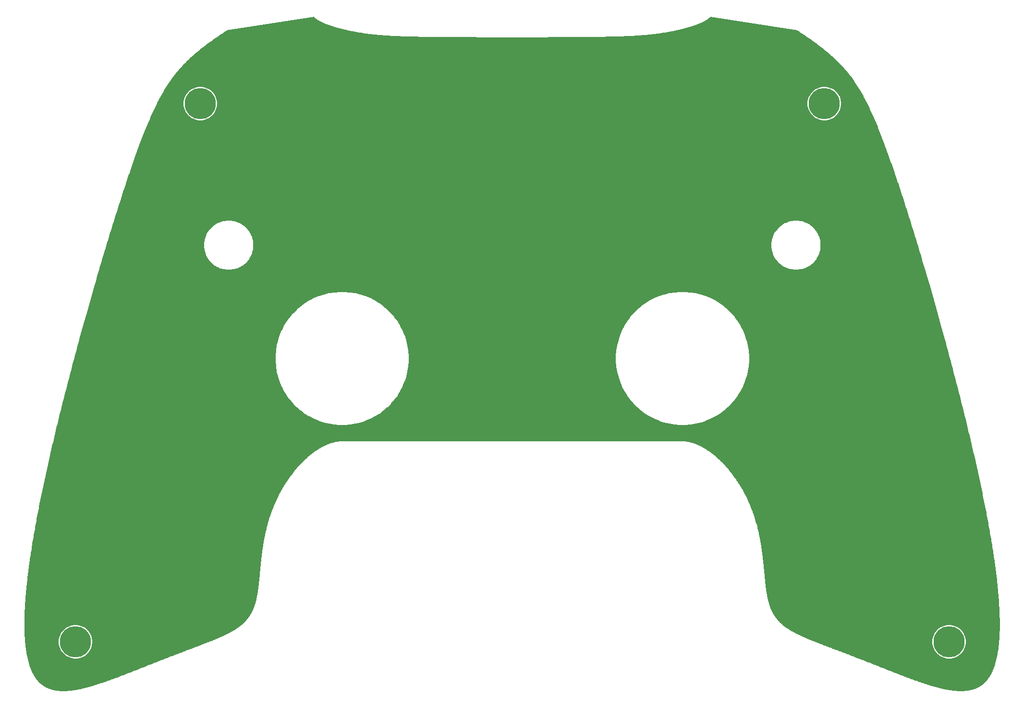
<source format=gbl>
G04*
G04 #@! TF.GenerationSoftware,Altium Limited,Altium Designer,21.1.1 (26)*
G04*
G04 Layer_Physical_Order=2*
G04 Layer_Color=16711680*
%FSLAX25Y25*%
%MOIN*%
G70*
G04*
G04 #@! TF.SameCoordinates,2E0BF697-75A6-4CC4-BED8-DE0F4DE65696*
G04*
G04*
G04 #@! TF.FilePolarity,Positive*
G04*
G01*
G75*
%ADD11C,0.21654*%
G36*
X-137608Y296340D02*
X-137602Y296336D01*
X-137598Y296331D01*
X-137527Y296261D01*
X-137522Y296257D01*
X-137518Y296252D01*
X-137446Y296182D01*
X-137440Y296179D01*
X-137436Y296173D01*
X-137363Y296104D01*
X-137357Y296100D01*
X-137353Y296095D01*
X-137279Y296025D01*
X-137273Y296022D01*
X-137269Y296017D01*
X-137194Y295948D01*
X-137188Y295945D01*
X-137184Y295940D01*
X-137107Y295871D01*
X-137102Y295867D01*
X-137098Y295863D01*
X-137019Y295794D01*
X-137014Y295791D01*
X-137010Y295786D01*
X-136931Y295717D01*
X-136925Y295714D01*
X-136922Y295710D01*
X-136841Y295641D01*
X-136836Y295638D01*
X-136832Y295634D01*
X-136750Y295566D01*
X-136745Y295563D01*
X-136741Y295558D01*
X-136657Y295490D01*
X-136652Y295487D01*
X-136649Y295483D01*
X-136564Y295415D01*
X-136559Y295413D01*
X-136556Y295408D01*
X-136469Y295340D01*
X-136465Y295338D01*
X-136461Y295334D01*
X-136374Y295266D01*
X-136369Y295264D01*
X-136366Y295260D01*
X-136277Y295192D01*
X-136273Y295190D01*
X-136269Y295186D01*
X-136179Y295119D01*
X-136175Y295117D01*
X-136171Y295113D01*
X-136080Y295046D01*
X-136076Y295044D01*
X-136073Y295040D01*
X-135980Y294973D01*
X-135976Y294971D01*
X-135973Y294967D01*
X-135879Y294900D01*
X-135875Y294898D01*
X-135872Y294895D01*
X-135777Y294828D01*
X-135773Y294826D01*
X-135769Y294823D01*
X-135674Y294756D01*
X-135669Y294754D01*
X-135666Y294751D01*
X-135569Y294685D01*
X-135565Y294683D01*
X-135562Y294680D01*
X-135464Y294614D01*
X-135460Y294612D01*
X-135457Y294609D01*
X-135357Y294543D01*
X-135354Y294541D01*
X-135352Y294539D01*
X-135302Y294506D01*
X-135300Y294505D01*
X-135298Y294504D01*
X-135248Y294471D01*
X-135246Y294470D01*
X-135244Y294469D01*
X-135194Y294436D01*
X-135192Y294435D01*
X-135190Y294433D01*
X-135139Y294401D01*
X-135137Y294400D01*
X-135136Y294398D01*
X-135084Y294366D01*
X-135082Y294365D01*
X-135081Y294363D01*
X-135029Y294331D01*
X-135028Y294330D01*
X-135026Y294328D01*
X-134974Y294296D01*
X-134972Y294295D01*
X-134971Y294293D01*
X-134918Y294261D01*
X-134917Y294260D01*
X-134915Y294259D01*
X-134863Y294226D01*
X-134861Y294226D01*
X-134859Y294224D01*
X-134807Y294192D01*
X-134805Y294191D01*
X-134803Y294190D01*
X-134750Y294157D01*
X-134749Y294156D01*
X-134747Y294155D01*
X-134694Y294122D01*
X-134692Y294122D01*
X-134691Y294121D01*
X-134637Y294088D01*
X-134635Y294087D01*
X-134634Y294086D01*
X-134580Y294054D01*
X-134578Y294053D01*
X-134577Y294052D01*
X-134523Y294019D01*
X-134521Y294019D01*
X-134519Y294017D01*
X-134465Y293985D01*
X-134463Y293985D01*
X-134462Y293983D01*
X-134407Y293951D01*
X-134405Y293950D01*
X-134404Y293949D01*
X-134349Y293917D01*
X-134347Y293916D01*
X-134346Y293915D01*
X-134291Y293883D01*
X-134289Y293882D01*
X-134288Y293881D01*
X-134232Y293849D01*
X-134230Y293848D01*
X-134229Y293847D01*
X-134173Y293815D01*
X-134171Y293814D01*
X-134170Y293813D01*
X-134114Y293781D01*
X-134113Y293781D01*
X-134111Y293779D01*
X-134055Y293747D01*
X-134053Y293747D01*
X-134052Y293746D01*
X-133995Y293714D01*
X-133993Y293713D01*
X-133992Y293712D01*
X-133935Y293680D01*
X-133933Y293680D01*
X-133932Y293678D01*
X-133875Y293647D01*
X-133873Y293646D01*
X-133872Y293645D01*
X-133815Y293613D01*
X-133813Y293613D01*
X-133812Y293612D01*
X-133754Y293580D01*
X-133753Y293579D01*
X-133751Y293578D01*
X-133693Y293547D01*
X-133692Y293546D01*
X-133690Y293545D01*
X-133632Y293513D01*
X-133631Y293513D01*
X-133629Y293512D01*
X-133571Y293480D01*
X-133569Y293479D01*
X-133568Y293478D01*
X-133509Y293447D01*
X-133508Y293446D01*
X-133506Y293445D01*
X-133447Y293414D01*
X-133446Y293413D01*
X-133445Y293412D01*
X-133385Y293381D01*
X-133384Y293380D01*
X-133382Y293379D01*
X-133323Y293348D01*
X-133321Y293347D01*
X-133320Y293346D01*
X-133260Y293315D01*
X-133259Y293314D01*
X-133258Y293313D01*
X-133198Y293282D01*
X-133196Y293282D01*
X-133195Y293281D01*
X-133135Y293249D01*
X-133133Y293249D01*
X-133132Y293248D01*
X-133071Y293217D01*
X-133070Y293216D01*
X-133069Y293215D01*
X-133008Y293184D01*
X-133006Y293184D01*
X-133005Y293183D01*
X-132944Y293151D01*
X-132942Y293151D01*
X-132941Y293150D01*
X-132880Y293119D01*
X-132879Y293119D01*
X-132877Y293117D01*
X-132816Y293086D01*
X-132814Y293086D01*
X-132813Y293085D01*
X-132751Y293054D01*
X-132750Y293054D01*
X-132749Y293053D01*
X-132687Y293022D01*
X-132685Y293021D01*
X-132684Y293020D01*
X-132622Y292989D01*
X-132620Y292989D01*
X-132619Y292988D01*
X-132557Y292957D01*
X-132555Y292957D01*
X-132554Y292956D01*
X-132491Y292925D01*
X-132490Y292925D01*
X-132489Y292924D01*
X-132426Y292893D01*
X-132424Y292893D01*
X-132423Y292892D01*
X-132360Y292861D01*
X-132358Y292861D01*
X-132357Y292860D01*
X-132293Y292829D01*
X-132292Y292829D01*
X-132291Y292828D01*
X-132227Y292797D01*
X-132226Y292797D01*
X-132225Y292796D01*
X-132161Y292765D01*
X-132159Y292765D01*
X-132158Y292764D01*
X-132094Y292734D01*
X-132093Y292733D01*
X-132091Y292732D01*
X-132027Y292702D01*
X-132026Y292701D01*
X-132025Y292701D01*
X-131960Y292670D01*
X-131958Y292670D01*
X-131957Y292669D01*
X-131892Y292638D01*
X-131891Y292638D01*
X-131890Y292637D01*
X-131825Y292607D01*
X-131824Y292607D01*
X-131822Y292606D01*
X-131757Y292576D01*
X-131756Y292575D01*
X-131755Y292574D01*
X-131689Y292544D01*
X-131687Y292544D01*
X-131686Y292543D01*
X-131621Y292513D01*
X-131619Y292512D01*
X-131618Y292512D01*
X-131552Y292481D01*
X-131551Y292481D01*
X-131550Y292480D01*
X-131483Y292450D01*
X-131482Y292450D01*
X-131481Y292449D01*
X-131414Y292419D01*
X-131413Y292419D01*
X-131412Y292418D01*
X-131345Y292388D01*
X-131344Y292388D01*
X-131343Y292387D01*
X-131276Y292357D01*
X-131274Y292356D01*
X-131274Y292356D01*
X-131206Y292326D01*
X-131205Y292325D01*
X-131204Y292325D01*
X-131136Y292295D01*
X-131135Y292294D01*
X-131134Y292294D01*
X-131066Y292264D01*
X-131065Y292264D01*
X-131064Y292263D01*
X-130996Y292233D01*
X-130995Y292233D01*
X-130994Y292232D01*
X-130926Y292202D01*
X-130924Y292202D01*
X-130923Y292201D01*
X-130855Y292171D01*
X-130854Y292171D01*
X-130853Y292171D01*
X-130784Y292141D01*
X-130783Y292140D01*
X-130782Y292140D01*
X-130713Y292110D01*
X-130712Y292110D01*
X-130711Y292109D01*
X-130642Y292079D01*
X-130641Y292079D01*
X-130640Y292079D01*
X-130570Y292049D01*
X-130569Y292049D01*
X-130568Y292048D01*
X-130499Y292019D01*
X-130498Y292018D01*
X-130497Y292018D01*
X-130427Y291988D01*
X-130426Y291988D01*
X-130425Y291987D01*
X-130355Y291958D01*
X-130353Y291957D01*
X-130353Y291957D01*
X-130282Y291927D01*
X-130281Y291927D01*
X-130280Y291927D01*
X-130210Y291897D01*
X-130209Y291897D01*
X-130208Y291896D01*
X-130137Y291867D01*
X-130136Y291867D01*
X-130135Y291866D01*
X-130064Y291837D01*
X-130063Y291837D01*
X-130062Y291836D01*
X-129991Y291807D01*
X-129990Y291807D01*
X-129990Y291806D01*
X-129918Y291777D01*
X-129917Y291777D01*
X-129916Y291776D01*
X-129845Y291747D01*
X-129844Y291747D01*
X-129843Y291746D01*
X-129771Y291717D01*
X-129770Y291717D01*
X-129768Y291716D01*
X-129624Y291658D01*
X-129622Y291657D01*
X-129620Y291656D01*
X-129475Y291598D01*
X-129473Y291598D01*
X-129472Y291597D01*
X-129326Y291539D01*
X-129324Y291539D01*
X-129323Y291538D01*
X-129176Y291480D01*
X-129174Y291480D01*
X-129173Y291479D01*
X-129025Y291421D01*
X-129023Y291421D01*
X-129022Y291420D01*
X-128874Y291363D01*
X-128872Y291362D01*
X-128870Y291361D01*
X-128721Y291304D01*
X-128719Y291304D01*
X-128718Y291303D01*
X-128568Y291246D01*
X-128567Y291246D01*
X-128565Y291245D01*
X-128415Y291188D01*
X-128413Y291188D01*
X-128411Y291187D01*
X-128260Y291131D01*
X-128259Y291130D01*
X-128257Y291129D01*
X-128105Y291073D01*
X-128104Y291073D01*
X-128102Y291072D01*
X-127950Y291016D01*
X-127948Y291016D01*
X-127946Y291015D01*
X-127793Y290959D01*
X-127792Y290959D01*
X-127790Y290958D01*
X-127636Y290902D01*
X-127635Y290902D01*
X-127633Y290901D01*
X-127479Y290845D01*
X-127477Y290845D01*
X-127476Y290844D01*
X-127320Y290789D01*
X-127319Y290789D01*
X-127317Y290788D01*
X-127162Y290733D01*
X-127160Y290733D01*
X-127158Y290732D01*
X-127002Y290677D01*
X-127000Y290677D01*
X-126999Y290676D01*
X-126842Y290621D01*
X-126840Y290621D01*
X-126839Y290620D01*
X-126681Y290566D01*
X-126680Y290565D01*
X-126678Y290565D01*
X-126520Y290510D01*
X-126518Y290510D01*
X-126517Y290509D01*
X-126358Y290455D01*
X-126356Y290455D01*
X-126355Y290454D01*
X-126196Y290400D01*
X-126194Y290400D01*
X-126193Y290399D01*
X-126033Y290346D01*
X-126031Y290345D01*
X-126030Y290345D01*
X-125869Y290291D01*
X-125868Y290291D01*
X-125866Y290290D01*
X-125705Y290237D01*
X-125704Y290237D01*
X-125702Y290236D01*
X-125540Y290183D01*
X-125539Y290182D01*
X-125538Y290182D01*
X-125375Y290129D01*
X-125374Y290129D01*
X-125373Y290128D01*
X-125210Y290075D01*
X-125208Y290075D01*
X-125207Y290074D01*
X-125043Y290022D01*
X-125042Y290022D01*
X-125041Y290021D01*
X-124877Y289968D01*
X-124875Y289968D01*
X-124874Y289968D01*
X-124710Y289915D01*
X-124708Y289915D01*
X-124707Y289915D01*
X-124542Y289863D01*
X-124541Y289863D01*
X-124540Y289862D01*
X-124374Y289810D01*
X-124373Y289810D01*
X-124372Y289809D01*
X-124206Y289758D01*
X-124204Y289758D01*
X-124203Y289757D01*
X-124037Y289706D01*
X-124035Y289705D01*
X-124034Y289705D01*
X-123867Y289654D01*
X-123866Y289653D01*
X-123865Y289653D01*
X-123697Y289602D01*
X-123696Y289602D01*
X-123695Y289601D01*
X-123527Y289550D01*
X-123526Y289550D01*
X-123525Y289550D01*
X-123356Y289499D01*
X-123355Y289499D01*
X-123354Y289498D01*
X-123185Y289448D01*
X-123184Y289448D01*
X-123183Y289447D01*
X-123014Y289397D01*
X-123012Y289397D01*
X-123011Y289396D01*
X-122842Y289346D01*
X-122841Y289346D01*
X-122840Y289346D01*
X-122669Y289296D01*
X-122668Y289296D01*
X-122667Y289295D01*
X-122497Y289246D01*
X-122496Y289246D01*
X-122495Y289245D01*
X-122324Y289196D01*
X-122323Y289195D01*
X-122322Y289195D01*
X-122151Y289146D01*
X-122149Y289146D01*
X-122148Y289145D01*
X-121977Y289096D01*
X-121976Y289096D01*
X-121975Y289096D01*
X-121803Y289047D01*
X-121802Y289047D01*
X-121801Y289046D01*
X-121628Y288998D01*
X-121627Y288998D01*
X-121626Y288997D01*
X-121454Y288949D01*
X-121452Y288948D01*
X-121452Y288948D01*
X-121279Y288900D01*
X-121277Y288900D01*
X-121277Y288899D01*
X-121103Y288851D01*
X-121102Y288851D01*
X-121101Y288851D01*
X-120928Y288803D01*
X-120926Y288803D01*
X-120926Y288802D01*
X-120752Y288755D01*
X-120751Y288755D01*
X-120750Y288754D01*
X-120575Y288707D01*
X-120574Y288707D01*
X-120573Y288706D01*
X-120399Y288659D01*
X-120398Y288659D01*
X-120397Y288658D01*
X-120134Y288588D01*
X-120133Y288588D01*
X-120131Y288587D01*
X-119868Y288517D01*
X-119867Y288517D01*
X-119866Y288517D01*
X-119602Y288447D01*
X-119600Y288447D01*
X-119599Y288446D01*
X-119335Y288377D01*
X-119334Y288377D01*
X-119332Y288377D01*
X-119068Y288308D01*
X-119066Y288308D01*
X-119065Y288307D01*
X-118800Y288239D01*
X-118798Y288239D01*
X-118797Y288239D01*
X-118531Y288171D01*
X-118530Y288171D01*
X-118529Y288170D01*
X-118262Y288103D01*
X-118261Y288103D01*
X-118260Y288103D01*
X-117993Y288036D01*
X-117992Y288036D01*
X-117991Y288035D01*
X-117723Y287969D01*
X-117722Y287969D01*
X-117721Y287968D01*
X-117453Y287903D01*
X-117452Y287903D01*
X-117450Y287902D01*
X-117093Y287815D01*
X-117091Y287815D01*
X-117090Y287814D01*
X-116732Y287728D01*
X-116730Y287728D01*
X-116728Y287727D01*
X-116370Y287642D01*
X-116368Y287642D01*
X-116366Y287641D01*
X-116007Y287557D01*
X-116005Y287557D01*
X-116003Y287556D01*
X-115553Y287452D01*
X-115551Y287452D01*
X-115550Y287451D01*
X-115099Y287348D01*
X-115097Y287348D01*
X-115095Y287347D01*
X-114643Y287245D01*
X-114641Y287245D01*
X-114639Y287244D01*
X-114096Y287123D01*
X-114094Y287123D01*
X-114091Y287122D01*
X-113457Y286984D01*
X-113454Y286984D01*
X-113451Y286983D01*
X-112725Y286828D01*
X-112721Y286828D01*
X-112718Y286827D01*
X-111808Y286638D01*
X-111803Y286638D01*
X-111798Y286636D01*
X-110429Y286363D01*
X-110425D01*
X-110421Y286361D01*
X-109950Y286270D01*
X-109947Y286270D01*
X-109944Y286269D01*
X-109002Y286091D01*
X-108998Y286091D01*
X-108995Y286090D01*
X-108052Y285918D01*
X-108047Y285918D01*
X-108044Y285917D01*
X-107100Y285750D01*
X-107097Y285750D01*
X-107094Y285749D01*
X-106621Y285668D01*
X-106620Y285668D01*
X-106618Y285667D01*
X-106233Y285602D01*
X-106231Y285603D01*
X-106228Y285602D01*
X-105459Y285475D01*
X-105455Y285475D01*
X-105452Y285474D01*
X-104682Y285350D01*
X-104679Y285350D01*
X-104676Y285349D01*
X-103905Y285230D01*
X-103902Y285230D01*
X-103900Y285229D01*
X-103514Y285171D01*
X-103511Y285171D01*
X-103507Y285170D01*
X-102182Y284976D01*
X-102177Y284977D01*
X-102172Y284975D01*
X-101217Y284843D01*
X-101213Y284843D01*
X-101210Y284842D01*
X-100440Y284739D01*
X-100437Y284739D01*
X-100434Y284738D01*
X-99755Y284651D01*
X-99752Y284651D01*
X-99750Y284650D01*
X-99164Y284577D01*
X-99162Y284577D01*
X-99160Y284577D01*
X-98570Y284505D01*
X-98568Y284505D01*
X-98566Y284504D01*
X-98071Y284446D01*
X-98070Y284446D01*
X-98068Y284446D01*
X-97570Y284388D01*
X-97568Y284388D01*
X-97567Y284388D01*
X-97167Y284343D01*
X-97165Y284343D01*
X-97163Y284342D01*
X-96761Y284298D01*
X-96760Y284298D01*
X-96758Y284298D01*
X-96354Y284254D01*
X-96352Y284254D01*
X-96351Y284254D01*
X-95944Y284211D01*
X-95942Y284211D01*
X-95941Y284210D01*
X-95532Y284168D01*
X-95530Y284168D01*
X-95529Y284168D01*
X-95221Y284136D01*
X-95219Y284137D01*
X-95218Y284136D01*
X-94908Y284105D01*
X-94907Y284105D01*
X-94906Y284105D01*
X-94595Y284074D01*
X-94594Y284074D01*
X-94593Y284074D01*
X-94280Y284044D01*
X-94279Y284044D01*
X-94278Y284044D01*
X-93963Y284014D01*
X-93962Y284014D01*
X-93961Y284014D01*
X-93645Y283984D01*
X-93644Y283984D01*
X-93643Y283984D01*
X-93325Y283955D01*
X-93324Y283955D01*
X-93323Y283955D01*
X-93004Y283926D01*
X-93003Y283926D01*
X-93002Y283926D01*
X-92681Y283897D01*
X-92680Y283897D01*
X-92678Y283897D01*
X-92356Y283869D01*
X-92355Y283869D01*
X-92354Y283869D01*
X-92029Y283841D01*
X-92028Y283841D01*
X-92027Y283841D01*
X-91701Y283814D01*
X-91700Y283814D01*
X-91699Y283813D01*
X-91370Y283786D01*
X-91369Y283786D01*
X-91369Y283786D01*
X-91038Y283759D01*
X-91037Y283759D01*
X-91037Y283759D01*
X-90815Y283742D01*
X-90815Y283742D01*
X-90814Y283742D01*
X-90592Y283724D01*
X-90591Y283724D01*
X-90591Y283724D01*
X-90368Y283707D01*
X-90367Y283707D01*
X-90366Y283707D01*
X-90143Y283689D01*
X-90142Y283689D01*
X-90141Y283689D01*
X-89916Y283672D01*
X-89916Y283672D01*
X-89915Y283672D01*
X-89689Y283655D01*
X-89689Y283656D01*
X-89688Y283655D01*
X-89461Y283639D01*
X-89461Y283639D01*
X-89460Y283639D01*
X-89232Y283622D01*
X-89232Y283622D01*
X-89231Y283622D01*
X-89003Y283605D01*
X-89002Y283606D01*
X-89001Y283605D01*
X-88772Y283589D01*
X-88771Y283589D01*
X-88771Y283589D01*
X-88540Y283573D01*
X-88539Y283573D01*
X-88539Y283573D01*
X-88307Y283557D01*
X-88306Y283557D01*
X-88306Y283557D01*
X-88073Y283541D01*
X-88073Y283541D01*
X-88072Y283541D01*
X-87838Y283525D01*
X-87838Y283525D01*
X-87837Y283525D01*
X-87602Y283509D01*
X-87602Y283509D01*
X-87601Y283509D01*
X-87365Y283494D01*
X-87365Y283494D01*
X-87364Y283494D01*
X-87127Y283478D01*
X-87127Y283479D01*
X-87126Y283478D01*
X-86888Y283463D01*
X-86888Y283463D01*
X-86887Y283463D01*
X-86648Y283448D01*
X-86647Y283448D01*
X-86647Y283448D01*
X-86406Y283433D01*
X-86406Y283433D01*
X-86405Y283433D01*
X-86164Y283418D01*
X-86163Y283419D01*
X-86163Y283418D01*
X-85920Y283404D01*
X-85919Y283404D01*
X-85919Y283404D01*
X-85675Y283389D01*
X-85675Y283389D01*
X-85674Y283389D01*
X-85429Y283375D01*
X-85429Y283375D01*
X-85428Y283375D01*
X-85182Y283361D01*
X-85181Y283361D01*
X-85181Y283361D01*
X-84934Y283347D01*
X-84933Y283347D01*
X-84933Y283347D01*
X-84684Y283332D01*
X-84683Y283333D01*
X-84683Y283332D01*
X-84433Y283319D01*
X-84433Y283319D01*
X-84432Y283319D01*
X-84181Y283305D01*
X-84180Y283305D01*
X-84180Y283305D01*
X-83928Y283291D01*
X-83927Y283291D01*
X-83927Y283291D01*
X-83673Y283278D01*
X-83672Y283278D01*
X-83672Y283278D01*
X-83417Y283265D01*
X-83417Y283265D01*
X-83416Y283264D01*
X-83160Y283251D01*
X-83159Y283252D01*
X-83159Y283251D01*
X-82901Y283238D01*
X-82901Y283238D01*
X-82900Y283238D01*
X-82642Y283225D01*
X-82641Y283225D01*
X-82640Y283225D01*
X-82380Y283212D01*
X-82380Y283213D01*
X-82379Y283212D01*
X-82118Y283200D01*
X-82117Y283200D01*
X-82117Y283200D01*
X-81854Y283187D01*
X-81853Y283187D01*
X-81853Y283187D01*
X-81588Y283175D01*
X-81588Y283175D01*
X-81587Y283175D01*
X-81322Y283162D01*
X-81321Y283163D01*
X-81321Y283162D01*
X-81053Y283150D01*
X-81053Y283150D01*
X-81053Y283150D01*
X-80784Y283138D01*
X-80783Y283138D01*
X-80783Y283138D01*
X-80513Y283126D01*
X-80512Y283126D01*
X-80512Y283126D01*
X-80240Y283114D01*
X-80240Y283115D01*
X-80239Y283114D01*
X-79966Y283103D01*
X-79966Y283103D01*
X-79965Y283103D01*
X-79691Y283091D01*
X-79690Y283091D01*
X-79690Y283091D01*
X-79414Y283080D01*
X-79413Y283080D01*
X-79413Y283080D01*
X-79135Y283068D01*
X-79135Y283068D01*
X-79134Y283068D01*
X-78855Y283057D01*
X-78855Y283057D01*
X-78854Y283057D01*
X-78573Y283046D01*
X-78573Y283046D01*
X-78572Y283046D01*
X-78290Y283035D01*
X-78290Y283035D01*
X-78289Y283035D01*
X-78005Y283024D01*
X-78005Y283024D01*
X-78004Y283024D01*
X-77719Y283013D01*
X-77718Y283013D01*
X-77718Y283013D01*
X-77431Y283002D01*
X-77430Y283003D01*
X-77430Y283002D01*
X-77141Y282992D01*
X-77141Y282992D01*
X-77140Y282992D01*
X-76850Y282981D01*
X-76849Y282982D01*
X-76849Y282981D01*
X-76557Y282971D01*
X-76556Y282971D01*
X-76556Y282971D01*
X-76262Y282961D01*
X-76262Y282961D01*
X-76261Y282961D01*
X-75966Y282951D01*
X-75965Y282951D01*
X-75965Y282951D01*
X-75668Y282941D01*
X-75667Y282941D01*
X-75667Y282941D01*
X-75368Y282931D01*
X-75367Y282931D01*
X-75367Y282931D01*
X-75066Y282921D01*
X-75066Y282921D01*
X-75066Y282921D01*
X-74763Y282911D01*
X-74763Y282911D01*
X-74762Y282911D01*
X-74458Y282902D01*
X-74458Y282902D01*
X-74457Y282902D01*
X-74151Y282892D01*
X-74151Y282892D01*
X-74150Y282892D01*
X-73842Y282883D01*
X-73842Y282883D01*
X-73842Y282883D01*
X-73532Y282874D01*
X-73532Y282874D01*
X-73531Y282874D01*
X-73220Y282864D01*
X-73219Y282865D01*
X-73219Y282864D01*
X-72905Y282856D01*
X-72905Y282856D01*
X-72905Y282855D01*
X-72589Y282846D01*
X-72589Y282846D01*
X-72589Y282846D01*
X-72272Y282838D01*
X-72271Y282838D01*
X-72271Y282838D01*
X-71952Y282829D01*
X-71951Y282829D01*
X-71951Y282829D01*
X-71630Y282820D01*
X-71630Y282820D01*
X-71629Y282820D01*
X-71306Y282812D01*
X-71306Y282812D01*
X-71306Y282812D01*
X-70981Y282803D01*
X-70981Y282803D01*
X-70980Y282803D01*
X-70653Y282795D01*
X-70653Y282795D01*
X-70653Y282795D01*
X-70489Y282791D01*
X-70489Y282791D01*
X-70488Y282791D01*
X-70324Y282786D01*
X-70323Y282786D01*
X-70323Y282786D01*
X-70158Y282782D01*
X-70158Y282782D01*
X-70158Y282782D01*
X-69992Y282778D01*
X-69992Y282778D01*
X-69992Y282778D01*
X-69826Y282774D01*
X-69826Y282774D01*
X-69825Y282774D01*
X-69659Y282770D01*
X-69658Y282770D01*
X-69658Y282770D01*
X-69491Y282766D01*
X-69491Y282766D01*
X-69491Y282766D01*
X-69323Y282762D01*
X-69323Y282762D01*
X-69323Y282762D01*
X-69155Y282758D01*
X-69154Y282758D01*
X-69154Y282758D01*
X-68986Y282754D01*
X-68985Y282754D01*
X-68985Y282754D01*
X-68816Y282750D01*
X-68816Y282750D01*
X-68816Y282750D01*
X-68646Y282747D01*
X-68646Y282747D01*
X-68646Y282747D01*
X-68475Y282743D01*
X-68475Y282743D01*
X-68475Y282743D01*
X-68304Y282739D01*
X-68304Y282739D01*
X-68304Y282739D01*
X-68133Y282735D01*
X-68133Y282735D01*
X-68133Y282735D01*
X-67961Y282731D01*
X-67961Y282731D01*
X-67960Y282731D01*
X-67788Y282727D01*
X-67788Y282727D01*
X-67788Y282727D01*
X-67615Y282724D01*
X-67615Y282724D01*
X-67615Y282724D01*
X-67441Y282720D01*
X-67441Y282720D01*
X-67441Y282720D01*
X-67267Y282716D01*
X-67267Y282716D01*
X-67267Y282716D01*
X-67092Y282713D01*
X-67092Y282713D01*
X-67092Y282713D01*
X-66917Y282709D01*
X-66917Y282709D01*
X-66917Y282709D01*
X-66741Y282705D01*
X-66741Y282705D01*
X-66741Y282705D01*
X-66565Y282701D01*
X-66565Y282702D01*
X-66564Y282701D01*
X-66388Y282698D01*
X-66387Y282698D01*
X-66387Y282698D01*
X-66210Y282694D01*
X-66210Y282694D01*
X-66210Y282694D01*
X-66032Y282691D01*
X-66032Y282691D01*
X-66032Y282691D01*
X-65854Y282687D01*
X-65854Y282687D01*
X-65854Y282687D01*
X-65675Y282684D01*
X-65675Y282684D01*
X-65675Y282684D01*
X-65495Y282680D01*
X-65495Y282680D01*
X-65495Y282680D01*
X-65315Y282677D01*
X-65315Y282677D01*
X-65315Y282677D01*
X-65134Y282673D01*
X-65134Y282673D01*
X-65134Y282673D01*
X-64953Y282670D01*
X-64953Y282670D01*
X-64953Y282670D01*
X-64771Y282666D01*
X-64771Y282667D01*
X-64771Y282666D01*
X-64589Y282663D01*
X-64588Y282663D01*
X-64588Y282663D01*
X-64406Y282660D01*
X-64406Y282660D01*
X-64406Y282660D01*
X-64222Y282656D01*
X-64222Y282657D01*
X-64222Y282656D01*
X-64038Y282653D01*
X-64038Y282653D01*
X-64038Y282653D01*
X-63853Y282650D01*
X-63853Y282650D01*
X-63853Y282650D01*
X-63668Y282646D01*
X-63668Y282647D01*
X-63668Y282646D01*
X-63482Y282643D01*
X-63482Y282643D01*
X-63482Y282643D01*
X-63296Y282640D01*
X-63296Y282640D01*
X-63296Y282640D01*
X-63109Y282637D01*
X-63109Y282637D01*
X-63109Y282637D01*
X-62922Y282634D01*
X-62922Y282634D01*
X-62921Y282634D01*
X-62734Y282630D01*
X-62734Y282630D01*
X-62733Y282630D01*
X-62545Y282627D01*
X-62545Y282627D01*
X-62545Y282627D01*
X-62356Y282624D01*
X-62356Y282624D01*
X-62356Y282624D01*
X-62166Y282621D01*
X-62166Y282621D01*
X-62166Y282621D01*
X-61976Y282618D01*
X-61975Y282618D01*
X-61975Y282618D01*
X-61785Y282615D01*
X-61784Y282615D01*
X-61784Y282615D01*
X-61593Y282612D01*
X-61593Y282612D01*
X-61593Y282612D01*
X-61401Y282609D01*
X-61401Y282609D01*
X-61401Y282609D01*
X-61208Y282606D01*
X-61208Y282606D01*
X-61208Y282606D01*
X-61015Y282603D01*
X-61015Y282603D01*
X-61015Y282603D01*
X-60821Y282600D01*
X-60821Y282600D01*
X-60821Y282600D01*
X-60626Y282597D01*
X-60626Y282597D01*
X-60626Y282597D01*
X-60431Y282594D01*
X-60431Y282594D01*
X-60431Y282594D01*
X-60235Y282591D01*
X-60235Y282591D01*
X-60235Y282591D01*
X-60039Y282588D01*
X-60039Y282588D01*
X-60039Y282588D01*
X-59842Y282585D01*
X-59842Y282585D01*
X-59842Y282585D01*
X-59645Y282582D01*
X-59645Y282582D01*
X-59644Y282582D01*
X-59447Y282579D01*
X-59446Y282579D01*
X-59446Y282579D01*
X-59248Y282577D01*
X-59248Y282577D01*
X-59247Y282577D01*
X-59048Y282574D01*
X-59048Y282574D01*
X-59048Y282574D01*
X-58848Y282571D01*
X-58848Y282571D01*
X-58848Y282571D01*
X-58648Y282568D01*
X-58648Y282568D01*
X-58648Y282568D01*
X-58447Y282565D01*
X-58447Y282566D01*
X-58446Y282565D01*
X-58245Y282563D01*
X-58245Y282563D01*
X-58245Y282563D01*
X-58042Y282560D01*
X-58042Y282560D01*
X-58042Y282560D01*
X-57839Y282557D01*
X-57839Y282557D01*
X-57839Y282557D01*
X-57635Y282555D01*
X-57635Y282555D01*
X-57635Y282555D01*
X-57431Y282552D01*
X-57431Y282552D01*
X-57431Y282552D01*
X-57226Y282549D01*
X-57226Y282550D01*
X-57226Y282549D01*
X-57021Y282547D01*
X-57021Y282547D01*
X-57020Y282547D01*
X-56814Y282544D01*
X-56814D01*
X-56814D01*
X-56608Y282542D01*
X-56608Y282542D01*
X-56608Y282542D01*
X-56400Y282539D01*
X-56400Y282539D01*
X-56400Y282539D01*
X-56192Y282537D01*
X-56192Y282537D01*
X-56192Y282537D01*
X-55983Y282534D01*
X-55983Y282534D01*
X-55983Y282534D01*
X-55774Y282531D01*
X-55774Y282531D01*
X-55774Y282531D01*
X-55564Y282529D01*
X-55564Y282529D01*
X-55564Y282529D01*
X-55353Y282526D01*
X-55353Y282526D01*
X-55353Y282526D01*
X-55142Y282524D01*
X-55142Y282524D01*
X-55142Y282524D01*
X-54930Y282522D01*
X-54930Y282522D01*
X-54930Y282522D01*
X-54717Y282519D01*
X-54717Y282519D01*
X-54717Y282519D01*
X-54504Y282517D01*
X-54504Y282517D01*
X-54504Y282517D01*
X-54290Y282514D01*
X-54290Y282514D01*
X-54290Y282514D01*
X-54076Y282512D01*
X-54076Y282512D01*
X-54075Y282512D01*
X-53860Y282510D01*
X-53860Y282510D01*
X-53860Y282510D01*
X-53645Y282507D01*
X-53645Y282507D01*
X-53644Y282507D01*
X-53428Y282505D01*
X-53428Y282505D01*
X-53428Y282505D01*
X-53211Y282503D01*
X-53211Y282503D01*
X-53211Y282503D01*
X-52993Y282500D01*
X-52993Y282500D01*
X-52993Y282500D01*
X-52775Y282498D01*
X-52775D01*
X-52774D01*
X-52555Y282496D01*
X-52555Y282496D01*
X-52555Y282496D01*
X-52336Y282494D01*
X-52335Y282494D01*
X-52335Y282494D01*
X-52115Y282491D01*
X-52115Y282491D01*
X-52115Y282491D01*
X-51894Y282489D01*
X-51894D01*
X-51894Y282489D01*
X-51672Y282487D01*
X-51672Y282487D01*
X-51672Y282487D01*
X-51450Y282485D01*
X-51449Y282485D01*
X-51449Y282485D01*
X-51226Y282483D01*
X-51226Y282483D01*
X-51226Y282483D01*
X-51002Y282481D01*
X-51002Y282481D01*
X-51002Y282481D01*
X-50778Y282478D01*
X-50778Y282478D01*
X-50778Y282478D01*
X-50552Y282476D01*
X-50552Y282476D01*
X-50552Y282476D01*
X-50327Y282474D01*
X-50327Y282474D01*
X-50327Y282474D01*
X-50100Y282472D01*
X-50100Y282472D01*
X-50100Y282472D01*
X-49873Y282470D01*
X-49873Y282470D01*
X-49873Y282470D01*
X-49645Y282468D01*
X-49645Y282468D01*
X-49645Y282468D01*
X-49416Y282466D01*
X-49416Y282466D01*
X-49416Y282466D01*
X-49187Y282464D01*
X-49187Y282464D01*
X-49187Y282464D01*
X-48957Y282462D01*
X-48957Y282462D01*
X-48957Y282462D01*
X-48726Y282460D01*
X-48726Y282460D01*
X-48726Y282460D01*
X-48495Y282458D01*
X-48494Y282458D01*
X-48494Y282458D01*
X-48263Y282456D01*
X-48262Y282456D01*
X-48262Y282456D01*
X-48030Y282454D01*
X-48030D01*
X-48030Y282454D01*
X-47796Y282452D01*
X-47796Y282452D01*
X-47796Y282452D01*
X-47562Y282450D01*
X-47562Y282450D01*
X-47562Y282450D01*
X-47327Y282449D01*
X-47327D01*
X-47327D01*
X-47091Y282447D01*
X-47091Y282447D01*
X-47091Y282447D01*
X-46855Y282445D01*
X-46855Y282445D01*
X-46855Y282445D01*
X-46618Y282443D01*
X-46618Y282443D01*
X-46618Y282443D01*
X-46380Y282441D01*
X-46380Y282441D01*
X-46380Y282441D01*
X-46142Y282439D01*
X-46142Y282439D01*
X-46142Y282439D01*
X-45903Y282437D01*
X-45902Y282438D01*
X-45902Y282437D01*
X-45663Y282436D01*
X-45663Y282436D01*
X-45663Y282436D01*
X-45422Y282434D01*
X-45422Y282434D01*
X-45422Y282434D01*
X-45181Y282432D01*
X-45181Y282432D01*
X-45181Y282432D01*
X-44939Y282431D01*
X-44939Y282431D01*
X-44939Y282431D01*
X-44696Y282429D01*
X-44696Y282429D01*
X-44696Y282429D01*
X-44453Y282427D01*
X-44453Y282427D01*
X-44453Y282427D01*
X-44208Y282425D01*
X-44208Y282425D01*
X-44208Y282425D01*
X-43964Y282424D01*
X-43963Y282424D01*
X-43963Y282424D01*
X-43718Y282422D01*
X-43718Y282422D01*
X-43718Y282422D01*
X-43471Y282420D01*
X-43471Y282420D01*
X-43471Y282420D01*
X-43224Y282419D01*
X-43224Y282419D01*
X-43224Y282419D01*
X-42976Y282417D01*
X-42976Y282417D01*
X-42976Y282417D01*
X-42728Y282416D01*
X-42728Y282416D01*
X-42728Y282416D01*
X-42479Y282414D01*
X-42479Y282414D01*
X-42479Y282414D01*
X-42229Y282412D01*
X-42229Y282412D01*
X-42228Y282412D01*
X-41978Y282411D01*
X-41978D01*
X-41978D01*
X-41726Y282409D01*
X-41726Y282409D01*
X-41726Y282409D01*
X-41474Y282408D01*
X-41474D01*
X-41474D01*
X-41221Y282406D01*
X-41221Y282406D01*
X-41221Y282406D01*
X-40968Y282405D01*
X-40967Y282405D01*
X-40967Y282405D01*
X-40713Y282403D01*
X-40713D01*
X-40713D01*
X-40458Y282402D01*
X-40458Y282402D01*
X-40458Y282402D01*
X-40202Y282400D01*
X-40202D01*
X-40202D01*
X-39945Y282399D01*
X-39945Y282399D01*
X-39945Y282399D01*
X-39688Y282397D01*
X-39688Y282397D01*
X-39688Y282397D01*
X-39430Y282396D01*
X-39430Y282396D01*
X-39429Y282396D01*
X-39171Y282395D01*
X-39171D01*
X-39171D01*
X-38911Y282393D01*
X-38911Y282393D01*
X-38911Y282393D01*
X-38650Y282392D01*
X-38650D01*
X-38650D01*
X-38389Y282390D01*
X-38389Y282390D01*
X-38389Y282390D01*
X-38127Y282389D01*
X-38127Y282389D01*
X-38127Y282389D01*
X-37865Y282388D01*
X-37865Y282388D01*
X-37864Y282388D01*
X-37601Y282386D01*
X-37601D01*
X-37601D01*
X-37337Y282385D01*
X-37337Y282385D01*
X-37337Y282385D01*
X-37072Y282384D01*
X-37072Y282384D01*
X-37072Y282384D01*
X-36806Y282382D01*
X-36806D01*
X-36806D01*
X-36540Y282381D01*
X-36540Y282381D01*
X-36539Y282381D01*
X-36272Y282380D01*
X-36272Y282380D01*
X-36272Y282380D01*
X-36004Y282379D01*
X-36004D01*
X-36004D01*
X-35735Y282377D01*
X-35735Y282377D01*
X-35735Y282377D01*
X-35466Y282376D01*
X-35466Y282376D01*
X-35466Y282376D01*
X-35195Y282375D01*
X-35195Y282375D01*
X-35195Y282375D01*
X-34924Y282374D01*
X-34924Y282374D01*
X-34924Y282374D01*
X-34652Y282372D01*
X-34652Y282372D01*
X-34652Y282372D01*
X-34380Y282371D01*
X-34380Y282371D01*
X-34380Y282371D01*
X-34106Y282370D01*
X-34106Y282370D01*
X-34106Y282370D01*
X-33832Y282369D01*
X-33832Y282369D01*
X-33832Y282369D01*
X-33557Y282368D01*
X-33557Y282368D01*
X-33557Y282368D01*
X-33281Y282367D01*
X-33281Y282367D01*
X-33281Y282367D01*
X-33005Y282365D01*
X-33005Y282365D01*
X-33005Y282365D01*
X-32727Y282364D01*
X-32727Y282364D01*
X-32727Y282364D01*
X-32449Y282363D01*
X-32449D01*
X-32449D01*
X-32170Y282362D01*
X-32170Y282362D01*
X-32170Y282362D01*
X-31890Y282361D01*
X-31890Y282361D01*
X-31890Y282361D01*
X-31610Y282360D01*
X-31610Y282360D01*
X-31610Y282360D01*
X-31329Y282359D01*
X-31329D01*
X-31329D01*
X-31047Y282358D01*
X-31047Y282358D01*
X-31047Y282358D01*
X-30764Y282357D01*
X-30764Y282357D01*
X-30764Y282357D01*
X-30480Y282356D01*
X-30480Y282356D01*
X-30480Y282356D01*
X-30196Y282355D01*
X-30196Y282355D01*
X-30196Y282355D01*
X-29910Y282354D01*
X-29910D01*
D01*
X-29624Y282353D01*
X-29624Y282353D01*
X-29624Y282353D01*
X-29338Y282352D01*
X-29337Y282352D01*
X-29337Y282352D01*
X-29050Y282351D01*
X-29050Y282351D01*
X-29050Y282351D01*
X-28762Y282350D01*
X-28762Y282350D01*
X-28762Y282350D01*
X-28472Y282349D01*
X-28472Y282349D01*
X-28472Y282349D01*
X-28182Y282348D01*
X-28182D01*
D01*
X-27891Y282347D01*
X-27891Y282347D01*
X-27891Y282347D01*
X-27600Y282347D01*
X-27600Y282347D01*
X-27600Y282347D01*
X-27308Y282346D01*
X-27308D01*
X-27307D01*
X-27014Y282345D01*
X-27014Y282345D01*
X-27014Y282345D01*
X-26720Y282344D01*
X-26720Y282344D01*
X-26720Y282344D01*
X-26425Y282343D01*
X-26425D01*
D01*
X-26130Y282342D01*
X-26130Y282342D01*
X-26130Y282342D01*
X-25833Y282341D01*
D01*
X-25833Y282341D01*
X-25536Y282341D01*
X-25536D01*
D01*
X-25238Y282340D01*
X-25238Y282340D01*
X-25238Y282340D01*
X-24939Y282339D01*
X-24939Y282339D01*
X-24939Y282339D01*
X-24639Y282338D01*
X-24639D01*
D01*
X-24339Y282337D01*
X-24339Y282337D01*
X-24339Y282337D01*
X-24038Y282337D01*
X-24038Y282337D01*
X-24038Y282337D01*
X-23736Y282336D01*
X-23735Y282336D01*
X-23735Y282336D01*
X-23433Y282335D01*
X-23129Y282334D01*
X-23129Y282334D01*
X-23129Y282334D01*
X-22824Y282334D01*
X-22824D01*
X-22824D01*
X-22519Y282333D01*
X-22519D01*
X-22519D01*
X-22213Y282332D01*
X-22213D01*
X-22213D01*
X-21906Y282332D01*
X-21906Y282332D01*
X-21906Y282332D01*
X-21289Y282330D01*
X-21289Y282330D01*
X-21289Y282330D01*
X-20670Y282329D01*
X-20670Y282329D01*
X-20669Y282329D01*
X-20046Y282328D01*
X-20046Y282328D01*
X-20046Y282328D01*
X-19420Y282327D01*
X-19420Y282327D01*
X-19420Y282327D01*
X-18790Y282326D01*
X-18790Y282326D01*
X-18790Y282326D01*
X-18157Y282324D01*
X-18157Y282324D01*
X-18157Y282324D01*
X-17521Y282323D01*
X-17521Y282323D01*
X-17521Y282323D01*
X-16882Y282322D01*
X-16882Y282322D01*
X-16881Y282322D01*
X-16239Y282321D01*
X-16239Y282321D01*
X-16239Y282321D01*
X-15592Y282320D01*
X-15592Y282320D01*
X-15592Y282320D01*
X-14943Y282319D01*
X-14943Y282319D01*
X-14943Y282319D01*
X-14290Y282319D01*
X-14290Y282319D01*
X-14290Y282319D01*
X-13634Y282318D01*
X-13633Y282318D01*
X-13633Y282318D01*
X-12974Y282317D01*
X-12974Y282317D01*
X-12974Y282317D01*
X-12311Y282316D01*
X-12311Y282316D01*
X-12311Y282316D01*
X-11644Y282316D01*
X-11644Y282316D01*
X-11644Y282316D01*
X-10975Y282315D01*
X-10975Y282315D01*
X-10975Y282315D01*
X-10302Y282314D01*
X-10302Y282314D01*
X-10302Y282314D01*
X-9625Y282314D01*
X-9625Y282314D01*
X-9625Y282314D01*
X-8946Y282313D01*
X-8946Y282313D01*
X-8945Y282313D01*
X-8262Y282313D01*
X-8262Y282313D01*
X-8262Y282313D01*
X-7576Y282312D01*
X-7576Y282312D01*
X-7576Y282312D01*
X-6886Y282312D01*
X-6886Y282312D01*
X-6886Y282312D01*
X-6193Y282312D01*
X-6193Y282312D01*
X-6192Y282312D01*
X-5496Y282311D01*
X-5496Y282311D01*
X-5496Y282311D01*
X-4796Y282311D01*
X-4796Y282311D01*
X-4796Y282311D01*
X-4092Y282311D01*
X-4092Y282311D01*
X-4092Y282311D01*
X-3385Y282311D01*
X-3385Y282311D01*
X-3385Y282311D01*
X-2675Y282310D01*
X-2675Y282310D01*
X-2675Y282310D01*
X-1962Y282310D01*
X-1962Y282310D01*
X-1962Y282310D01*
X-1245Y282310D01*
X-1245Y282310D01*
X-1245Y282310D01*
X-524Y282310D01*
X-524D01*
X-524D01*
X-163Y282310D01*
X-163Y282310D01*
X-163Y282310D01*
X199Y282310D01*
X199D01*
X199D01*
X919Y282310D01*
X919Y282310D01*
X919Y282310D01*
X1636Y282310D01*
X1636Y282310D01*
X1636Y282310D01*
X2350Y282310D01*
X2350Y282310D01*
X2350Y282310D01*
X3060Y282311D01*
X3060Y282311D01*
X3060Y282311D01*
X3767Y282311D01*
X3767Y282311D01*
X3767Y282311D01*
X4470Y282311D01*
X4470Y282311D01*
X4470Y282311D01*
X5170Y282311D01*
X5170Y282311D01*
X5171Y282311D01*
X5867Y282312D01*
X5867Y282312D01*
X5867Y282312D01*
X6560Y282312D01*
X6561Y282312D01*
X6561Y282312D01*
X7250Y282312D01*
X7250Y282312D01*
X7250Y282312D01*
X7937Y282313D01*
X7937Y282313D01*
X7937Y282313D01*
X8620Y282313D01*
X8620Y282313D01*
X8620Y282313D01*
X9300Y282314D01*
X9300Y282314D01*
X9300Y282314D01*
X9976Y282314D01*
X9977Y282314D01*
X9977Y282314D01*
X10650Y282315D01*
X10650Y282315D01*
X10650Y282315D01*
X11319Y282316D01*
X11319Y282316D01*
X11319Y282316D01*
X11986Y282316D01*
X11986Y282316D01*
X11986Y282316D01*
X12649Y282317D01*
X12649Y282317D01*
X12649Y282317D01*
X13308Y282318D01*
X13308Y282318D01*
X13308Y282318D01*
X13964Y282319D01*
X13964Y282319D01*
X13964Y282319D01*
X14617Y282319D01*
X14617Y282319D01*
X14617Y282319D01*
X15267Y282320D01*
X15267Y282320D01*
X15267Y282320D01*
X15913Y282321D01*
X15913Y282321D01*
X15913Y282321D01*
X16556Y282322D01*
X16556Y282322D01*
X16556Y282322D01*
X17196Y282323D01*
X17196Y282323D01*
X17196Y282323D01*
X17832Y282324D01*
X17832Y282324D01*
X17832Y282324D01*
X18465Y282326D01*
X18465Y282326D01*
X18465Y282326D01*
X19095Y282327D01*
X19095Y282327D01*
X19095Y282327D01*
X19721Y282328D01*
X19721Y282328D01*
X19721Y282328D01*
X20344Y282329D01*
X20344Y282329D01*
X20344Y282329D01*
X20964Y282330D01*
X20964Y282330D01*
X20964Y282330D01*
X21580Y282332D01*
X21580Y282332D01*
X21580Y282332D01*
X21888Y282332D01*
X21888D01*
X21888D01*
X22194Y282333D01*
X22194D01*
X22194D01*
X22499Y282334D01*
X22499D01*
X22499D01*
X22804Y282334D01*
X22804Y282334D01*
X22804Y282334D01*
X23107Y282335D01*
D01*
X23107D01*
X23410Y282336D01*
X23410Y282336D01*
X23410Y282336D01*
X23712Y282337D01*
X23712Y282337D01*
X23712Y282337D01*
X24014Y282337D01*
X24014D01*
X24014D01*
X24314Y282338D01*
D01*
X24314D01*
X24614Y282339D01*
X24614Y282339D01*
X24614Y282339D01*
X24913Y282340D01*
X24913Y282340D01*
X24913Y282340D01*
X25211Y282341D01*
D01*
X25211D01*
X25508Y282341D01*
X25508Y282341D01*
D01*
X25804Y282342D01*
X25804Y282342D01*
X25805Y282342D01*
X26100Y282343D01*
D01*
X26100D01*
X26395Y282344D01*
X26395Y282344D01*
X26395Y282344D01*
X26689Y282345D01*
X26689Y282345D01*
X26689Y282345D01*
X26982Y282346D01*
X26982Y282346D01*
X26982Y282346D01*
X27275Y282347D01*
X27275Y282347D01*
X27275Y282347D01*
X27566Y282347D01*
X27566Y282347D01*
X27566Y282347D01*
X27857Y282348D01*
D01*
X27857D01*
X28147Y282349D01*
X28147Y282349D01*
X28147Y282349D01*
X28436Y282350D01*
X28436Y282350D01*
X28436Y282350D01*
X28725Y282351D01*
X28725Y282351D01*
X28725Y282351D01*
X29012Y282352D01*
X29012Y282352D01*
X29012Y282352D01*
X29299Y282353D01*
X29299Y282353D01*
X29299Y282353D01*
X29585Y282354D01*
D01*
X29585D01*
X29870Y282355D01*
X29870Y282355D01*
X29870Y282355D01*
X30155Y282356D01*
X30155Y282356D01*
X30155Y282356D01*
X30438Y282357D01*
X30439Y282357D01*
X30439Y282357D01*
X30721Y282358D01*
X30721Y282358D01*
X30721Y282358D01*
X31003Y282359D01*
D01*
X31003D01*
X31285Y282360D01*
X31285Y282360D01*
X31285Y282360D01*
X31565Y282361D01*
X31565Y282361D01*
X31565Y282361D01*
X31845Y282362D01*
X31845Y282362D01*
X31845Y282362D01*
X32124Y282363D01*
X32124D01*
X32124D01*
X32402Y282364D01*
X32402Y282364D01*
X32402Y282364D01*
X32679Y282365D01*
X32679Y282365D01*
X32679Y282365D01*
X32956Y282367D01*
X32956Y282367D01*
X32956Y282367D01*
X33232Y282368D01*
X33232Y282368D01*
X33232Y282368D01*
X33507Y282369D01*
X33507Y282369D01*
X33507Y282369D01*
X33781Y282370D01*
X33781Y282370D01*
X33781Y282370D01*
X34054Y282371D01*
X34054Y282371D01*
X34054Y282371D01*
X34327Y282372D01*
X34327Y282372D01*
X34327Y282372D01*
X34599Y282374D01*
X34599Y282374D01*
X34599Y282374D01*
X34870Y282375D01*
X34870Y282375D01*
X34870Y282375D01*
X35140Y282376D01*
X35140Y282376D01*
X35140Y282376D01*
X35410Y282377D01*
X35410Y282377D01*
X35410Y282377D01*
X35679Y282379D01*
X35679D01*
X35679D01*
X35947Y282380D01*
X35947Y282380D01*
X35947Y282380D01*
X36214Y282381D01*
X36214Y282381D01*
X36214Y282381D01*
X36481Y282382D01*
X36481D01*
X36481D01*
X36746Y282384D01*
X36746Y282384D01*
X36747Y282384D01*
X37012Y282385D01*
X37012Y282385D01*
X37012Y282385D01*
X37276Y282386D01*
X37276D01*
X37276D01*
X37539Y282388D01*
X37539Y282388D01*
X37539Y282388D01*
X37802Y282389D01*
X37802Y282389D01*
X37802Y282389D01*
X38064Y282390D01*
X38064Y282390D01*
X38064Y282390D01*
X38325Y282392D01*
X38325D01*
X38325D01*
X38585Y282393D01*
X38586Y282393D01*
X38586Y282393D01*
X38845Y282395D01*
X38845D01*
X38845D01*
X39104Y282396D01*
X39104Y282396D01*
X39104Y282396D01*
X39362Y282397D01*
X39362Y282397D01*
X39362Y282397D01*
X39620Y282399D01*
X39620Y282399D01*
X39620Y282399D01*
X39876Y282400D01*
X39876D01*
X39877D01*
X40132Y282402D01*
X40132Y282402D01*
X40133Y282402D01*
X40388Y282403D01*
X40388D01*
X40388D01*
X40642Y282405D01*
X40642Y282405D01*
X40642Y282405D01*
X40896Y282406D01*
X40896Y282406D01*
X40896Y282406D01*
X41149Y282408D01*
X41149D01*
X41149D01*
X41401Y282409D01*
X41401Y282409D01*
X41401Y282409D01*
X41653Y282411D01*
X41653D01*
X41653D01*
X41903Y282412D01*
X41903Y282412D01*
X41903Y282412D01*
X42153Y282414D01*
X42153Y282414D01*
X42153Y282414D01*
X42403Y282416D01*
X42403Y282416D01*
X42403Y282416D01*
X42651Y282417D01*
X42651Y282417D01*
X42651Y282417D01*
X42899Y282419D01*
X42899Y282419D01*
X42899Y282419D01*
X43146Y282420D01*
X43146Y282420D01*
X43146Y282420D01*
X43393Y282422D01*
X43393Y282422D01*
X43393Y282422D01*
X43638Y282424D01*
X43638Y282424D01*
X43638Y282424D01*
X43883Y282425D01*
X43883Y282425D01*
X43883Y282425D01*
X44127Y282427D01*
X44127Y282427D01*
X44127Y282427D01*
X44371Y282429D01*
X44371Y282429D01*
X44371Y282429D01*
X44614Y282431D01*
X44614Y282431D01*
X44614Y282431D01*
X44855Y282432D01*
X44855Y282432D01*
X44856Y282432D01*
X45097Y282434D01*
X45097Y282434D01*
X45097Y282434D01*
X45337Y282436D01*
X45338Y282436D01*
X45338Y282436D01*
X45577Y282437D01*
X45577Y282438D01*
X45577Y282437D01*
X45816Y282439D01*
X45816Y282439D01*
X45817Y282439D01*
X46055Y282441D01*
X46055Y282441D01*
X46055Y282441D01*
X46293Y282443D01*
X46293Y282443D01*
X46293Y282443D01*
X46530Y282445D01*
X46530Y282445D01*
X46530Y282445D01*
X46766Y282447D01*
X46766Y282447D01*
X46766Y282447D01*
X47002Y282449D01*
X47002D01*
X47002D01*
X47236Y282450D01*
X47237Y282450D01*
X47237Y282450D01*
X47471Y282452D01*
X47471Y282452D01*
X47471Y282452D01*
X47704Y282454D01*
X47704Y282454D01*
X47704D01*
X47937Y282456D01*
X47937Y282456D01*
X47937Y282456D01*
X48169Y282458D01*
X48169Y282458D01*
X48169Y282458D01*
X48401Y282460D01*
X48401Y282460D01*
X48401Y282460D01*
X48631Y282462D01*
X48632Y282462D01*
X48632Y282462D01*
X48861Y282464D01*
X48862Y282464D01*
X48862Y282464D01*
X49091Y282466D01*
X49091Y282466D01*
X49091Y282466D01*
X49319Y282468D01*
X49319Y282468D01*
X49320Y282468D01*
X49547Y282470D01*
X49547Y282470D01*
X49547Y282470D01*
X49775Y282472D01*
X49775Y282472D01*
X49775Y282472D01*
X50001Y282474D01*
X50001Y282474D01*
X50001Y282474D01*
X50227Y282476D01*
X50227Y282476D01*
X50227Y282476D01*
X50452Y282478D01*
X50453Y282478D01*
X50453Y282478D01*
X50677Y282481D01*
X50677Y282481D01*
X50677Y282481D01*
X50901Y282483D01*
X50901Y282483D01*
X50901Y282483D01*
X51124Y282485D01*
X51124Y282485D01*
X51124Y282485D01*
X51347Y282487D01*
X51347Y282487D01*
X51347Y282487D01*
X51569Y282489D01*
X51569Y282489D01*
X51569Y282489D01*
X51790Y282491D01*
X51790Y282491D01*
X51790Y282491D01*
X52010Y282494D01*
X52010Y282494D01*
X52010Y282494D01*
X52230Y282496D01*
X52230Y282496D01*
X52230Y282496D01*
X52449Y282498D01*
X52449D01*
X52449D01*
X52668Y282500D01*
X52668Y282500D01*
X52668Y282500D01*
X52886Y282503D01*
X52886Y282503D01*
X52886Y282503D01*
X53103Y282505D01*
X53103Y282505D01*
X53103Y282505D01*
X53319Y282507D01*
X53319Y282507D01*
X53319Y282507D01*
X53535Y282510D01*
X53535Y282510D01*
X53535Y282510D01*
X53750Y282512D01*
X53750Y282512D01*
X53750Y282512D01*
X53965Y282514D01*
X53965Y282514D01*
X53965Y282514D01*
X54179Y282517D01*
X54179Y282517D01*
X54179Y282517D01*
X54392Y282519D01*
X54392Y282519D01*
X54392Y282519D01*
X54605Y282522D01*
X54605Y282522D01*
X54605Y282522D01*
X54817Y282524D01*
X54817Y282524D01*
X54817Y282524D01*
X55028Y282526D01*
X55028Y282526D01*
X55028Y282526D01*
X55238Y282529D01*
X55239Y282529D01*
X55239Y282529D01*
X55449Y282531D01*
X55449Y282531D01*
X55449Y282531D01*
X55658Y282534D01*
X55658Y282534D01*
X55658Y282534D01*
X55867Y282537D01*
X55867Y282537D01*
X55867Y282537D01*
X56075Y282539D01*
X56075Y282539D01*
X56075Y282539D01*
X56282Y282542D01*
X56282Y282542D01*
X56283Y282542D01*
X56489Y282544D01*
X56489D01*
X56489D01*
X56695Y282547D01*
X56695Y282547D01*
X56695Y282547D01*
X56901Y282549D01*
X56901Y282550D01*
X56901Y282549D01*
X57106Y282552D01*
X57106Y282552D01*
X57106Y282552D01*
X57310Y282555D01*
X57310Y282555D01*
X57310Y282555D01*
X57514Y282557D01*
X57514Y282557D01*
X57514Y282557D01*
X57717Y282560D01*
X57717Y282560D01*
X57717Y282560D01*
X57919Y282563D01*
X57919Y282563D01*
X57920Y282563D01*
X58121Y282565D01*
X58121Y282566D01*
X58121Y282565D01*
X58322Y282568D01*
X58322Y282568D01*
X58323Y282568D01*
X58523Y282571D01*
X58523Y282571D01*
X58523Y282571D01*
X58723Y282574D01*
X58723Y282574D01*
X58723Y282574D01*
X58922Y282577D01*
X58922Y282577D01*
X58922Y282577D01*
X59121Y282579D01*
X59121Y282579D01*
X59121Y282579D01*
X59319Y282582D01*
X59319Y282582D01*
X59319Y282582D01*
X59517Y282585D01*
X59517Y282585D01*
X59517Y282585D01*
X59714Y282588D01*
X59714Y282588D01*
X59714Y282588D01*
X59910Y282591D01*
X59910Y282591D01*
X59910Y282591D01*
X60106Y282594D01*
X60106Y282594D01*
X60106Y282594D01*
X60301Y282597D01*
X60301Y282597D01*
X60301Y282597D01*
X60495Y282600D01*
X60496Y282600D01*
X60496Y282600D01*
X60689Y282603D01*
X60689Y282603D01*
X60690Y282603D01*
X60883Y282606D01*
X60883Y282606D01*
X60883Y282606D01*
X61075Y282609D01*
X61076Y282609D01*
X61076Y282609D01*
X61268Y282612D01*
X61268Y282612D01*
X61268Y282612D01*
X61459Y282615D01*
X61459Y282615D01*
X61459Y282615D01*
X61650Y282618D01*
X61650Y282618D01*
X61650Y282618D01*
X61840Y282621D01*
X61841Y282621D01*
X61841Y282621D01*
X62030Y282624D01*
X62030Y282624D01*
X62031Y282624D01*
X62220Y282627D01*
X62220Y282627D01*
X62220Y282627D01*
X62408Y282630D01*
X62408Y282630D01*
X62408Y282630D01*
X62596Y282634D01*
X62596Y282634D01*
X62596Y282634D01*
X62784Y282637D01*
X62784Y282637D01*
X62784Y282637D01*
X62971Y282640D01*
X62971Y282640D01*
X62971Y282640D01*
X63157Y282643D01*
X63157Y282643D01*
X63157Y282643D01*
X63343Y282646D01*
X63343Y282647D01*
X63343Y282646D01*
X63528Y282650D01*
X63528Y282650D01*
X63528Y282650D01*
X63713Y282653D01*
X63713Y282653D01*
X63713Y282653D01*
X63897Y282656D01*
X63897Y282657D01*
X63897Y282656D01*
X64080Y282660D01*
X64080Y282660D01*
X64080Y282660D01*
X64263Y282663D01*
X64263Y282663D01*
X64263Y282663D01*
X64446Y282666D01*
X64446Y282667D01*
X64446Y282666D01*
X64627Y282670D01*
X64627Y282670D01*
X64628Y282670D01*
X64809Y282673D01*
X64809Y282673D01*
X64809Y282673D01*
X64989Y282677D01*
X64990Y282677D01*
X64990Y282677D01*
X65170Y282680D01*
X65170Y282680D01*
X65170Y282680D01*
X65349Y282684D01*
X65349Y282684D01*
X65350Y282684D01*
X65528Y282687D01*
X65528Y282687D01*
X65529Y282687D01*
X65707Y282691D01*
X65707Y282691D01*
X65707Y282691D01*
X65885Y282694D01*
X65885Y282694D01*
X65885Y282694D01*
X66062Y282698D01*
X66062Y282698D01*
X66062Y282698D01*
X66239Y282701D01*
X66239Y282702D01*
X66239Y282701D01*
X66416Y282705D01*
X66416Y282705D01*
X66416Y282705D01*
X66591Y282709D01*
X66592Y282709D01*
X66592Y282709D01*
X66767Y282713D01*
X66767Y282713D01*
X66767Y282713D01*
X66941Y282716D01*
X66941Y282716D01*
X66942Y282716D01*
X67116Y282720D01*
X67116Y282720D01*
X67116Y282720D01*
X67289Y282724D01*
X67289Y282724D01*
X67290Y282724D01*
X67462Y282727D01*
X67463Y282727D01*
X67463Y282727D01*
X67635Y282731D01*
X67635Y282731D01*
X67635Y282731D01*
X67807Y282735D01*
X67807Y282735D01*
X67807Y282735D01*
X67979Y282739D01*
X67979Y282739D01*
X67979Y282739D01*
X68150Y282743D01*
X68150Y282743D01*
X68150Y282743D01*
X68321Y282747D01*
X68321Y282747D01*
X68321Y282747D01*
X68491Y282750D01*
X68491Y282750D01*
X68491Y282750D01*
X68660Y282754D01*
X68660Y282754D01*
X68660Y282754D01*
X68829Y282758D01*
X68829Y282758D01*
X68829Y282758D01*
X68998Y282762D01*
X68998Y282762D01*
X68998Y282762D01*
X69166Y282766D01*
X69166Y282766D01*
X69166Y282766D01*
X69333Y282770D01*
X69333Y282770D01*
X69333Y282770D01*
X69500Y282774D01*
X69500Y282774D01*
X69500Y282774D01*
X69667Y282778D01*
X69667Y282778D01*
X69667Y282778D01*
X69833Y282782D01*
X69833Y282782D01*
X69833Y282782D01*
X69998Y282786D01*
X69998Y282786D01*
X69998Y282786D01*
X70163Y282791D01*
X70163Y282791D01*
X70163Y282791D01*
X70328Y282795D01*
X70328Y282795D01*
X70328Y282795D01*
X70655Y282803D01*
X70655Y282803D01*
X70656Y282803D01*
X70981Y282812D01*
X70981Y282812D01*
X70981Y282812D01*
X71304Y282820D01*
X71305Y282820D01*
X71305Y282820D01*
X71626Y282829D01*
X71626Y282829D01*
X71627Y282829D01*
X71946Y282838D01*
X71946Y282838D01*
X71946Y282838D01*
X72263Y282846D01*
X72264Y282846D01*
X72264Y282846D01*
X72580Y282855D01*
X72580Y282856D01*
X72580Y282856D01*
X72894Y282864D01*
X72894Y282865D01*
X72894Y282864D01*
X73206Y282874D01*
X73206Y282874D01*
X73207Y282874D01*
X73516Y282883D01*
X73517Y282883D01*
X73517Y282883D01*
X73825Y282892D01*
X73826Y282892D01*
X73826Y282892D01*
X74132Y282902D01*
X74132Y282902D01*
X74133Y282902D01*
X74437Y282911D01*
X74437Y282911D01*
X74438Y282911D01*
X74740Y282921D01*
X74741Y282921D01*
X74741Y282921D01*
X75042Y282931D01*
X75042Y282931D01*
X75043Y282931D01*
X75342Y282941D01*
X75342Y282941D01*
X75342Y282941D01*
X75640Y282951D01*
X75640Y282951D01*
X75640Y282951D01*
X75936Y282961D01*
X75936Y282961D01*
X75937Y282961D01*
X76231Y282971D01*
X76231Y282971D01*
X76231Y282971D01*
X76524Y282981D01*
X76524Y282982D01*
X76525Y282981D01*
X76815Y282992D01*
X76815Y282992D01*
X76816Y282992D01*
X77105Y283002D01*
X77105Y283003D01*
X77105Y283002D01*
X77393Y283013D01*
X77393Y283013D01*
X77394Y283013D01*
X77679Y283024D01*
X77680Y283024D01*
X77680Y283024D01*
X77964Y283035D01*
X77964Y283035D01*
X77965Y283035D01*
X78247Y283046D01*
X78248Y283046D01*
X78248Y283046D01*
X78529Y283057D01*
X78529Y283057D01*
X78530Y283057D01*
X78809Y283068D01*
X78809Y283068D01*
X78810Y283068D01*
X79088Y283080D01*
X79088Y283080D01*
X79088Y283080D01*
X79365Y283091D01*
X79365Y283091D01*
X79365Y283091D01*
X79640Y283103D01*
X79640Y283103D01*
X79641Y283103D01*
X79914Y283114D01*
X79914Y283115D01*
X79915Y283114D01*
X80187Y283126D01*
X80187Y283126D01*
X80187Y283126D01*
X80458Y283138D01*
X80458Y283138D01*
X80458Y283138D01*
X80727Y283150D01*
X80728Y283150D01*
X80728Y283150D01*
X80995Y283162D01*
X80996Y283163D01*
X80996Y283162D01*
X81262Y283175D01*
X81263Y283175D01*
X81263Y283175D01*
X81528Y283187D01*
X81528Y283187D01*
X81529Y283187D01*
X81792Y283200D01*
X81792Y283200D01*
X81792Y283200D01*
X82054Y283212D01*
X82055Y283213D01*
X82055Y283212D01*
X82315Y283225D01*
X82316Y283225D01*
X82316Y283225D01*
X82575Y283238D01*
X82576Y283238D01*
X82576Y283238D01*
X82834Y283251D01*
X82834Y283252D01*
X82835Y283251D01*
X83091Y283264D01*
X83091Y283265D01*
X83092Y283265D01*
X83347Y283278D01*
X83347Y283278D01*
X83348Y283278D01*
X83601Y283291D01*
X83602Y283291D01*
X83602Y283291D01*
X83855Y283305D01*
X83855Y283305D01*
X83856Y283305D01*
X84107Y283319D01*
X84107Y283319D01*
X84108Y283319D01*
X84358Y283332D01*
X84358Y283333D01*
X84359Y283332D01*
X84607Y283347D01*
X84608Y283347D01*
X84608Y283347D01*
X84856Y283361D01*
X84856Y283361D01*
X84857Y283361D01*
X85103Y283375D01*
X85103Y283375D01*
X85104Y283375D01*
X85349Y283389D01*
X85349Y283389D01*
X85350Y283389D01*
X85594Y283404D01*
X85594Y283404D01*
X85595Y283404D01*
X85837Y283418D01*
X85838Y283419D01*
X85839Y283418D01*
X86080Y283433D01*
X86080Y283433D01*
X86081Y283433D01*
X86321Y283448D01*
X86322Y283448D01*
X86322Y283448D01*
X86562Y283463D01*
X86562Y283463D01*
X86563Y283463D01*
X86801Y283478D01*
X86801Y283479D01*
X86802Y283478D01*
X87039Y283494D01*
X87040Y283494D01*
X87040Y283494D01*
X87276Y283509D01*
X87277Y283509D01*
X87277Y283509D01*
X87512Y283525D01*
X87512Y283525D01*
X87513Y283525D01*
X87747Y283541D01*
X87747Y283541D01*
X87748Y283541D01*
X87981Y283557D01*
X87981Y283557D01*
X87982Y283557D01*
X88213Y283573D01*
X88214Y283573D01*
X88215Y283573D01*
X88445Y283589D01*
X88446Y283589D01*
X88446Y283589D01*
X88676Y283605D01*
X88677Y283606D01*
X88678Y283605D01*
X88906Y283622D01*
X88907Y283622D01*
X88907Y283622D01*
X89135Y283639D01*
X89136Y283639D01*
X89136Y283639D01*
X89363Y283655D01*
X89363Y283656D01*
X89364Y283655D01*
X89590Y283672D01*
X89591Y283672D01*
X89591Y283672D01*
X89816Y283689D01*
X89817Y283689D01*
X89817Y283689D01*
X90041Y283707D01*
X90042Y283707D01*
X90043Y283707D01*
X90266Y283724D01*
X90266Y283724D01*
X90267Y283724D01*
X90489Y283742D01*
X90490Y283742D01*
X90490Y283742D01*
X90711Y283759D01*
X90712Y283759D01*
X90713Y283759D01*
X91043Y283786D01*
X91044Y283786D01*
X91045Y283786D01*
X91373Y283813D01*
X91374Y283814D01*
X91375Y283814D01*
X91702Y283841D01*
X91703Y283841D01*
X91704Y283841D01*
X92028Y283869D01*
X92030Y283869D01*
X92031Y283869D01*
X92353Y283897D01*
X92354Y283897D01*
X92355Y283897D01*
X92676Y283926D01*
X92677Y283926D01*
X92678Y283926D01*
X92998Y283955D01*
X92999Y283955D01*
X93000Y283955D01*
X93318Y283984D01*
X93319Y283984D01*
X93320Y283984D01*
X93636Y284014D01*
X93637Y284014D01*
X93638Y284014D01*
X93952Y284044D01*
X93953Y284044D01*
X93954Y284044D01*
X94267Y284074D01*
X94268Y284074D01*
X94270Y284074D01*
X94581Y284105D01*
X94582Y284105D01*
X94583Y284105D01*
X94893Y284136D01*
X94894Y284137D01*
X94895Y284136D01*
X95204Y284168D01*
X95205Y284168D01*
X95206Y284168D01*
X95616Y284210D01*
X95617Y284211D01*
X95618Y284211D01*
X96025Y284254D01*
X96027Y284254D01*
X96028Y284254D01*
X96433Y284298D01*
X96434Y284298D01*
X96436Y284298D01*
X96838Y284342D01*
X96840Y284343D01*
X96841Y284343D01*
X97241Y284388D01*
X97243Y284388D01*
X97245Y284388D01*
X97742Y284446D01*
X97744Y284446D01*
X97746Y284446D01*
X98241Y284504D01*
X98243Y284505D01*
X98245Y284505D01*
X98835Y284577D01*
X98837Y284577D01*
X98839Y284577D01*
X99425Y284650D01*
X99427Y284651D01*
X99430Y284651D01*
X100109Y284738D01*
X100111Y284739D01*
X100114Y284739D01*
X100885Y284842D01*
X100888Y284843D01*
X100892Y284843D01*
X101847Y284975D01*
X101852Y284977D01*
X101856Y284976D01*
X103182Y285170D01*
X103185Y285171D01*
X103189Y285171D01*
X103575Y285229D01*
X103577Y285230D01*
X103579Y285230D01*
X104350Y285349D01*
X104353Y285350D01*
X104357Y285350D01*
X105127Y285474D01*
X105130Y285475D01*
X105133Y285475D01*
X105903Y285602D01*
X105905Y285603D01*
X105908Y285602D01*
X106292Y285667D01*
X106294Y285668D01*
X106296Y285668D01*
X106769Y285749D01*
X106771Y285750D01*
X106774Y285750D01*
X107719Y285917D01*
X107722Y285918D01*
X107726Y285918D01*
X108669Y286090D01*
X108673Y286091D01*
X108677Y286091D01*
X109619Y286269D01*
X109622Y286270D01*
X109625Y286270D01*
X110096Y286361D01*
X110099Y286363D01*
X110103D01*
X111473Y286636D01*
X111477Y286638D01*
X111482Y286638D01*
X112393Y286827D01*
X112396Y286828D01*
X112399Y286828D01*
X113126Y286983D01*
X113129Y286984D01*
X113132Y286984D01*
X113766Y287122D01*
X113768Y287123D01*
X113771Y287123D01*
X114314Y287244D01*
X114316Y287245D01*
X114318Y287245D01*
X114770Y287347D01*
X114771Y287348D01*
X114774Y287348D01*
X115224Y287451D01*
X115226Y287452D01*
X115228Y287452D01*
X115678Y287556D01*
X115680Y287557D01*
X115682Y287557D01*
X116041Y287641D01*
X116043Y287642D01*
X116044Y287642D01*
X116403Y287727D01*
X116404Y287728D01*
X116406Y287728D01*
X116764Y287814D01*
X116766Y287815D01*
X116768Y287815D01*
X117125Y287902D01*
X117127Y287903D01*
X117128Y287903D01*
X117395Y287968D01*
X117397Y287969D01*
X117398Y287969D01*
X117665Y288035D01*
X117666Y288036D01*
X117668Y288036D01*
X117935Y288103D01*
X117936Y288103D01*
X117937Y288103D01*
X118203Y288170D01*
X118205Y288171D01*
X118206Y288171D01*
X118472Y288239D01*
X118473Y288239D01*
X118474Y288239D01*
X118740Y288307D01*
X118741Y288308D01*
X118742Y288308D01*
X119007Y288377D01*
X119008Y288377D01*
X119010Y288377D01*
X119274Y288446D01*
X119275Y288447D01*
X119277Y288447D01*
X119540Y288517D01*
X119542Y288517D01*
X119543Y288517D01*
X119806Y288587D01*
X119808Y288588D01*
X119809Y288588D01*
X120071Y288658D01*
X120072Y288659D01*
X120074Y288659D01*
X120248Y288706D01*
X120249Y288707D01*
X120250Y288707D01*
X120424Y288754D01*
X120425Y288755D01*
X120426Y288755D01*
X120600Y288802D01*
X120601Y288803D01*
X120602Y288803D01*
X120776Y288851D01*
X120777Y288851D01*
X120778Y288851D01*
X120951Y288899D01*
X120952Y288900D01*
X120953Y288900D01*
X121126Y288948D01*
X121127Y288948D01*
X121128Y288949D01*
X121301Y288997D01*
X121302Y288998D01*
X121303Y288998D01*
X121475Y289046D01*
X121476Y289047D01*
X121477Y289047D01*
X121649Y289096D01*
X121650Y289096D01*
X121651Y289096D01*
X121823Y289145D01*
X121824Y289146D01*
X121825Y289146D01*
X121996Y289195D01*
X121997Y289195D01*
X121999Y289196D01*
X122169Y289245D01*
X122170Y289246D01*
X122172Y289246D01*
X122342Y289295D01*
X122343Y289296D01*
X122344Y289296D01*
X122514Y289346D01*
X122515Y289346D01*
X122517Y289346D01*
X122686Y289396D01*
X122687Y289397D01*
X122688Y289397D01*
X122858Y289447D01*
X122859Y289448D01*
X122860Y289448D01*
X123029Y289498D01*
X123030Y289499D01*
X123031Y289499D01*
X123199Y289550D01*
X123201Y289550D01*
X123202Y289550D01*
X123370Y289601D01*
X123371Y289602D01*
X123372Y289602D01*
X123539Y289653D01*
X123541Y289653D01*
X123542Y289654D01*
X123709Y289705D01*
X123710Y289705D01*
X123711Y289706D01*
X123878Y289757D01*
X123879Y289758D01*
X123880Y289758D01*
X124046Y289809D01*
X124048Y289810D01*
X124049Y289810D01*
X124214Y289862D01*
X124216Y289863D01*
X124217Y289863D01*
X124382Y289915D01*
X124383Y289915D01*
X124384Y289915D01*
X124549Y289968D01*
X124550Y289968D01*
X124552Y289968D01*
X124716Y290021D01*
X124717Y290022D01*
X124718Y290022D01*
X124882Y290074D01*
X124883Y290075D01*
X124884Y290075D01*
X125047Y290128D01*
X125049Y290129D01*
X125050Y290129D01*
X125213Y290182D01*
X125214Y290182D01*
X125215Y290183D01*
X125377Y290236D01*
X125378Y290237D01*
X125380Y290237D01*
X125541Y290290D01*
X125542Y290291D01*
X125544Y290291D01*
X125705Y290345D01*
X125706Y290345D01*
X125707Y290346D01*
X125868Y290399D01*
X125869Y290400D01*
X125870Y290400D01*
X126030Y290454D01*
X126031Y290455D01*
X126033Y290455D01*
X126192Y290509D01*
X126193Y290510D01*
X126195Y290510D01*
X126353Y290565D01*
X126354Y290565D01*
X126356Y290566D01*
X126514Y290620D01*
X126515Y290621D01*
X126517Y290621D01*
X126674Y290676D01*
X126675Y290677D01*
X126677Y290677D01*
X126833Y290732D01*
X126835Y290733D01*
X126836Y290733D01*
X126992Y290788D01*
X126994Y290789D01*
X126995Y290789D01*
X127150Y290844D01*
X127152Y290845D01*
X127153Y290845D01*
X127308Y290901D01*
X127309Y290902D01*
X127311Y290902D01*
X127465Y290958D01*
X127466Y290959D01*
X127468Y290959D01*
X127621Y291015D01*
X127623Y291016D01*
X127624Y291016D01*
X127777Y291072D01*
X127778Y291073D01*
X127780Y291073D01*
X127932Y291129D01*
X127933Y291130D01*
X127935Y291131D01*
X128086Y291187D01*
X128088Y291188D01*
X128089Y291188D01*
X128240Y291245D01*
X128241Y291246D01*
X128243Y291246D01*
X128393Y291303D01*
X128394Y291304D01*
X128396Y291304D01*
X128545Y291361D01*
X128547Y291362D01*
X128548Y291363D01*
X128697Y291420D01*
X128698Y291421D01*
X128700Y291421D01*
X128847Y291479D01*
X128849Y291480D01*
X128851Y291480D01*
X128997Y291538D01*
X128999Y291539D01*
X129001Y291539D01*
X129147Y291597D01*
X129148Y291598D01*
X129150Y291598D01*
X129295Y291656D01*
X129297Y291657D01*
X129299Y291658D01*
X129443Y291716D01*
X129444Y291717D01*
X129446Y291717D01*
X129517Y291746D01*
X129518Y291747D01*
X129519Y291747D01*
X129591Y291776D01*
X129592Y291777D01*
X129593Y291777D01*
X129664Y291806D01*
X129665Y291807D01*
X129666Y291807D01*
X129737Y291836D01*
X129738Y291837D01*
X129739Y291837D01*
X129810Y291866D01*
X129811Y291867D01*
X129812Y291867D01*
X129883Y291896D01*
X129884Y291897D01*
X129885Y291897D01*
X129955Y291927D01*
X129956Y291927D01*
X129957Y291927D01*
X130027Y291957D01*
X130028Y291957D01*
X130029Y291958D01*
X130099Y291987D01*
X130100Y291988D01*
X130102Y291988D01*
X130171Y292018D01*
X130172Y292018D01*
X130173Y292019D01*
X130243Y292048D01*
X130244Y292049D01*
X130245Y292049D01*
X130315Y292079D01*
X130315Y292079D01*
X130316Y292079D01*
X130386Y292109D01*
X130387Y292110D01*
X130388Y292110D01*
X130457Y292140D01*
X130458Y292140D01*
X130459Y292141D01*
X130528Y292171D01*
X130529Y292171D01*
X130530Y292171D01*
X130598Y292201D01*
X130599Y292202D01*
X130600Y292202D01*
X130669Y292232D01*
X130670Y292233D01*
X130671Y292233D01*
X130739Y292263D01*
X130740Y292264D01*
X130741Y292264D01*
X130809Y292294D01*
X130810Y292294D01*
X130811Y292295D01*
X130879Y292325D01*
X130880Y292325D01*
X130881Y292326D01*
X130948Y292356D01*
X130949Y292356D01*
X130950Y292357D01*
X131018Y292387D01*
X131019Y292388D01*
X131020Y292388D01*
X131087Y292418D01*
X131088Y292419D01*
X131089Y292419D01*
X131156Y292449D01*
X131157Y292450D01*
X131158Y292450D01*
X131224Y292480D01*
X131225Y292481D01*
X131227Y292481D01*
X131293Y292512D01*
X131294Y292512D01*
X131295Y292513D01*
X131361Y292543D01*
X131362Y292544D01*
X131363Y292544D01*
X131429Y292574D01*
X131430Y292575D01*
X131432Y292576D01*
X131497Y292606D01*
X131498Y292607D01*
X131500Y292607D01*
X131565Y292637D01*
X131566Y292638D01*
X131567Y292638D01*
X131632Y292669D01*
X131633Y292670D01*
X131635Y292670D01*
X131699Y292701D01*
X131700Y292701D01*
X131702Y292702D01*
X131766Y292732D01*
X131767Y292733D01*
X131769Y292734D01*
X131833Y292764D01*
X131834Y292765D01*
X131835Y292765D01*
X131900Y292796D01*
X131901Y292797D01*
X131902Y292797D01*
X131966Y292828D01*
X131967Y292829D01*
X131968Y292829D01*
X132032Y292860D01*
X132033Y292861D01*
X132034Y292861D01*
X132098Y292892D01*
X132099Y292893D01*
X132100Y292893D01*
X132164Y292924D01*
X132165Y292925D01*
X132166Y292925D01*
X132229Y292956D01*
X132230Y292957D01*
X132231Y292957D01*
X132294Y292988D01*
X132295Y292989D01*
X132296Y292989D01*
X132359Y293020D01*
X132360Y293021D01*
X132361Y293022D01*
X132423Y293053D01*
X132425Y293054D01*
X132426Y293054D01*
X132488Y293085D01*
X132489Y293086D01*
X132491Y293086D01*
X132552Y293117D01*
X132553Y293119D01*
X132555Y293119D01*
X132616Y293150D01*
X132617Y293151D01*
X132619Y293151D01*
X132680Y293183D01*
X132681Y293184D01*
X132683Y293184D01*
X132743Y293215D01*
X132745Y293216D01*
X132746Y293217D01*
X132807Y293248D01*
X132808Y293249D01*
X132809Y293249D01*
X132870Y293281D01*
X132871Y293282D01*
X132872Y293282D01*
X132932Y293313D01*
X132934Y293314D01*
X132935Y293315D01*
X132995Y293346D01*
X132996Y293347D01*
X132998Y293348D01*
X133057Y293379D01*
X133059Y293380D01*
X133060Y293381D01*
X133119Y293412D01*
X133121Y293413D01*
X133122Y293414D01*
X133181Y293445D01*
X133182Y293446D01*
X133184Y293447D01*
X133243Y293478D01*
X133244Y293479D01*
X133246Y293480D01*
X133304Y293512D01*
X133305Y293513D01*
X133307Y293513D01*
X133365Y293545D01*
X133367Y293546D01*
X133368Y293547D01*
X133426Y293578D01*
X133427Y293579D01*
X133429Y293580D01*
X133487Y293612D01*
X133488Y293613D01*
X133490Y293613D01*
X133547Y293645D01*
X133548Y293646D01*
X133550Y293647D01*
X133607Y293678D01*
X133608Y293680D01*
X133610Y293680D01*
X133667Y293712D01*
X133668Y293713D01*
X133670Y293714D01*
X133726Y293746D01*
X133728Y293747D01*
X133730Y293747D01*
X133786Y293779D01*
X133787Y293781D01*
X133789Y293781D01*
X133845Y293813D01*
X133846Y293814D01*
X133848Y293815D01*
X133904Y293847D01*
X133905Y293848D01*
X133907Y293849D01*
X133962Y293881D01*
X133964Y293882D01*
X133966Y293883D01*
X134021Y293915D01*
X134022Y293916D01*
X134024Y293917D01*
X134079Y293949D01*
X134080Y293950D01*
X134082Y293951D01*
X134137Y293983D01*
X134138Y293985D01*
X134140Y293985D01*
X134194Y294017D01*
X134196Y294019D01*
X134197Y294019D01*
X134251Y294052D01*
X134253Y294053D01*
X134255Y294054D01*
X134309Y294086D01*
X134310Y294087D01*
X134312Y294088D01*
X134365Y294121D01*
X134367Y294122D01*
X134369Y294122D01*
X134422Y294155D01*
X134423Y294156D01*
X134425Y294157D01*
X134478Y294190D01*
X134480Y294191D01*
X134482Y294192D01*
X134534Y294224D01*
X134536Y294226D01*
X134538Y294226D01*
X134590Y294259D01*
X134591Y294260D01*
X134593Y294261D01*
X134645Y294293D01*
X134647Y294295D01*
X134649Y294296D01*
X134701Y294328D01*
X134702Y294330D01*
X134704Y294331D01*
X134756Y294363D01*
X134757Y294365D01*
X134759Y294366D01*
X134810Y294398D01*
X134812Y294400D01*
X134814Y294401D01*
X134865Y294433D01*
X134866Y294435D01*
X134868Y294436D01*
X134919Y294469D01*
X134921Y294470D01*
X134923Y294471D01*
X134973Y294504D01*
X134975Y294506D01*
X134978Y294507D01*
X135078Y294573D01*
X135081Y294576D01*
X135085Y294578D01*
X135184Y294644D01*
X135187Y294647D01*
X135191Y294649D01*
X135289Y294715D01*
X135292Y294719D01*
X135296Y294721D01*
X135393Y294787D01*
X135396Y294790D01*
X135400Y294792D01*
X135495Y294859D01*
X135499Y294862D01*
X135503Y294864D01*
X135597Y294931D01*
X135600Y294935D01*
X135605Y294936D01*
X135697Y295004D01*
X135701Y295007D01*
X135705Y295009D01*
X135797Y295076D01*
X135800Y295080D01*
X135805Y295082D01*
X135895Y295149D01*
X135899Y295153D01*
X135903Y295156D01*
X135992Y295223D01*
X135996Y295227D01*
X136001Y295229D01*
X136088Y295297D01*
X136092Y295301D01*
X136097Y295303D01*
X136183Y295371D01*
X136187Y295375D01*
X136192Y295378D01*
X136277Y295446D01*
X136281Y295450D01*
X136286Y295453D01*
X136370Y295521D01*
X136373Y295525D01*
X136378Y295528D01*
X136461Y295596D01*
X136465Y295601D01*
X136470Y295603D01*
X136552Y295672D01*
X136555Y295676D01*
X136560Y295679D01*
X136641Y295748D01*
X136645Y295752D01*
X136650Y295755D01*
X136729Y295824D01*
X136733Y295829D01*
X136738Y295832D01*
X136816Y295901D01*
X136820Y295906D01*
X136825Y295909D01*
X136902Y295978D01*
X136906Y295983D01*
X136911Y295987D01*
X136986Y296056D01*
X136990Y296061D01*
X136996Y296064D01*
X137070Y296134D01*
X137074Y296139D01*
X137079Y296143D01*
X137152Y296212D01*
X137156Y296218D01*
X137161Y296221D01*
X137233Y296291D01*
X137237Y296297D01*
X137243Y296301D01*
X137313Y296371D01*
X137317Y296376D01*
X137322Y296380D01*
X137335Y296393D01*
X197782Y287093D01*
X198143Y286857D01*
X198739Y286466D01*
X199328Y286077D01*
X199916Y285687D01*
X199916D01*
X200496Y285301D01*
D01*
X201077Y284912D01*
X201077Y284912D01*
X201648Y284528D01*
X201648Y284528D01*
X202220Y284142D01*
X202785Y283759D01*
X203349Y283374D01*
X203349Y283374D01*
X203907Y282992D01*
D01*
X204460Y282611D01*
X205009Y282231D01*
X205556Y281851D01*
X206097Y281472D01*
X206636Y281093D01*
X206636D01*
X207168Y280717D01*
X207698Y280340D01*
X208224Y279965D01*
D01*
X208746Y279589D01*
X209266Y279213D01*
X209781Y278838D01*
X210291Y278464D01*
X210291Y278464D01*
X210795Y278093D01*
X211299Y277720D01*
X211798Y277347D01*
X212292Y276976D01*
X212783Y276606D01*
D01*
X213271Y276234D01*
X213756Y275862D01*
X214236Y275492D01*
X214713Y275121D01*
X215185Y274751D01*
X215654Y274381D01*
X216119Y274012D01*
X216581Y273641D01*
X217040Y273271D01*
X217496Y272900D01*
X217946Y272531D01*
X218396Y272159D01*
X218839Y271789D01*
X219279Y271418D01*
X219719Y271045D01*
X220153Y270673D01*
X220585Y270301D01*
X221012Y269928D01*
X221438Y269553D01*
X221859Y269180D01*
X222278Y268804D01*
X222692Y268429D01*
X223105Y268052D01*
X223514Y267674D01*
X223920Y267295D01*
X224325Y266914D01*
X224725Y266533D01*
X225122Y266151D01*
X225518Y265767D01*
X225910Y265382D01*
X226299Y264995D01*
X226686Y264607D01*
X227068Y264219D01*
X227830Y263433D01*
X228580Y262641D01*
X229321Y261841D01*
X230055Y261029D01*
X230463Y260574D01*
X231272Y259644D01*
X232068Y258703D01*
X232852Y257753D01*
X233238Y257272D01*
X233238Y257272D01*
X233367Y257111D01*
X233627Y256784D01*
X233883Y256458D01*
X234139Y256130D01*
X234263Y255970D01*
X234942Y255080D01*
X235612Y254180D01*
X236276Y253265D01*
X236936Y252334D01*
X237262Y251866D01*
X237589Y251389D01*
X237913Y250912D01*
X238237Y250429D01*
X238559Y249942D01*
X238882Y249449D01*
X239202Y248953D01*
X239522Y248453D01*
X239841Y247947D01*
X240158Y247438D01*
X240476Y246922D01*
X240792Y246403D01*
X241108Y245878D01*
X241422Y245350D01*
X241737Y244814D01*
X242050Y244274D01*
X242363Y243729D01*
X242675Y243180D01*
X242987Y242625D01*
X243299Y242064D01*
X243610Y241497D01*
X243920Y240926D01*
X244232Y240346D01*
X244542Y239764D01*
X244852Y239174D01*
X245161Y238580D01*
X245470Y237979D01*
X245781Y237369D01*
X246090Y236758D01*
X246400Y236137D01*
X246708Y235514D01*
X247018Y234881D01*
X247328Y234242D01*
X247638Y233596D01*
X247949Y232945D01*
X248258Y232287D01*
X248568Y231624D01*
X248880Y230951D01*
X249191Y230273D01*
X249501Y229591D01*
X249814Y228897D01*
X250126Y228199D01*
X250438Y227494D01*
X250751Y226783D01*
X251065Y226062D01*
X251379Y225337D01*
X251693Y224605D01*
Y224605D01*
X252009Y223862D01*
X252324Y223116D01*
X252641Y222361D01*
X252958Y221598D01*
X253276Y220827D01*
X253595Y220050D01*
X253914Y219266D01*
X254236Y218471D01*
X254236Y218471D01*
X254556Y217674D01*
Y217674D01*
X254878Y216867D01*
X255202Y216050D01*
X255526Y215228D01*
X255851Y214397D01*
D01*
X256176Y213562D01*
Y213562D01*
X256503Y212715D01*
X256831Y211860D01*
D01*
X257160Y211000D01*
X257490Y210131D01*
X257820Y209256D01*
X258153Y208370D01*
X258486Y207477D01*
X258820Y206577D01*
X259155Y205669D01*
X259492Y204752D01*
X259492Y204752D01*
X259830Y203829D01*
D01*
X260169Y202898D01*
X260508Y201959D01*
X260509Y201959D01*
X260851Y201009D01*
X260851Y201009D01*
X261193Y200055D01*
D01*
X261537Y199090D01*
X261537Y199090D01*
X261882Y198120D01*
Y198120D01*
X262229Y197139D01*
Y197139D01*
X262576Y196152D01*
X262925Y195157D01*
Y195157D01*
X263276Y194152D01*
X263276Y194152D01*
X263627Y193140D01*
D01*
X263980Y192123D01*
Y192123D01*
X264334Y191094D01*
X264334Y191094D01*
X264690Y190059D01*
X265047Y189015D01*
X265047Y189015D01*
X265404Y187966D01*
Y187965D01*
X265764Y186905D01*
D01*
X266125Y185839D01*
Y185839D01*
X266487Y184765D01*
Y184765D01*
X266851Y183682D01*
D01*
X267216Y182590D01*
D01*
X267582Y181493D01*
Y181493D01*
X267950Y180385D01*
D01*
X268318Y179273D01*
Y179273D01*
X268689Y178150D01*
X268689Y178150D01*
X269060Y177022D01*
Y177022D01*
X269433Y175884D01*
X269433Y175883D01*
X269807Y174740D01*
Y174740D01*
X270183Y173588D01*
Y173588D01*
X270560Y172426D01*
X270560Y172426D01*
X270938Y171260D01*
Y171260D01*
X271318Y170084D01*
Y170084D01*
X271699Y168901D01*
D01*
X272081Y167712D01*
Y167712D01*
X272465Y166514D01*
X272465Y166514D01*
X272849Y165310D01*
D01*
X273235Y164097D01*
D01*
X273622Y162877D01*
X273622Y162877D01*
X274011Y161652D01*
Y161652D01*
X274400Y160417D01*
X274791Y159176D01*
Y159176D01*
X275184Y157927D01*
X275184Y157927D01*
X275577Y156673D01*
Y156673D01*
X275972Y155410D01*
Y155410D01*
X276367Y154140D01*
X276368Y154140D01*
X276764Y152863D01*
X276764Y152863D01*
X277163Y151580D01*
X277163Y151580D01*
X277561Y150291D01*
Y150291D01*
X277962Y148994D01*
Y148994D01*
X278363Y147689D01*
X278363Y147689D01*
X278766Y146380D01*
Y146380D01*
X279169Y145062D01*
X279169Y145062D01*
X279574Y143739D01*
D01*
X279980Y142409D01*
X279980Y142409D01*
X280386Y141073D01*
Y141073D01*
X280794Y139730D01*
X280794Y139730D01*
X281202Y138381D01*
Y138381D01*
X281612Y137026D01*
X281612Y137026D01*
X282023Y135664D01*
X282023Y135663D01*
X282434Y134297D01*
Y134297D01*
X282846Y132922D01*
X282846Y132922D01*
X283259Y131544D01*
Y131544D01*
X284088Y128766D01*
D01*
X284920Y125966D01*
Y125966D01*
X285756Y123141D01*
Y123141D01*
X286594Y120296D01*
X286594Y120296D01*
X287434Y117431D01*
Y117431D01*
X288700Y113090D01*
X288700Y113090D01*
X289969Y108706D01*
X295081Y90764D01*
X297216Y83122D01*
X298496Y78497D01*
Y78497D01*
X299775Y73842D01*
X300626Y70725D01*
X300626Y70725D01*
X301475Y67600D01*
X302323Y64463D01*
Y64463D01*
X303168Y61321D01*
D01*
X304011Y58166D01*
X304011Y58166D01*
X304851Y55009D01*
Y55009D01*
X305688Y51843D01*
Y51843D01*
X306522Y48670D01*
D01*
X307352Y45494D01*
X307352Y45494D01*
X308178Y42316D01*
Y42316D01*
X309000Y39131D01*
X309000Y39131D01*
X309409Y37540D01*
Y37540D01*
X309817Y35946D01*
X309817Y35946D01*
X310224Y34353D01*
Y34353D01*
X310630Y32759D01*
X310630Y32759D01*
X311034Y31166D01*
Y31166D01*
X311437Y29571D01*
Y29571D01*
X311838Y27977D01*
X311838Y27977D01*
X312238Y26385D01*
Y26384D01*
X312637Y24791D01*
Y24791D01*
X313034Y23197D01*
D01*
X313430Y21604D01*
X313430Y21604D01*
X313823Y20013D01*
Y20013D01*
X314216Y18420D01*
X314216Y18420D01*
X314606Y16831D01*
Y16831D01*
X314995Y15240D01*
D01*
X315382Y13651D01*
X315382Y13651D01*
X315767Y12064D01*
Y12064D01*
X316151Y10477D01*
X316533Y8891D01*
Y8891D01*
X316912Y7308D01*
Y7308D01*
X317290Y5725D01*
Y5725D01*
X317666Y4143D01*
D01*
X318039Y2565D01*
Y2565D01*
X318411Y986D01*
X318411Y986D01*
X318780Y-589D01*
D01*
X319147Y-2163D01*
X319512Y-3734D01*
Y-3734D01*
X319875Y-5305D01*
X319875Y-5305D01*
X320235Y-6871D01*
D01*
X320594Y-8437D01*
D01*
X320949Y-9997D01*
Y-9997D01*
X321302Y-11557D01*
Y-11557D01*
X321653Y-13115D01*
X322002Y-14670D01*
X322002Y-14670D01*
X322347Y-16219D01*
Y-16219D01*
X322691Y-17768D01*
X323031Y-19314D01*
Y-19314D01*
X323369Y-20854D01*
Y-20854D01*
X323704Y-22394D01*
X323704Y-22394D01*
X324037Y-23930D01*
D01*
X324366Y-25459D01*
Y-25459D01*
X324693Y-26987D01*
Y-26987D01*
X325016Y-28512D01*
X325338Y-30034D01*
X325338Y-30034D01*
X325655Y-31548D01*
D01*
X325971Y-33062D01*
D01*
X326282Y-34569D01*
Y-34569D01*
X326591Y-36073D01*
Y-36073D01*
X326897Y-37574D01*
X327200Y-39070D01*
Y-39070D01*
X327499Y-40559D01*
Y-40559D01*
X327795Y-42046D01*
X328088Y-43528D01*
Y-43528D01*
X328377Y-45003D01*
Y-45003D01*
X328663Y-46477D01*
X328663Y-46477D01*
X328946Y-47941D01*
Y-47941D01*
X329225Y-49405D01*
X329225Y-49405D01*
X329501Y-50860D01*
X329773Y-52312D01*
Y-52312D01*
X330042Y-53758D01*
D01*
X330307Y-55196D01*
Y-55196D01*
X330569Y-56633D01*
D01*
X330826Y-58060D01*
X331080Y-59483D01*
Y-59483D01*
X331331Y-60902D01*
X331331Y-60902D01*
X331577Y-62313D01*
X331577Y-62313D01*
X331819Y-63716D01*
Y-63716D01*
X332059Y-65118D01*
Y-65118D01*
X332293Y-66509D01*
X332524Y-67895D01*
X332751Y-69278D01*
X332974Y-70648D01*
Y-70648D01*
X333193Y-72018D01*
D01*
X333408Y-73376D01*
X333619Y-74731D01*
X333825Y-76078D01*
X334028Y-77418D01*
X334226Y-78752D01*
D01*
X334420Y-80077D01*
D01*
X334609Y-81396D01*
X334794Y-82704D01*
D01*
X334976Y-84011D01*
D01*
X335152Y-85304D01*
X335324Y-86596D01*
Y-86596D01*
X335491Y-87874D01*
D01*
X335655Y-89150D01*
X335813Y-90416D01*
X335967Y-91673D01*
X336116Y-92922D01*
X336261Y-94163D01*
X336402Y-95400D01*
X336537Y-96624D01*
X336668Y-97843D01*
X336793Y-99049D01*
Y-99049D01*
X336915Y-100254D01*
X337031Y-101444D01*
X337143Y-102628D01*
X337249Y-103803D01*
X337351Y-104969D01*
X337448Y-106127D01*
X337540Y-107276D01*
X337627Y-108416D01*
X337709Y-109550D01*
X337786Y-110668D01*
X337858Y-111783D01*
X337925Y-112886D01*
X337986Y-113981D01*
X338043Y-115067D01*
X338094Y-116144D01*
X338141Y-117208D01*
X338182Y-118267D01*
X338218Y-119314D01*
X338248Y-120352D01*
X338274Y-121381D01*
X338294Y-122398D01*
X338309Y-123409D01*
X338318Y-124407D01*
X338322Y-125397D01*
X338321Y-126376D01*
X338315Y-127346D01*
X338303Y-128306D01*
X338286Y-129254D01*
X338263Y-130194D01*
X338235Y-131122D01*
X338201Y-132043D01*
X338162Y-132951D01*
X338118Y-133848D01*
X338068Y-134737D01*
X338013Y-135615D01*
X337952Y-136481D01*
X337885Y-137338D01*
X337813Y-138185D01*
X337736Y-139019D01*
X337653Y-139845D01*
X337564Y-140659D01*
X337470Y-141463D01*
X337370Y-142255D01*
X337265Y-143038D01*
X337155Y-143810D01*
X337038Y-144571D01*
X336917Y-145320D01*
X336789Y-146059D01*
X336656Y-146788D01*
X336518Y-147505D01*
X336374Y-148211D01*
X336225Y-148908D01*
X336070Y-149592D01*
X335909Y-150265D01*
X335743Y-150929D01*
X335572Y-151580D01*
X335395Y-152221D01*
X335213Y-152850D01*
X335025Y-153469D01*
X334832Y-154076D01*
X334633Y-154673D01*
X334429Y-155259D01*
X334220Y-155833D01*
X334005Y-156397D01*
X333785Y-156950D01*
X333560Y-157492D01*
X333330Y-158022D01*
X333094Y-158542D01*
X332853Y-159051D01*
X332607Y-159549D01*
X332353Y-160041D01*
X332324Y-160096D01*
X332260Y-160215D01*
X332197Y-160334D01*
X332131Y-160454D01*
X332099Y-160512D01*
X332099Y-160512D01*
X332099Y-160513D01*
X332067Y-160571D01*
X332002Y-160688D01*
X331937Y-160804D01*
X331871Y-160920D01*
X331838Y-160978D01*
X331838Y-160978D01*
X331838Y-160978D01*
X331805Y-161036D01*
X331739Y-161149D01*
X331673Y-161262D01*
X331605Y-161376D01*
X331571Y-161433D01*
X331571Y-161433D01*
X331538Y-161489D01*
X331470Y-161600D01*
X331402Y-161712D01*
X331334Y-161821D01*
X331300Y-161877D01*
X331300Y-161877D01*
X331265Y-161933D01*
X331197Y-162041D01*
X331128Y-162148D01*
X331058Y-162257D01*
X331023Y-162310D01*
X331023Y-162310D01*
X330989Y-162363D01*
X330919Y-162470D01*
X330849Y-162575D01*
X330778Y-162680D01*
X330742Y-162733D01*
X330742Y-162733D01*
X330706Y-162786D01*
X330635Y-162889D01*
X330562Y-162993D01*
X330492Y-163094D01*
X330455Y-163146D01*
Y-163146D01*
X330419Y-163196D01*
X330346Y-163298D01*
X330275Y-163397D01*
X330201Y-163498D01*
X330164Y-163548D01*
X330164Y-163548D01*
X330163Y-163548D01*
X330127Y-163597D01*
X330052Y-163697D01*
X329979Y-163793D01*
X329905Y-163891D01*
X329867Y-163939D01*
X329867Y-163940D01*
X329867Y-163940D01*
X329830Y-163988D01*
X329755Y-164083D01*
X329679Y-164179D01*
X329604Y-164273D01*
X329528Y-164368D01*
X329451Y-164462D01*
X329375Y-164554D01*
X329299Y-164645D01*
X329222Y-164736D01*
X329143Y-164829D01*
X329066Y-164919D01*
X328988Y-165008D01*
X328910Y-165097D01*
X328832Y-165184D01*
X328751Y-165274D01*
X328672Y-165360D01*
X328593Y-165446D01*
X328514Y-165531D01*
X328432Y-165619D01*
X328352Y-165703D01*
X328271Y-165787D01*
X328191Y-165869D01*
X328109Y-165953D01*
X328027Y-166034D01*
X327945Y-166116D01*
X327863Y-166197D01*
X327781Y-166277D01*
X327697Y-166357D01*
X327614Y-166436D01*
X327531Y-166514D01*
X327446Y-166593D01*
X327362Y-166670D01*
X327279Y-166745D01*
X327193Y-166823D01*
X327109Y-166897D01*
X326979Y-167010D01*
X326894Y-167084D01*
X326723Y-167229D01*
X326548Y-167374D01*
X326373Y-167515D01*
X326285Y-167585D01*
X326285Y-167585D01*
X326284Y-167585D01*
X326109Y-167723D01*
X325753Y-167991D01*
X325391Y-168251D01*
X325022Y-168502D01*
X324835Y-168623D01*
X324835Y-168623D01*
X324695Y-168714D01*
X324414Y-168889D01*
X324129Y-169060D01*
X323841Y-169226D01*
X323696Y-169307D01*
X323696Y-169307D01*
X323695Y-169307D01*
X323599Y-169361D01*
X323403Y-169466D01*
X323207Y-169569D01*
X323010Y-169670D01*
X322911Y-169719D01*
X322861Y-169743D01*
X322761Y-169792D01*
X322661Y-169841D01*
X322561Y-169888D01*
X322511Y-169912D01*
X322511Y-169912D01*
X322510Y-169912D01*
X322459Y-169936D01*
X322360Y-169982D01*
X322258Y-170028D01*
X322157Y-170074D01*
X322105Y-170096D01*
X322105Y-170096D01*
X322053Y-170119D01*
X321952Y-170163D01*
X321849Y-170207D01*
X321746Y-170251D01*
X321695Y-170272D01*
X321695Y-170272D01*
X321695Y-170272D01*
X321642Y-170294D01*
X321539Y-170336D01*
X321436Y-170378D01*
X321332Y-170419D01*
X321279Y-170440D01*
X321279Y-170440D01*
X321279Y-170440D01*
X321227Y-170460D01*
X321121Y-170501D01*
X321017Y-170540D01*
X320910Y-170580D01*
X320858Y-170599D01*
X320858Y-170599D01*
X320858Y-170599D01*
X320806Y-170618D01*
X320698Y-170657D01*
X320592Y-170694D01*
X320486Y-170731D01*
X320432Y-170750D01*
X320432Y-170750D01*
X320378Y-170768D01*
X320271Y-170804D01*
X320163Y-170840D01*
X320054Y-170876D01*
X320001Y-170892D01*
X320001Y-170892D01*
X320001Y-170892D01*
X319946Y-170910D01*
X319839Y-170943D01*
X319728Y-170977D01*
X319619Y-171010D01*
X319565Y-171027D01*
X319565Y-171027D01*
X319565Y-171027D01*
X319509Y-171043D01*
X319399Y-171075D01*
X319290Y-171106D01*
X319179Y-171138D01*
X319123Y-171153D01*
X319123Y-171153D01*
X319068Y-171168D01*
X318955Y-171198D01*
X318844Y-171228D01*
X318732Y-171257D01*
X318676Y-171271D01*
X318676Y-171271D01*
X318676Y-171271D01*
X318619Y-171285D01*
X318506Y-171314D01*
X318394Y-171341D01*
X318282Y-171368D01*
X318224Y-171381D01*
X318224D01*
X318166Y-171395D01*
X318054Y-171420D01*
X317938Y-171446D01*
X317824Y-171471D01*
X317767Y-171483D01*
X317767D01*
X317708Y-171496D01*
X317594Y-171520D01*
X317479Y-171543D01*
X317361Y-171567D01*
X317304Y-171578D01*
X317304D01*
X317245Y-171589D01*
X317131Y-171611D01*
X317012Y-171633D01*
X316894Y-171654D01*
X316837Y-171664D01*
X316837Y-171664D01*
X316837D01*
X316779Y-171674D01*
X316659Y-171695D01*
X316541Y-171714D01*
X316422Y-171734D01*
X316370Y-171742D01*
X315886Y-171814D01*
X315403Y-171877D01*
X314914Y-171932D01*
X314421Y-171980D01*
X313923Y-172021D01*
X313420Y-172054D01*
X312912Y-172079D01*
X312398Y-172098D01*
X311880Y-172109D01*
X311358Y-172113D01*
X310830Y-172109D01*
X310298Y-172099D01*
X309761Y-172082D01*
X309219Y-172057D01*
X308674Y-172026D01*
X308122Y-171988D01*
X307567Y-171944D01*
X307008Y-171893D01*
X306444Y-171835D01*
X305876Y-171771D01*
X305303Y-171701D01*
X304727Y-171624D01*
X304146Y-171541D01*
X303561Y-171452D01*
X302973Y-171358D01*
X302380Y-171257D01*
X301783Y-171150D01*
X301183Y-171038D01*
X300579Y-170920D01*
X299971Y-170796D01*
X299358Y-170667D01*
X298742Y-170532D01*
X298125Y-170393D01*
X297504Y-170248D01*
X296877Y-170098D01*
X296248Y-169943D01*
X295616Y-169783D01*
X294982Y-169619D01*
X294342Y-169449D01*
X293701Y-169276D01*
X293056Y-169097D01*
X292407Y-168914D01*
X291757Y-168727D01*
X291104Y-168536D01*
X290447Y-168340D01*
X289789Y-168141D01*
X289129Y-167938D01*
X288463Y-167730D01*
X287795Y-167519D01*
X287126Y-167305D01*
X286453Y-167087D01*
X285781Y-166866D01*
X285104Y-166641D01*
X284426Y-166413D01*
X283745Y-166182D01*
X283062Y-165947D01*
X282377Y-165710D01*
X281690Y-165470D01*
X281002Y-165227D01*
X280308Y-164981D01*
D01*
X279619Y-164734D01*
X279619Y-164734D01*
X278924Y-164483D01*
X278226Y-164230D01*
D01*
X277528Y-163975D01*
X277528D01*
X276830Y-163718D01*
X276131Y-163459D01*
X276131Y-163459D01*
X275426Y-163196D01*
X275426D01*
X274723Y-162933D01*
X274723D01*
X274020Y-162668D01*
X274020Y-162668D01*
X273312Y-162400D01*
X273312D01*
X272607Y-162132D01*
X272607Y-162132D01*
X271898Y-161862D01*
X271189Y-161590D01*
X271189Y-161590D01*
X270478Y-161316D01*
X269766Y-161041D01*
D01*
X269054Y-160766D01*
X269054D01*
X268342Y-160489D01*
X268342Y-160489D01*
X267627Y-160211D01*
X267627D01*
X266913Y-159932D01*
X266913Y-159932D01*
X266199Y-159652D01*
X266199Y-159652D01*
X265483Y-159371D01*
X264766Y-159089D01*
X264766D01*
X264050Y-158807D01*
X264050D01*
X263334Y-158524D01*
D01*
X262616Y-158240D01*
D01*
X261898Y-157957D01*
X261898Y-157957D01*
X261181Y-157673D01*
X261181Y-157673D01*
X260463Y-157388D01*
X260463D01*
X259746Y-157103D01*
X259746D01*
X259028Y-156818D01*
X259028Y-156818D01*
X258310Y-156533D01*
D01*
X257593Y-156247D01*
D01*
X256875Y-155962D01*
X256875D01*
X256158Y-155677D01*
X256158D01*
X256158Y-155677D01*
X255441Y-155392D01*
X255441Y-155392D01*
X255441Y-155392D01*
X254725Y-155107D01*
X254725Y-155107D01*
X254725Y-155107D01*
X254009Y-154823D01*
X254009Y-154823D01*
X254009Y-154823D01*
X253294Y-154539D01*
X253293Y-154539D01*
X253293Y-154539D01*
X252579Y-154255D01*
X252578Y-154255D01*
X252578Y-154255D01*
X251864Y-153972D01*
X251864Y-153972D01*
X251864Y-153972D01*
X251151Y-153689D01*
X251151Y-153689D01*
X251150Y-153689D01*
X250438Y-153406D01*
X250438Y-153406D01*
X250438Y-153406D01*
X249726Y-153124D01*
X249726Y-153124D01*
X249726Y-153124D01*
X249015Y-152843D01*
X249014Y-152843D01*
X249014Y-152843D01*
X248305Y-152563D01*
X248304Y-152563D01*
X248304Y-152562D01*
X247595Y-152283D01*
X247595Y-152283D01*
X247595Y-152283D01*
X246887Y-152004D01*
X246887Y-152004D01*
X246887Y-152004D01*
X246180Y-151725D01*
X246180Y-151725D01*
X246180Y-151725D01*
X245474Y-151448D01*
X245474Y-151448D01*
X245474Y-151448D01*
X244770Y-151172D01*
X244769Y-151172D01*
X244769Y-151171D01*
X244066Y-150896D01*
X244066Y-150896D01*
X244065Y-150896D01*
X243364Y-150621D01*
X243364Y-150621D01*
X243363Y-150621D01*
X242663Y-150347D01*
X242663Y-150347D01*
X242663Y-150347D01*
X241964Y-150075D01*
X241964Y-150075D01*
X241964Y-150074D01*
X241267Y-149803D01*
X241266Y-149803D01*
X241265Y-149802D01*
X238494Y-148727D01*
X238493Y-148727D01*
X238492Y-148726D01*
X237117Y-148196D01*
X237116Y-148195D01*
X237116Y-148195D01*
X236431Y-147931D01*
X236431Y-147931D01*
X236431Y-147931D01*
X235748Y-147669D01*
X235748Y-147669D01*
X235748Y-147668D01*
X235067Y-147407D01*
X235067Y-147407D01*
X235066Y-147407D01*
X234388Y-147147D01*
X234388Y-147147D01*
X234387Y-147146D01*
X233711Y-146888D01*
X233711Y-146888D01*
X233711Y-146887D01*
X233036Y-146630D01*
X233036Y-146630D01*
X233036Y-146629D01*
X232364Y-146373D01*
X232364Y-146373D01*
X232364Y-146373D01*
X231694Y-146117D01*
X231694Y-146117D01*
X231694Y-146117D01*
X231027Y-145863D01*
X231026Y-145863D01*
X231026Y-145863D01*
X230361Y-145610D01*
X230361Y-145610D01*
X230361Y-145610D01*
X229699Y-145359D01*
X229698Y-145358D01*
X229698Y-145358D01*
X229039Y-145108D01*
X229039Y-145108D01*
X229038Y-145108D01*
X228381Y-144859D01*
X228381Y-144859D01*
X228381Y-144859D01*
X227726Y-144611D01*
X227726Y-144611D01*
X227726Y-144610D01*
X227074Y-144364D01*
X227074Y-144364D01*
X227074Y-144364D01*
X226425Y-144118D01*
X226425Y-144118D01*
X226425Y-144118D01*
X225779Y-143874D01*
X225779Y-143874D01*
X225779Y-143873D01*
X225135Y-143630D01*
X225135Y-143630D01*
X225135Y-143630D01*
X224494Y-143388D01*
X224494D01*
X224494Y-143388D01*
X223857Y-143147D01*
X223222Y-142907D01*
X223222Y-142907D01*
X222591Y-142669D01*
X222591D01*
X221962Y-142431D01*
X221962D01*
X221337Y-142195D01*
X221337D01*
X220716Y-141959D01*
D01*
X220097Y-141725D01*
X220097D01*
X219482Y-141492D01*
X219482Y-141492D01*
X218870Y-141259D01*
X218870Y-141259D01*
X218261Y-141028D01*
D01*
X217657Y-140798D01*
X217657D01*
X217055Y-140568D01*
X217055D01*
X216458Y-140340D01*
X216458Y-140340D01*
X215864Y-140112D01*
X215864Y-140112D01*
X215273Y-139885D01*
D01*
X214686Y-139659D01*
X214104Y-139434D01*
X214103Y-139434D01*
X213524Y-139209D01*
X213524Y-139209D01*
X212947Y-138985D01*
X212947D01*
X212378Y-138762D01*
D01*
X211810Y-138540D01*
X211810Y-138540D01*
X211246Y-138317D01*
X210687Y-138096D01*
X210130Y-137875D01*
X209578Y-137654D01*
X209578D01*
X209033Y-137435D01*
X208490Y-137215D01*
X207951Y-136996D01*
X207417Y-136777D01*
X207417Y-136777D01*
X206886Y-136558D01*
X206358Y-136339D01*
X206358D01*
X205838Y-136121D01*
X205321Y-135903D01*
X204807Y-135685D01*
X204300Y-135468D01*
X203795Y-135249D01*
X203299Y-135032D01*
X202803Y-134814D01*
X202312Y-134595D01*
X201826Y-134377D01*
X201347Y-134159D01*
X200869Y-133939D01*
X200399Y-133721D01*
X199933Y-133502D01*
X199470Y-133281D01*
X199014Y-133062D01*
X198560Y-132840D01*
X198112Y-132619D01*
X197671Y-132397D01*
X197233Y-132175D01*
X196800Y-131951D01*
X196371Y-131727D01*
X195949Y-131503D01*
X195529Y-131277D01*
X195118Y-131051D01*
X194708Y-130823D01*
X194305Y-130595D01*
X193908Y-130366D01*
X193515Y-130136D01*
X193127Y-129905D01*
X192744Y-129673D01*
X192365Y-129438D01*
X191992Y-129204D01*
X191624Y-128968D01*
X191260Y-128730D01*
X190903Y-128491D01*
X190549Y-128250D01*
X190202Y-128009D01*
X189858Y-127766D01*
X189521Y-127522D01*
X189188Y-127275D01*
X188859Y-127027D01*
X188536Y-126777D01*
X188219Y-126526D01*
X187906Y-126273D01*
X187597Y-126017D01*
X187294Y-125761D01*
X186995Y-125502D01*
X186703Y-125242D01*
X186413Y-124979D01*
X186129Y-124714D01*
X185850Y-124447D01*
X185576Y-124179D01*
X185307Y-123907D01*
X185042Y-123634D01*
X184782Y-123358D01*
X184526Y-123081D01*
X184272Y-122796D01*
X184213Y-122730D01*
X184090Y-122588D01*
X183968Y-122447D01*
X183847Y-122304D01*
X183787Y-122231D01*
X183787Y-122231D01*
X183787Y-122231D01*
X183519Y-121911D01*
X183003Y-121254D01*
X182507Y-120581D01*
X182033Y-119893D01*
X181807Y-119542D01*
X181756Y-119465D01*
X181657Y-119307D01*
X181558Y-119150D01*
X181461Y-118992D01*
X181413Y-118913D01*
X181413Y-118913D01*
X181364Y-118833D01*
X181269Y-118673D01*
X181175Y-118513D01*
X181081Y-118352D01*
X181037Y-118276D01*
X180851Y-117945D01*
X180673Y-117617D01*
X180497Y-117284D01*
X180326Y-116949D01*
X180157Y-116609D01*
X179993Y-116268D01*
X179833Y-115922D01*
X179676Y-115573D01*
X179523Y-115220D01*
X179373Y-114864D01*
X179226Y-114504D01*
X179083Y-114141D01*
X178943Y-113774D01*
X178807Y-113402D01*
X178674Y-113029D01*
X178544Y-112651D01*
X178417Y-112269D01*
X178293Y-111884D01*
X178173Y-111494D01*
X178055Y-111102D01*
X177940Y-110706D01*
X177828Y-110305D01*
X177719Y-109902D01*
X177613Y-109494D01*
X177509Y-109081D01*
X177409Y-108666D01*
X177311Y-108249D01*
X177214Y-107824D01*
X177121Y-107397D01*
X177030Y-106968D01*
X176942Y-106534D01*
X176855Y-106096D01*
X176771Y-105655D01*
X176689Y-105209D01*
X176610Y-104762D01*
X176532Y-104308D01*
X176456Y-103852D01*
X176382Y-103393D01*
X176310Y-102929D01*
X176240Y-102463D01*
X176171Y-101990D01*
X176104Y-101518D01*
X176038Y-101038D01*
X175974Y-100560D01*
X175911Y-100075D01*
X175849Y-99586D01*
X175789Y-99093D01*
X175730Y-98599D01*
X175672Y-98100D01*
X175615Y-97598D01*
X175559Y-97094D01*
X175503Y-96584D01*
Y-96584D01*
X175449Y-96073D01*
X175395Y-95560D01*
Y-95560D01*
X175342Y-95041D01*
X175289Y-94520D01*
X175236Y-93994D01*
X175236Y-93994D01*
X175185Y-93468D01*
Y-93468D01*
X175133Y-92936D01*
X175082Y-92403D01*
X175030Y-91866D01*
X175030Y-91866D01*
X174979Y-91327D01*
Y-91327D01*
X174928Y-90784D01*
Y-90784D01*
X174877Y-90239D01*
Y-90239D01*
X174825Y-89691D01*
Y-89691D01*
X174774Y-89140D01*
X174774Y-89140D01*
X174774Y-89140D01*
X174722Y-88586D01*
X174722Y-88586D01*
X174722Y-88586D01*
X174669Y-88030D01*
X174669Y-88029D01*
X174669Y-88029D01*
X174616Y-87471D01*
X174616Y-87470D01*
X174616Y-87470D01*
X174563Y-86909D01*
X174563Y-86909D01*
X174563Y-86908D01*
X174509Y-86345D01*
X174508Y-86344D01*
X174508Y-86343D01*
X174454Y-85778D01*
X174453Y-85777D01*
X174453Y-85777D01*
X174398Y-85208D01*
X174398Y-85208D01*
X174398Y-85207D01*
X174341Y-84637D01*
X174341Y-84636D01*
X174341Y-84635D01*
X174284Y-84062D01*
X174284Y-84061D01*
X174284Y-84061D01*
X174225Y-83486D01*
X174225Y-83485D01*
X174225Y-83484D01*
X174166Y-82907D01*
X174165Y-82906D01*
X174165Y-82905D01*
X174105Y-82326D01*
X174105Y-82325D01*
X174105Y-82323D01*
X174043Y-81742D01*
X174043Y-81741D01*
X174043Y-81740D01*
X173980Y-81157D01*
X173979Y-81156D01*
X173979Y-81154D01*
X173915Y-80569D01*
X173914Y-80568D01*
X173915Y-80566D01*
X173849Y-79979D01*
X173848Y-79978D01*
X173848Y-79976D01*
X173781Y-79387D01*
X173780Y-79386D01*
X173781Y-79384D01*
X173711Y-78794D01*
X173711Y-78792D01*
X173711Y-78790D01*
X173640Y-78198D01*
X173640Y-78196D01*
X173640Y-78195D01*
X173568Y-77600D01*
X173567Y-77599D01*
X173567Y-77597D01*
X173493Y-77001D01*
X173492Y-76999D01*
X173493Y-76997D01*
X173416Y-76400D01*
X173416Y-76398D01*
X173416Y-76396D01*
X173338Y-75797D01*
X173337Y-75795D01*
X173337Y-75793D01*
X173257Y-75192D01*
X173257Y-75190D01*
X173257Y-75188D01*
X173175Y-74586D01*
X173174Y-74584D01*
X173174Y-74582D01*
X173090Y-73978D01*
X173089Y-73976D01*
X173089Y-73974D01*
X173003Y-73369D01*
X173002Y-73367D01*
X173002Y-73365D01*
X172914Y-72758D01*
X172913Y-72756D01*
X172913Y-72754D01*
X172822Y-72146D01*
X172821Y-72144D01*
X172821Y-72141D01*
X172728Y-71533D01*
X172727Y-71530D01*
X172727Y-71528D01*
X172631Y-70918D01*
X172630Y-70915D01*
X172631Y-70913D01*
X172532Y-70302D01*
X172531Y-70299D01*
X172531Y-70297D01*
X172431Y-69685D01*
X172430Y-69682D01*
X172430Y-69680D01*
X172326Y-69066D01*
X172325Y-69064D01*
X172325Y-69061D01*
X172219Y-68447D01*
X172218Y-68444D01*
X172218Y-68442D01*
X172109Y-67827D01*
X172108Y-67824D01*
X172108Y-67821D01*
X171996Y-67205D01*
X171995Y-67203D01*
X171995Y-67200D01*
X171881Y-66583D01*
X171880Y-66580D01*
X171880Y-66578D01*
X171762Y-65960D01*
X171761Y-65957D01*
X171761Y-65955D01*
X171641Y-65336D01*
X171640Y-65334D01*
Y-65331D01*
X171516Y-64712D01*
X171515Y-64709D01*
X171515Y-64706D01*
X171389Y-64087D01*
X171388Y-64084D01*
X171388Y-64081D01*
X171258Y-63461D01*
X171257Y-63458D01*
X171257Y-63455D01*
X171124Y-62835D01*
X171123Y-62832D01*
X171123Y-62829D01*
X170987Y-62208D01*
X170985Y-62205D01*
X170985Y-62202D01*
X170846Y-61581D01*
X170845Y-61578D01*
X170845Y-61575D01*
X170703Y-60954D01*
X170701Y-60951D01*
X170701Y-60947D01*
X170555Y-60326D01*
X170554Y-60323D01*
X170554Y-60320D01*
X170405Y-59698D01*
X170403Y-59695D01*
X170403Y-59692D01*
X170251Y-59070D01*
X170249Y-59067D01*
X170249Y-59063D01*
X170093Y-58442D01*
X170092Y-58439D01*
X170092Y-58435D01*
X169932Y-57814D01*
X169930Y-57809D01*
X169930Y-57803D01*
X169600Y-56561D01*
X169597Y-56554D01*
X169597Y-56547D01*
X169253Y-55305D01*
X169250Y-55299D01*
X169249Y-55291D01*
X168892Y-54051D01*
X168888Y-54045D01*
X168887Y-54037D01*
X168515Y-52799D01*
X168511Y-52792D01*
X168511Y-52784D01*
X168123Y-51548D01*
X168120Y-51542D01*
X168119Y-51534D01*
X167717Y-50301D01*
X167713Y-50294D01*
X167712Y-50286D01*
X167294Y-49056D01*
X167290Y-49049D01*
X167289Y-49042D01*
X166857Y-47816D01*
X166854Y-47812D01*
X166854Y-47807D01*
X166771Y-47578D01*
X166770Y-47576D01*
X166769Y-47573D01*
X166602Y-47115D01*
X166601Y-47113D01*
X166600Y-47109D01*
X166431Y-46652D01*
X166429Y-46649D01*
X166429Y-46646D01*
X166257Y-46190D01*
X166256Y-46188D01*
X166256Y-46185D01*
X166169Y-45957D01*
X166168Y-45956D01*
X166168Y-45954D01*
X166081Y-45726D01*
X166080Y-45724D01*
X166079Y-45722D01*
X165904Y-45267D01*
X165902Y-45264D01*
X165902Y-45261D01*
X165724Y-44807D01*
X165722Y-44804D01*
X165722Y-44801D01*
X165542Y-44347D01*
X165540Y-44345D01*
X165540Y-44343D01*
X165449Y-44116D01*
X165448Y-44115D01*
X165448Y-44113D01*
X165357Y-43887D01*
X165356Y-43885D01*
X165355Y-43883D01*
X165171Y-43431D01*
X165169Y-43428D01*
X165168Y-43425D01*
X164982Y-42974D01*
X164980Y-42971D01*
X164980Y-42968D01*
X164791Y-42518D01*
X164790Y-42516D01*
X164790Y-42513D01*
X164695Y-42289D01*
X164694Y-42287D01*
X164693Y-42286D01*
X164598Y-42061D01*
X164597Y-42059D01*
X164596Y-42057D01*
X164403Y-41609D01*
X164402Y-41606D01*
X164401Y-41603D01*
X164206Y-41155D01*
X164204Y-41153D01*
X164204Y-41150D01*
X164007Y-40703D01*
X164005Y-40701D01*
X164005Y-40699D01*
X163906Y-40476D01*
X163905Y-40475D01*
X163904Y-40473D01*
X163805Y-40251D01*
X163803Y-40249D01*
X163803Y-40246D01*
X163602Y-39802D01*
X163600Y-39800D01*
X163599Y-39797D01*
X163396Y-39353D01*
X163394Y-39351D01*
X163393Y-39348D01*
X163188Y-38906D01*
X163187Y-38904D01*
X163186Y-38901D01*
X163083Y-38680D01*
X163082Y-38679D01*
X163081Y-38677D01*
X162943Y-38384D01*
X162941Y-38381D01*
X162940Y-38378D01*
X162660Y-37793D01*
X162658Y-37789D01*
X162657Y-37785D01*
X162373Y-37201D01*
X162371Y-37198D01*
X162370Y-37194D01*
X162082Y-36612D01*
X162080Y-36610D01*
X162079Y-36606D01*
X161934Y-36316D01*
X161933Y-36314D01*
X161932Y-36312D01*
X161787Y-36024D01*
X161785Y-36021D01*
X161784Y-36018D01*
X161490Y-35442D01*
X161487Y-35438D01*
X161486Y-35434D01*
X161188Y-34860D01*
X161186Y-34856D01*
X161184Y-34852D01*
X160883Y-34280D01*
X160881Y-34277D01*
X160880Y-34274D01*
X160728Y-33989D01*
X160726Y-33987D01*
X160726Y-33985D01*
X160573Y-33701D01*
X160571Y-33699D01*
X160570Y-33696D01*
X160263Y-33130D01*
X160260Y-33126D01*
X160258Y-33122D01*
X159947Y-32558D01*
X159944Y-32555D01*
X159943Y-32551D01*
X159628Y-31989D01*
X159625Y-31986D01*
X159624Y-31983D01*
X159465Y-31703D01*
X159464Y-31701D01*
X159464Y-31700D01*
X159344Y-31491D01*
X159343Y-31489D01*
X159342Y-31487D01*
X159102Y-31070D01*
X159099Y-31067D01*
X159098Y-31064D01*
X158856Y-30649D01*
X158854Y-30646D01*
X158853Y-30643D01*
X158609Y-30229D01*
X158607Y-30227D01*
X158606Y-30225D01*
X158483Y-30018D01*
X158482Y-30017D01*
X158482Y-30015D01*
X158359Y-29810D01*
X158357Y-29808D01*
X158356Y-29805D01*
X158109Y-29395D01*
X158107Y-29393D01*
X158105Y-29390D01*
X157856Y-28981D01*
X157854Y-28979D01*
X157853Y-28975D01*
X157601Y-28568D01*
X157600Y-28566D01*
X157599Y-28564D01*
X157472Y-28361D01*
X157471Y-28359D01*
X157471Y-28358D01*
X157344Y-28156D01*
X157343Y-28154D01*
X157342Y-28152D01*
X157087Y-27749D01*
X157085Y-27747D01*
X157084Y-27743D01*
X156828Y-27342D01*
X156825Y-27340D01*
X156824Y-27336D01*
X156566Y-26936D01*
X156564Y-26934D01*
X156563Y-26932D01*
X156433Y-26732D01*
X156432Y-26731D01*
X156432Y-26730D01*
X156302Y-26532D01*
X156300Y-26530D01*
X156299Y-26527D01*
X156039Y-26132D01*
X156036Y-26130D01*
X156035Y-26127D01*
X155772Y-25733D01*
X155770Y-25730D01*
X155769Y-25727D01*
X155504Y-25335D01*
X155502Y-25333D01*
X155501Y-25331D01*
X155368Y-25135D01*
X155364Y-25131D01*
X155362Y-25126D01*
X154648Y-24094D01*
X154641Y-24088D01*
X154638Y-24079D01*
X153913Y-23062D01*
X153906Y-23055D01*
X153902Y-23047D01*
X153168Y-22045D01*
X153161Y-22039D01*
X153157Y-22030D01*
X152412Y-21044D01*
X152406Y-21038D01*
X152401Y-21029D01*
X151648Y-20059D01*
X151641Y-20053D01*
X151636Y-20045D01*
X150874Y-19091D01*
X150867Y-19085D01*
X150862Y-19077D01*
X150092Y-18140D01*
X150084Y-18134D01*
X150080Y-18126D01*
X149301Y-17207D01*
X149293Y-17201D01*
X149289Y-17193D01*
X148503Y-16292D01*
X148495Y-16286D01*
X148490Y-16278D01*
X147698Y-15396D01*
X147692Y-15391D01*
X147688Y-15385D01*
X147289Y-14951D01*
X147285Y-14948D01*
X147283Y-14944D01*
X146882Y-14515D01*
X146878Y-14512D01*
X146876Y-14507D01*
X146474Y-14083D01*
X146470Y-14080D01*
X146467Y-14076D01*
X146064Y-13656D01*
X146060Y-13654D01*
X146057Y-13649D01*
X145653Y-13235D01*
X145648Y-13232D01*
X145646Y-13228D01*
X145240Y-12818D01*
X145236Y-12815D01*
X145233Y-12811D01*
X144826Y-12407D01*
X144822Y-12404D01*
X144819Y-12399D01*
X144411Y-12000D01*
X144406Y-11997D01*
X144403Y-11993D01*
X143994Y-11599D01*
X143990Y-11596D01*
X143987Y-11592D01*
X143577Y-11203D01*
X143572Y-11200D01*
X143569Y-11195D01*
X143158Y-10812D01*
X143153Y-10809D01*
X143150Y-10805D01*
X142738Y-10426D01*
X142734Y-10423D01*
X142730Y-10419D01*
X142318Y-10046D01*
X142313Y-10043D01*
X142310Y-10039D01*
X141896Y-9671D01*
X141891Y-9668D01*
X141888Y-9664D01*
X141474Y-9302D01*
X141469Y-9299D01*
X141465Y-9294D01*
X141051Y-8938D01*
X141046Y-8935D01*
X141042Y-8930D01*
X140627Y-8579D01*
X140622Y-8576D01*
X140618Y-8572D01*
X140202Y-8226D01*
X140197Y-8224D01*
X140193Y-8219D01*
X139777Y-7879D01*
X139772Y-7876D01*
X139768Y-7872D01*
X139351Y-7538D01*
X139346Y-7535D01*
X139342Y-7530D01*
X138925Y-7202D01*
X138919Y-7199D01*
X138916Y-7195D01*
X138498Y-6872D01*
X138493Y-6869D01*
X138489Y-6865D01*
X138071Y-6547D01*
X138066Y-6545D01*
X138061Y-6540D01*
X137644Y-6229D01*
X137638Y-6226D01*
X137634Y-6222D01*
X137216Y-5916D01*
X137210Y-5914D01*
X137206Y-5909D01*
X136788Y-5610D01*
X136782Y-5607D01*
X136778Y-5602D01*
X136360Y-5309D01*
X136354Y-5306D01*
X136349Y-5302D01*
X135931Y-5014D01*
X135925Y-5012D01*
X135921Y-5007D01*
X135503Y-4726D01*
X135497Y-4723D01*
X135492Y-4719D01*
X135074Y-4443D01*
X135068Y-4441D01*
X135064Y-4436D01*
X134646Y-4167D01*
X134640Y-4164D01*
X134635Y-4159D01*
X134218Y-3896D01*
X134211Y-3894D01*
X134206Y-3889D01*
X133790Y-3632D01*
X133783Y-3630D01*
X133778Y-3625D01*
X133361Y-3374D01*
X133355Y-3372D01*
X133349Y-3367D01*
X132933Y-3123D01*
X132927Y-3120D01*
X132921Y-3116D01*
X132506Y-2877D01*
X132499Y-2875D01*
X132493Y-2870D01*
X132078Y-2639D01*
X132071Y-2636D01*
X132065Y-2631D01*
X131651Y-2406D01*
X131644Y-2404D01*
X131638Y-2399D01*
X131225Y-2180D01*
X131217Y-2178D01*
X131211Y-2173D01*
X130798Y-1960D01*
X130791Y-1958D01*
X130784Y-1953D01*
X130372Y-1747D01*
X130365Y-1745D01*
X130358Y-1740D01*
X129947Y-1540D01*
X129939Y-1538D01*
X129933Y-1534D01*
X129522Y-1340D01*
X129514Y-1338D01*
X129507Y-1333D01*
X129098Y-1147D01*
X129090Y-1145D01*
X129083Y-1140D01*
X128674Y-960D01*
X128666Y-958D01*
X128659Y-953D01*
X128251Y-779D01*
X128242Y-778D01*
X128235Y-773D01*
X127828Y-606D01*
X127820Y-604D01*
X127812Y-599D01*
X127407Y-439D01*
X127398Y-438D01*
X127390Y-433D01*
X126986Y-279D01*
X126977Y-278D01*
X126969Y-273D01*
X126565Y-126D01*
X126556Y-124D01*
X126548Y-120D01*
X126146Y21D01*
X126136Y22D01*
X126128Y27D01*
X125727Y160D01*
X125717Y161D01*
X125709Y166D01*
X125309Y293D01*
X125299Y294D01*
X125291Y299D01*
X124892Y419D01*
X124882Y420D01*
X124873Y424D01*
X124476Y538D01*
X124466Y538D01*
X124457Y543D01*
X124061Y649D01*
X124050Y650D01*
X124041Y655D01*
X123646Y754D01*
X123636Y755D01*
X123627Y759D01*
X123233Y852D01*
X123223Y853D01*
X123213Y857D01*
X122821Y943D01*
X122810Y943D01*
X122800Y947D01*
X122409Y1027D01*
X122399Y1027D01*
X122389Y1031D01*
X121999Y1103D01*
X121988Y1103D01*
X121978Y1107D01*
X121590Y1173D01*
X121579Y1172D01*
X121568Y1176D01*
X121182Y1235D01*
X121171Y1234D01*
X121160Y1238D01*
X120775Y1290D01*
X120763Y1289D01*
X120751Y1293D01*
X120320Y1343D01*
X120312Y1342D01*
X120305Y1344D01*
X120209Y1354D01*
X120206Y1354D01*
X120203Y1355D01*
X120108Y1364D01*
X120105Y1364D01*
X120102Y1365D01*
X120007Y1374D01*
X120004Y1374D01*
X120001Y1375D01*
X119905Y1383D01*
X119903Y1383D01*
X119900Y1384D01*
X119805Y1392D01*
X119802Y1392D01*
X119799Y1393D01*
X119704Y1400D01*
X119701Y1400D01*
X119698Y1401D01*
X119603Y1408D01*
X119600Y1408D01*
X119597Y1409D01*
X119502Y1415D01*
X119499Y1415D01*
X119496Y1416D01*
X119402Y1422D01*
X119399Y1422D01*
X119396Y1423D01*
X119301Y1429D01*
X119298Y1428D01*
X119295Y1429D01*
X119200Y1435D01*
X119197Y1434D01*
X119195Y1435D01*
X119100Y1440D01*
X119097Y1440D01*
X119094Y1441D01*
X119000Y1445D01*
X118997Y1445D01*
X118994Y1446D01*
X118899Y1450D01*
X118896Y1449D01*
X118892Y1450D01*
X118751Y1456D01*
X118747Y1455D01*
X118743Y1456D01*
X118649Y1460D01*
X118645Y1459D01*
X118640Y1460D01*
X118453Y1465D01*
X118447Y1464D01*
X118441Y1465D01*
X118253Y1469D01*
X118247Y1468D01*
X118241Y1469D01*
X118054Y1471D01*
X118049Y1470D01*
X118045Y1471D01*
X117951Y1471D01*
X117949Y1471D01*
X117948Y1471D01*
X-118273Y1471D01*
X-118274Y1471D01*
X-118276Y1471D01*
X-118370Y1471D01*
X-118374Y1470D01*
X-118379Y1471D01*
X-118566Y1469D01*
X-118572Y1468D01*
X-118578Y1469D01*
X-118766Y1465D01*
X-118772Y1464D01*
X-118778Y1465D01*
X-118965Y1460D01*
X-118971Y1459D01*
X-118976Y1459D01*
X-119117Y1454D01*
X-119121Y1453D01*
X-119124Y1454D01*
X-119219Y1450D01*
X-119222Y1450D01*
X-119225Y1450D01*
X-119319Y1446D01*
X-119322Y1445D01*
X-119325Y1445D01*
X-119419Y1441D01*
X-119422Y1440D01*
X-119425Y1440D01*
X-119520Y1435D01*
X-119523Y1434D01*
X-119526Y1435D01*
X-119620Y1429D01*
X-119623Y1428D01*
X-119626Y1429D01*
X-119721Y1423D01*
X-119724Y1422D01*
X-119727Y1422D01*
X-119822Y1416D01*
X-119825Y1415D01*
X-119827Y1415D01*
X-119922Y1409D01*
X-119925Y1408D01*
X-119928Y1408D01*
X-120023Y1401D01*
X-120026Y1400D01*
X-120029Y1400D01*
X-120124Y1393D01*
X-120127Y1392D01*
X-120130Y1392D01*
X-120225Y1384D01*
X-120228Y1383D01*
X-120231Y1383D01*
X-120326Y1375D01*
X-120329Y1374D01*
X-120332Y1374D01*
X-120427Y1365D01*
X-120430Y1364D01*
X-120433Y1364D01*
X-120528Y1355D01*
X-120532Y1354D01*
X-120536Y1354D01*
X-120679Y1339D01*
X-120686Y1337D01*
X-120694Y1337D01*
X-121078Y1292D01*
X-121089Y1289D01*
X-121100Y1290D01*
X-121485Y1238D01*
X-121496Y1234D01*
X-121507Y1235D01*
X-121894Y1176D01*
X-121904Y1172D01*
X-121915Y1173D01*
X-122303Y1107D01*
X-122313Y1103D01*
X-122325Y1103D01*
X-122714Y1031D01*
X-122724Y1027D01*
X-122735Y1027D01*
X-123126Y947D01*
X-123135Y943D01*
X-123146Y943D01*
X-123538Y857D01*
X-123548Y853D01*
X-123558Y852D01*
X-123952Y759D01*
X-123961Y755D01*
X-123972Y754D01*
X-124366Y655D01*
X-124376Y650D01*
X-124386Y649D01*
X-124782Y543D01*
X-124791Y538D01*
X-124801Y538D01*
X-125199Y424D01*
X-125207Y420D01*
X-125217Y419D01*
X-125616Y299D01*
X-125625Y294D01*
X-125634Y293D01*
X-126034Y166D01*
X-126043Y161D01*
X-126052Y160D01*
X-126453Y27D01*
X-126462Y22D01*
X-126471Y21D01*
X-126873Y-120D01*
X-126881Y-124D01*
X-126891Y-126D01*
X-127294Y-273D01*
X-127302Y-278D01*
X-127311Y-279D01*
X-127716Y-433D01*
X-127723Y-438D01*
X-127732Y-439D01*
X-128138Y-599D01*
X-128145Y-604D01*
X-128154Y-606D01*
X-128560Y-773D01*
X-128568Y-778D01*
X-128576Y-779D01*
X-128984Y-953D01*
X-128991Y-958D01*
X-128999Y-960D01*
X-129408Y-1140D01*
X-129415Y-1145D01*
X-129423Y-1147D01*
X-129833Y-1333D01*
X-129839Y-1338D01*
X-129847Y-1340D01*
X-130258Y-1534D01*
X-130264Y-1538D01*
X-130272Y-1540D01*
X-130684Y-1740D01*
X-130690Y-1745D01*
X-130698Y-1747D01*
X-131110Y-1953D01*
X-131116Y-1958D01*
X-131123Y-1960D01*
X-131536Y-2173D01*
X-131542Y-2178D01*
X-131550Y-2180D01*
X-131963Y-2399D01*
X-131969Y-2404D01*
X-131976Y-2406D01*
X-132391Y-2631D01*
X-132396Y-2636D01*
X-132404Y-2639D01*
X-132818Y-2870D01*
X-132824Y-2875D01*
X-132831Y-2877D01*
X-133246Y-3116D01*
X-133252Y-3120D01*
X-133259Y-3123D01*
X-133675Y-3367D01*
X-133680Y-3372D01*
X-133687Y-3374D01*
X-134103Y-3625D01*
X-134108Y-3630D01*
X-134115Y-3632D01*
X-134531Y-3889D01*
X-134537Y-3894D01*
X-134543Y-3896D01*
X-134960Y-4159D01*
X-134965Y-4164D01*
X-134971Y-4167D01*
X-135389Y-4436D01*
X-135394Y-4441D01*
X-135400Y-4443D01*
X-135817Y-4719D01*
X-135822Y-4723D01*
X-135828Y-4726D01*
X-136246Y-5007D01*
X-136251Y-5012D01*
X-136257Y-5014D01*
X-136674Y-5302D01*
X-136679Y-5306D01*
X-136685Y-5309D01*
X-137103Y-5602D01*
X-137107Y-5607D01*
X-137113Y-5610D01*
X-137531Y-5909D01*
X-137535Y-5914D01*
X-137541Y-5916D01*
X-137959Y-6222D01*
X-137963Y-6226D01*
X-137969Y-6229D01*
X-138387Y-6540D01*
X-138391Y-6545D01*
X-138396Y-6547D01*
X-138814Y-6865D01*
X-138818Y-6869D01*
X-138823Y-6872D01*
X-139241Y-7195D01*
X-139245Y-7199D01*
X-139250Y-7202D01*
X-139667Y-7530D01*
X-139671Y-7535D01*
X-139676Y-7538D01*
X-140093Y-7872D01*
X-140097Y-7876D01*
X-140102Y-7879D01*
X-140518Y-8219D01*
X-140522Y-8224D01*
X-140527Y-8226D01*
X-140943Y-8572D01*
X-140947Y-8576D01*
X-140952Y-8579D01*
X-141367Y-8930D01*
X-141371Y-8935D01*
X-141376Y-8938D01*
X-141791Y-9294D01*
X-141794Y-9299D01*
X-141799Y-9302D01*
X-142213Y-9664D01*
X-142217Y-9668D01*
X-142221Y-9671D01*
X-142635Y-10039D01*
X-142638Y-10043D01*
X-142643Y-10046D01*
X-143056Y-10419D01*
X-143059Y-10423D01*
X-143063Y-10426D01*
X-143475Y-10805D01*
X-143479Y-10809D01*
X-143483Y-10812D01*
X-143894Y-11195D01*
X-143897Y-11200D01*
X-143902Y-11203D01*
X-144312Y-11592D01*
X-144315Y-11596D01*
X-144319Y-11599D01*
X-144729Y-11993D01*
X-144731Y-11997D01*
X-144736Y-12000D01*
X-145144Y-12399D01*
X-145147Y-12404D01*
X-145151Y-12407D01*
X-145558Y-12811D01*
X-145561Y-12815D01*
X-145565Y-12818D01*
X-145971Y-13228D01*
X-145974Y-13232D01*
X-145978Y-13235D01*
X-146382Y-13649D01*
X-146385Y-13654D01*
X-146389Y-13656D01*
X-146792Y-14076D01*
X-146795Y-14080D01*
X-146799Y-14083D01*
X-147201Y-14507D01*
X-147203Y-14512D01*
X-147207Y-14515D01*
X-147608Y-14944D01*
X-147610Y-14948D01*
X-147614Y-14951D01*
X-148013Y-15385D01*
X-148017Y-15391D01*
X-148023Y-15396D01*
X-148815Y-16278D01*
X-148820Y-16286D01*
X-148828Y-16292D01*
X-149614Y-17193D01*
X-149619Y-17201D01*
X-149626Y-17207D01*
X-150405Y-18126D01*
X-150409Y-18134D01*
X-150417Y-18140D01*
X-151187Y-19077D01*
X-151192Y-19085D01*
X-151199Y-19091D01*
X-151962Y-20045D01*
X-151966Y-20053D01*
X-151973Y-20059D01*
X-152727Y-21029D01*
X-152731Y-21038D01*
X-152738Y-21044D01*
X-153482Y-22030D01*
X-153486Y-22039D01*
X-153493Y-22045D01*
X-154228Y-23047D01*
X-154232Y-23055D01*
X-154238Y-23062D01*
X-154963Y-24079D01*
X-154967Y-24088D01*
X-154973Y-24094D01*
X-155687Y-25126D01*
X-155690Y-25131D01*
X-155693Y-25135D01*
X-155826Y-25331D01*
X-155827Y-25333D01*
X-155829Y-25335D01*
X-156094Y-25727D01*
X-156095Y-25730D01*
X-156098Y-25733D01*
X-156360Y-26127D01*
X-156362Y-26130D01*
X-156364Y-26132D01*
X-156625Y-26527D01*
X-156626Y-26530D01*
X-156627Y-26532D01*
X-156757Y-26730D01*
X-156757Y-26731D01*
X-156759Y-26732D01*
X-156889Y-26932D01*
X-156889Y-26934D01*
X-156891Y-26936D01*
X-157149Y-27336D01*
X-157151Y-27340D01*
X-157153Y-27342D01*
X-157409Y-27743D01*
X-157410Y-27747D01*
X-157413Y-27749D01*
X-157667Y-28152D01*
X-157668Y-28154D01*
X-157669Y-28156D01*
X-157796Y-28358D01*
X-157796Y-28359D01*
X-157798Y-28361D01*
X-157924Y-28564D01*
X-157925Y-28566D01*
X-157926Y-28568D01*
X-158178Y-28975D01*
X-158179Y-28979D01*
X-158181Y-28981D01*
X-158431Y-29390D01*
X-158432Y-29393D01*
X-158434Y-29395D01*
X-158681Y-29805D01*
X-158682Y-29808D01*
X-158684Y-29810D01*
X-158807Y-30015D01*
X-158807Y-30017D01*
X-158808Y-30018D01*
X-158931Y-30225D01*
X-158932Y-30227D01*
X-158934Y-30229D01*
X-159178Y-30643D01*
X-159179Y-30646D01*
X-159181Y-30649D01*
X-159424Y-31064D01*
X-159425Y-31067D01*
X-159427Y-31070D01*
X-159667Y-31487D01*
X-159668Y-31489D01*
X-159669Y-31491D01*
X-159789Y-31700D01*
X-159789Y-31701D01*
X-159791Y-31703D01*
X-159950Y-31983D01*
X-159951Y-31986D01*
X-159953Y-31989D01*
X-160268Y-32551D01*
X-160269Y-32555D01*
X-160272Y-32558D01*
X-160583Y-33122D01*
X-160585Y-33126D01*
X-160588Y-33130D01*
X-160895Y-33696D01*
X-160896Y-33699D01*
X-160898Y-33701D01*
X-161051Y-33985D01*
X-161052Y-33987D01*
X-161053Y-33989D01*
X-161205Y-34274D01*
X-161206Y-34277D01*
X-161208Y-34280D01*
X-161510Y-34852D01*
X-161511Y-34856D01*
X-161514Y-34860D01*
X-161811Y-35434D01*
X-161812Y-35438D01*
X-161815Y-35442D01*
X-162109Y-36018D01*
X-162110Y-36021D01*
X-162112Y-36024D01*
X-162258Y-36312D01*
X-162258Y-36314D01*
X-162259Y-36316D01*
X-162405Y-36606D01*
X-162406Y-36610D01*
X-162407Y-36612D01*
X-162695Y-37194D01*
X-162696Y-37198D01*
X-162698Y-37201D01*
X-162982Y-37785D01*
X-162983Y-37789D01*
X-162986Y-37793D01*
X-163265Y-38378D01*
X-163266Y-38381D01*
X-163268Y-38384D01*
X-163407Y-38677D01*
X-163407Y-38679D01*
X-163408Y-38680D01*
X-163512Y-38901D01*
X-163512Y-38904D01*
X-163514Y-38906D01*
X-163719Y-39348D01*
X-163720Y-39351D01*
X-163721Y-39353D01*
X-163925Y-39797D01*
X-163925Y-39800D01*
X-163927Y-39802D01*
X-164128Y-40246D01*
X-164129Y-40249D01*
X-164130Y-40251D01*
X-164230Y-40473D01*
X-164230Y-40475D01*
X-164231Y-40476D01*
X-164330Y-40699D01*
X-164331Y-40701D01*
X-164332Y-40703D01*
X-164529Y-41150D01*
X-164530Y-41153D01*
X-164532Y-41155D01*
X-164726Y-41603D01*
X-164727Y-41606D01*
X-164729Y-41609D01*
X-164921Y-42057D01*
X-164922Y-42059D01*
X-164923Y-42061D01*
X-165019Y-42286D01*
X-165019Y-42287D01*
X-165020Y-42289D01*
X-165115Y-42513D01*
X-165115Y-42516D01*
X-165117Y-42518D01*
X-165305Y-42968D01*
X-165306Y-42971D01*
X-165307Y-42974D01*
X-165494Y-43425D01*
X-165494Y-43428D01*
X-165496Y-43431D01*
X-165680Y-43883D01*
X-165681Y-43885D01*
X-165682Y-43887D01*
X-165773Y-44113D01*
X-165774Y-44115D01*
X-165775Y-44116D01*
X-165865Y-44343D01*
X-165866Y-44345D01*
X-165867Y-44347D01*
X-166047Y-44801D01*
X-166047Y-44804D01*
X-166049Y-44807D01*
X-166227Y-45261D01*
X-166227Y-45264D01*
X-166229Y-45267D01*
X-166405Y-45722D01*
X-166405Y-45724D01*
X-166406Y-45726D01*
X-166493Y-45954D01*
X-166494Y-45956D01*
X-166495Y-45957D01*
X-166581Y-46185D01*
X-166581Y-46188D01*
X-166583Y-46190D01*
X-166754Y-46646D01*
X-166754Y-46649D01*
X-166756Y-46652D01*
X-166925Y-47109D01*
X-166926Y-47113D01*
X-166927Y-47115D01*
X-167095Y-47573D01*
X-167095Y-47576D01*
X-167096Y-47578D01*
X-167179Y-47807D01*
X-167180Y-47812D01*
X-167182Y-47816D01*
X-167614Y-49042D01*
X-167615Y-49049D01*
X-167620Y-49056D01*
X-168037Y-50286D01*
X-168038Y-50294D01*
X-168042Y-50301D01*
X-168444Y-51534D01*
X-168445Y-51542D01*
X-168449Y-51548D01*
X-168836Y-52784D01*
X-168837Y-52792D01*
X-168840Y-52799D01*
X-169213Y-54037D01*
X-169213Y-54045D01*
X-169217Y-54051D01*
X-169575Y-55291D01*
X-169575Y-55299D01*
X-169579Y-55305D01*
X-169922Y-56547D01*
X-169922Y-56554D01*
X-169926Y-56561D01*
X-170255Y-57803D01*
X-170255Y-57809D01*
X-170257Y-57814D01*
X-170417Y-58435D01*
X-170417Y-58439D01*
X-170419Y-58442D01*
X-170574Y-59063D01*
X-170574Y-59067D01*
X-170576Y-59070D01*
X-170728Y-59692D01*
X-170729Y-59695D01*
X-170730Y-59698D01*
X-170879Y-60320D01*
X-170879Y-60323D01*
X-170881Y-60326D01*
X-171026Y-60947D01*
X-171026Y-60951D01*
X-171028Y-60954D01*
X-171170Y-61575D01*
X-171170Y-61578D01*
X-171172Y-61581D01*
X-171311Y-62202D01*
X-171311Y-62205D01*
X-171312Y-62208D01*
X-171448Y-62829D01*
X-171448Y-62832D01*
X-171449Y-62835D01*
X-171582Y-63455D01*
X-171582Y-63458D01*
X-171583Y-63461D01*
X-171713Y-64081D01*
X-171713Y-64084D01*
X-171714Y-64087D01*
X-171840Y-64706D01*
X-171841Y-64709D01*
X-171842Y-64712D01*
X-171965Y-65331D01*
Y-65334D01*
X-171966Y-65336D01*
X-172087Y-65955D01*
X-172087Y-65957D01*
X-172088Y-65960D01*
X-172205Y-66578D01*
X-172205Y-66580D01*
X-172206Y-66583D01*
X-172321Y-67200D01*
X-172321Y-67203D01*
X-172322Y-67205D01*
X-172433Y-67821D01*
X-172433Y-67824D01*
X-172434Y-67827D01*
X-172543Y-68442D01*
X-172543Y-68444D01*
X-172544Y-68447D01*
X-172651Y-69061D01*
X-172650Y-69064D01*
X-172651Y-69066D01*
X-172755Y-69680D01*
X-172755Y-69682D01*
X-172756Y-69685D01*
X-172857Y-70297D01*
X-172857Y-70299D01*
X-172857Y-70302D01*
X-172956Y-70913D01*
X-172956Y-70915D01*
X-172957Y-70918D01*
X-173052Y-71528D01*
X-173052Y-71530D01*
X-173053Y-71533D01*
X-173146Y-72141D01*
X-173146Y-72144D01*
X-173147Y-72146D01*
X-173238Y-72754D01*
X-173238Y-72756D01*
X-173239Y-72758D01*
X-173328Y-73365D01*
X-173327Y-73367D01*
X-173328Y-73369D01*
X-173415Y-73974D01*
X-173415Y-73976D01*
X-173415Y-73978D01*
X-173499Y-74582D01*
X-173499Y-74584D01*
X-173500Y-74586D01*
X-173582Y-75188D01*
X-173582Y-75190D01*
X-173583Y-75192D01*
X-173663Y-75793D01*
X-173662Y-75795D01*
X-173663Y-75797D01*
X-173741Y-76396D01*
X-173741Y-76398D01*
X-173742Y-76400D01*
X-173818Y-76997D01*
X-173818Y-76999D01*
X-173818Y-77001D01*
X-173892Y-77597D01*
X-173892Y-77599D01*
X-173893Y-77600D01*
X-173965Y-78195D01*
X-173965Y-78196D01*
X-173966Y-78198D01*
X-174036Y-78790D01*
X-174036Y-78792D01*
X-174037Y-78794D01*
X-174106Y-79384D01*
X-174106Y-79386D01*
X-174106Y-79387D01*
X-174173Y-79976D01*
X-174173Y-79978D01*
X-174174Y-79979D01*
X-174240Y-80566D01*
X-174240Y-80568D01*
X-174240Y-80569D01*
X-174304Y-81154D01*
X-174304Y-81156D01*
X-174305Y-81157D01*
X-174368Y-81740D01*
X-174368Y-81741D01*
X-174368Y-81742D01*
X-174430Y-82323D01*
X-174430Y-82325D01*
X-174430Y-82326D01*
X-174491Y-82905D01*
X-174491Y-82906D01*
X-174491Y-82907D01*
X-174550Y-83484D01*
X-174550Y-83485D01*
X-174551Y-83486D01*
X-174609Y-84061D01*
X-174609Y-84061D01*
X-174609Y-84062D01*
X-174667Y-84635D01*
X-174666Y-84636D01*
X-174667Y-84637D01*
X-174723Y-85207D01*
X-174723Y-85208D01*
X-174723Y-85208D01*
X-174779Y-85777D01*
X-174779Y-85777D01*
X-174779Y-85778D01*
X-174834Y-86343D01*
X-174834Y-86344D01*
X-174834Y-86345D01*
X-174888Y-86908D01*
X-174888Y-86909D01*
X-174888Y-86909D01*
X-174941Y-87470D01*
X-174941Y-87470D01*
X-174941Y-87471D01*
X-174994Y-88029D01*
X-174994Y-88029D01*
X-174994Y-88030D01*
X-175047Y-88586D01*
X-175047Y-88586D01*
X-175047Y-88586D01*
X-175099Y-89140D01*
X-175099Y-89140D01*
X-175099Y-89140D01*
X-175151Y-89691D01*
Y-89691D01*
X-175202Y-90239D01*
Y-90239D01*
X-175253Y-90784D01*
Y-90784D01*
X-175304Y-91327D01*
Y-91327D01*
X-175356Y-91866D01*
X-175356Y-91866D01*
X-175407Y-92403D01*
D01*
X-175458Y-92936D01*
X-175510Y-93468D01*
Y-93468D01*
X-175562Y-93994D01*
X-175562Y-93994D01*
X-175614Y-94520D01*
X-175667Y-95041D01*
X-175720Y-95557D01*
Y-95557D01*
X-175774Y-96072D01*
X-175828Y-96584D01*
Y-96584D01*
X-175884Y-97095D01*
X-175940Y-97598D01*
X-175997Y-98100D01*
X-176055Y-98599D01*
X-176114Y-99095D01*
X-176175Y-99586D01*
X-176236Y-100075D01*
X-176299Y-100559D01*
X-176363Y-101038D01*
X-176429Y-101518D01*
X-176496Y-101990D01*
X-176565Y-102463D01*
X-176635Y-102929D01*
X-176707Y-103393D01*
X-176781Y-103852D01*
X-176857Y-104308D01*
X-176935Y-104762D01*
X-177015Y-105209D01*
X-177097Y-105655D01*
X-177181Y-106096D01*
X-177267Y-106534D01*
X-177356Y-106968D01*
X-177446Y-107398D01*
X-177540Y-107825D01*
X-177636Y-108248D01*
X-177734Y-108667D01*
X-177834Y-109081D01*
X-177938Y-109494D01*
X-178045Y-109901D01*
X-178154Y-110305D01*
X-178266Y-110706D01*
X-178380Y-111102D01*
X-178498Y-111495D01*
X-178619Y-111884D01*
X-178743Y-112270D01*
X-178869Y-112651D01*
X-178999Y-113028D01*
X-179132Y-113403D01*
X-179269Y-113774D01*
X-179409Y-114141D01*
X-179551Y-114504D01*
X-179698Y-114864D01*
X-179848Y-115220D01*
X-180001Y-115573D01*
X-180158Y-115921D01*
X-180319Y-116267D01*
X-180483Y-116610D01*
X-180651Y-116949D01*
X-180822Y-117284D01*
X-180998Y-117616D01*
X-181177Y-117945D01*
X-181362Y-118275D01*
X-181406Y-118352D01*
X-181499Y-118512D01*
X-181594Y-118673D01*
X-181689Y-118833D01*
X-181738Y-118913D01*
X-181738Y-118913D01*
X-181738Y-118913D01*
X-181786Y-118993D01*
X-181883Y-119150D01*
X-181982Y-119307D01*
X-182082Y-119465D01*
X-182132Y-119542D01*
X-182358Y-119893D01*
X-182833Y-120581D01*
X-183328Y-121254D01*
X-183844Y-121911D01*
X-184112Y-122231D01*
X-184112Y-122231D01*
X-184112Y-122231D01*
X-184172Y-122304D01*
X-184294Y-122447D01*
X-184415Y-122588D01*
X-184539Y-122731D01*
X-184597Y-122796D01*
X-184852Y-123081D01*
X-185107Y-123358D01*
X-185367Y-123634D01*
X-185632Y-123907D01*
X-185902Y-124179D01*
X-186176Y-124447D01*
X-186455Y-124715D01*
X-186739Y-124979D01*
X-187028Y-125242D01*
X-187320Y-125502D01*
X-187619Y-125761D01*
X-187922Y-126018D01*
X-188231Y-126273D01*
X-188543Y-126526D01*
X-188862Y-126777D01*
X-189185Y-127027D01*
X-189513Y-127275D01*
X-189846Y-127522D01*
X-190184Y-127766D01*
X-190527Y-128009D01*
X-190875Y-128251D01*
X-191228Y-128491D01*
X-191585Y-128729D01*
X-191950Y-128968D01*
X-192316Y-129203D01*
X-192690Y-129438D01*
X-193068Y-129672D01*
X-193451Y-129904D01*
X-193840Y-130136D01*
X-194233Y-130366D01*
X-194631Y-130595D01*
X-195034Y-130824D01*
X-195443Y-131051D01*
X-195855Y-131277D01*
X-196274Y-131503D01*
X-196696Y-131727D01*
X-197125Y-131952D01*
X-197558Y-132175D01*
X-197996Y-132397D01*
X-198438Y-132619D01*
X-198887Y-132841D01*
X-199338Y-133061D01*
X-199795Y-133281D01*
X-200257Y-133501D01*
X-200723Y-133720D01*
X-201194Y-133939D01*
X-201672Y-134159D01*
X-202152Y-134377D01*
X-202636Y-134595D01*
X-203127Y-134813D01*
X-203620Y-135030D01*
X-203620D01*
X-204119Y-135248D01*
X-204119D01*
X-204626Y-135468D01*
X-205133Y-135685D01*
X-205646Y-135903D01*
X-206163Y-136121D01*
X-206684Y-136339D01*
X-207211Y-136558D01*
X-207742Y-136777D01*
X-208274Y-136995D01*
X-208274Y-136995D01*
X-208816Y-137215D01*
X-209356Y-137434D01*
X-209356D01*
X-209903Y-137654D01*
X-209903D01*
X-210455Y-137874D01*
X-210455D01*
X-211013Y-138096D01*
X-211013Y-138096D01*
X-211572Y-138318D01*
X-211572Y-138318D01*
X-212134Y-138539D01*
X-212134D01*
X-212703Y-138762D01*
D01*
X-213273Y-138985D01*
X-213273D01*
X-213848Y-139208D01*
X-213848D01*
X-214429Y-139434D01*
X-214429Y-139434D01*
X-215010Y-139658D01*
X-215010D01*
X-215598Y-139885D01*
D01*
X-216188Y-140111D01*
D01*
X-216782Y-140339D01*
X-216782Y-140339D01*
X-217380Y-140568D01*
X-217380D01*
X-217982Y-140798D01*
X-217982D01*
X-218586Y-141028D01*
X-218586Y-141028D01*
X-219195Y-141259D01*
X-219195Y-141259D01*
X-219807Y-141492D01*
X-219807Y-141492D01*
X-220422Y-141725D01*
X-220422D01*
X-221041Y-141959D01*
D01*
X-221662Y-142195D01*
X-221662D01*
X-222288Y-142431D01*
D01*
X-222916Y-142669D01*
X-222916D01*
X-223548Y-142907D01*
X-223548Y-142907D01*
X-224182Y-143147D01*
X-224820Y-143388D01*
X-224820Y-143388D01*
X-224820Y-143388D01*
X-225460Y-143630D01*
X-225460Y-143630D01*
X-225460Y-143630D01*
X-226104Y-143873D01*
X-226104Y-143874D01*
X-226104Y-143874D01*
X-226750Y-144118D01*
X-226750Y-144118D01*
X-226750Y-144118D01*
X-227399Y-144364D01*
X-227399Y-144364D01*
X-227400Y-144364D01*
X-228051Y-144610D01*
X-228051Y-144611D01*
X-228052Y-144611D01*
X-228706Y-144859D01*
X-228706Y-144859D01*
X-228706Y-144859D01*
X-229363Y-145108D01*
X-229364Y-145108D01*
X-229364Y-145108D01*
X-230024Y-145358D01*
X-230024Y-145358D01*
X-230024Y-145359D01*
X-230686Y-145610D01*
X-230686Y-145610D01*
X-230687Y-145610D01*
X-231351Y-145863D01*
X-231351Y-145863D01*
X-231352Y-145863D01*
X-232019Y-146117D01*
X-232019Y-146117D01*
X-232019Y-146117D01*
X-232689Y-146373D01*
X-232689Y-146373D01*
X-232689Y-146373D01*
X-233361Y-146629D01*
X-233361Y-146630D01*
X-233362Y-146630D01*
X-234036Y-146887D01*
X-234036Y-146888D01*
X-234036Y-146888D01*
X-234713Y-147146D01*
X-234713Y-147147D01*
X-234713Y-147147D01*
X-235392Y-147407D01*
X-235392Y-147407D01*
X-235392Y-147407D01*
X-236073Y-147668D01*
X-236073Y-147669D01*
X-236073Y-147669D01*
X-236756Y-147931D01*
X-236756Y-147931D01*
X-236757Y-147931D01*
X-237441Y-148195D01*
X-237442Y-148195D01*
X-237442Y-148196D01*
X-238817Y-148726D01*
X-238818Y-148727D01*
X-238819Y-148727D01*
X-241590Y-149802D01*
X-241591Y-149803D01*
X-241592Y-149803D01*
X-242289Y-150074D01*
X-242289Y-150075D01*
X-242289Y-150075D01*
X-242988Y-150347D01*
X-242988Y-150347D01*
X-242989Y-150347D01*
X-243689Y-150621D01*
X-243689Y-150621D01*
X-243689Y-150621D01*
X-244391Y-150896D01*
X-244391Y-150896D01*
X-244391Y-150896D01*
X-245094Y-151171D01*
X-245094Y-151172D01*
X-245095Y-151172D01*
X-245799Y-151448D01*
X-245799Y-151448D01*
X-245799Y-151448D01*
X-246505Y-151725D01*
X-246505Y-151725D01*
X-246505Y-151725D01*
X-247212Y-152004D01*
X-247212Y-152004D01*
X-247212Y-152004D01*
X-247920Y-152283D01*
X-247920Y-152283D01*
X-247920Y-152283D01*
X-248629Y-152562D01*
X-248629Y-152563D01*
X-248630Y-152563D01*
X-249340Y-152843D01*
X-249340Y-152843D01*
X-249340Y-152843D01*
X-250051Y-153124D01*
X-250051Y-153124D01*
X-250051Y-153124D01*
X-250763Y-153406D01*
X-250763Y-153406D01*
X-250763Y-153406D01*
X-251476Y-153689D01*
X-251476Y-153689D01*
X-251476Y-153689D01*
X-252189Y-153972D01*
X-252189Y-153972D01*
X-252190Y-153972D01*
X-252904Y-154255D01*
X-252904Y-154255D01*
X-252904Y-154255D01*
X-253619Y-154539D01*
X-253619Y-154539D01*
X-253619Y-154539D01*
X-254334Y-154823D01*
X-254334Y-154823D01*
X-254334Y-154823D01*
X-255050Y-155107D01*
X-255050Y-155107D01*
X-255050Y-155107D01*
X-255767Y-155392D01*
X-255767Y-155392D01*
X-255767Y-155392D01*
X-256483Y-155677D01*
X-256483Y-155677D01*
X-256483D01*
X-257201Y-155962D01*
X-257201Y-155962D01*
X-257918Y-156247D01*
X-257918D01*
X-258635Y-156533D01*
D01*
X-259353Y-156818D01*
X-259353Y-156818D01*
X-260071Y-157103D01*
X-260071D01*
X-260788Y-157388D01*
X-260788D01*
X-261507Y-157673D01*
X-261507Y-157673D01*
X-262224Y-157957D01*
X-262224Y-157957D01*
X-262942Y-158241D01*
X-262942Y-158241D01*
X-263659Y-158524D01*
X-263659Y-158524D01*
X-264375Y-158807D01*
X-264375D01*
X-265092Y-159089D01*
X-265092Y-159089D01*
X-265808Y-159371D01*
X-266524Y-159652D01*
D01*
X-267238Y-159932D01*
X-267238Y-159932D01*
X-267953Y-160211D01*
X-267953Y-160211D01*
X-268667Y-160489D01*
X-268667Y-160489D01*
X-269380Y-160766D01*
X-270093Y-161042D01*
D01*
X-270804Y-161317D01*
X-270804Y-161317D01*
X-271514Y-161590D01*
X-271514Y-161590D01*
X-272223Y-161862D01*
X-272930Y-162131D01*
X-272930D01*
X-273637Y-162400D01*
D01*
X-274345Y-162668D01*
X-274345Y-162668D01*
X-275048Y-162933D01*
X-275048D01*
X-275752Y-163196D01*
X-276456Y-163459D01*
X-276456Y-163459D01*
X-277154Y-163717D01*
X-277154D01*
X-277853Y-163975D01*
X-277853D01*
X-278552Y-164230D01*
X-279249Y-164483D01*
X-279944Y-164734D01*
X-279944Y-164734D01*
X-280634Y-164981D01*
D01*
X-281327Y-165227D01*
X-282016Y-165470D01*
X-282702Y-165710D01*
X-283386Y-165947D01*
X-284070Y-166182D01*
X-284751Y-166413D01*
X-285427Y-166640D01*
X-285427D01*
X-286105Y-166865D01*
X-286778Y-167087D01*
X-287452Y-167305D01*
X-288121Y-167520D01*
X-288788Y-167730D01*
X-289454Y-167938D01*
X-290113Y-168141D01*
X-290772Y-168340D01*
X-291429Y-168536D01*
X-292082Y-168727D01*
X-292734Y-168914D01*
X-293382Y-169097D01*
X-294026Y-169276D01*
X-294667Y-169449D01*
X-295306Y-169619D01*
X-295941Y-169783D01*
X-296573Y-169943D01*
X-297202Y-170098D01*
X-297829Y-170248D01*
X-298451Y-170393D01*
X-299068Y-170532D01*
X-299685Y-170667D01*
X-300297Y-170796D01*
X-300905Y-170920D01*
X-301508Y-171038D01*
X-302108Y-171150D01*
X-302705Y-171257D01*
X-303298Y-171358D01*
X-303886Y-171452D01*
X-304471Y-171541D01*
X-305052Y-171624D01*
X-305628Y-171701D01*
X-306201Y-171771D01*
X-306769Y-171835D01*
X-307333Y-171893D01*
X-307893Y-171944D01*
X-308447Y-171988D01*
X-308999Y-172026D01*
X-309544Y-172057D01*
X-310086Y-172082D01*
X-310623Y-172099D01*
X-311156Y-172109D01*
X-311683Y-172113D01*
X-312206Y-172109D01*
X-312723Y-172098D01*
X-313237Y-172079D01*
X-313745Y-172054D01*
X-314248Y-172021D01*
X-314746Y-171980D01*
X-315239Y-171932D01*
X-315728Y-171877D01*
X-316211Y-171814D01*
X-316694Y-171742D01*
X-316748Y-171733D01*
X-316866Y-171714D01*
X-316985Y-171695D01*
X-317104Y-171674D01*
X-317162Y-171664D01*
X-317162D01*
X-317162Y-171664D01*
X-317219Y-171654D01*
X-317337Y-171633D01*
X-317456Y-171611D01*
X-317570Y-171589D01*
X-317630Y-171578D01*
X-317687Y-171567D01*
X-317804Y-171543D01*
X-317919Y-171520D01*
X-318033Y-171496D01*
X-318092Y-171483D01*
X-318092D01*
X-318092Y-171483D01*
X-318149Y-171471D01*
X-318263Y-171446D01*
X-318379Y-171420D01*
X-318491Y-171395D01*
X-318549Y-171381D01*
X-318549Y-171381D01*
X-318550Y-171381D01*
X-318607Y-171368D01*
X-318719Y-171341D01*
X-318831Y-171314D01*
X-318946Y-171285D01*
X-319001Y-171271D01*
X-319001Y-171271D01*
X-319057Y-171257D01*
X-319169Y-171228D01*
X-319281Y-171198D01*
X-319393Y-171168D01*
X-319448Y-171153D01*
X-319448Y-171153D01*
X-319449Y-171153D01*
X-319504Y-171138D01*
X-319615Y-171106D01*
X-319724Y-171075D01*
X-319834Y-171043D01*
X-319890Y-171027D01*
X-319890Y-171027D01*
X-319890Y-171027D01*
X-319944Y-171010D01*
X-320054Y-170977D01*
X-320163Y-170944D01*
X-320272Y-170910D01*
X-320326Y-170892D01*
X-320326Y-170892D01*
X-320380Y-170875D01*
X-320490Y-170839D01*
X-320596Y-170804D01*
X-320704Y-170768D01*
X-320758Y-170750D01*
X-320758Y-170750D01*
X-320758Y-170750D01*
X-320812Y-170731D01*
X-320918Y-170694D01*
X-321026Y-170656D01*
X-321131Y-170618D01*
X-321183Y-170599D01*
X-321183Y-170599D01*
X-321183Y-170599D01*
X-321236Y-170580D01*
X-321343Y-170540D01*
X-321447Y-170501D01*
X-321551Y-170460D01*
X-321604Y-170440D01*
X-321604Y-170440D01*
X-321605Y-170440D01*
X-321656Y-170420D01*
X-321760Y-170378D01*
X-321864Y-170336D01*
X-321967Y-170294D01*
X-322020Y-170272D01*
X-322020Y-170272D01*
X-322020Y-170272D01*
X-322071Y-170251D01*
X-322175Y-170207D01*
X-322278Y-170163D01*
X-322378Y-170119D01*
X-322431Y-170096D01*
X-322431D01*
X-322481Y-170074D01*
X-322583Y-170028D01*
X-322684Y-169982D01*
X-322784Y-169936D01*
X-322836Y-169912D01*
X-322836Y-169912D01*
X-322836Y-169912D01*
X-322887Y-169888D01*
X-322986Y-169841D01*
X-323085Y-169793D01*
X-323186Y-169744D01*
X-323236Y-169719D01*
X-323236Y-169719D01*
X-323236Y-169719D01*
X-323335Y-169670D01*
X-323533Y-169569D01*
X-323729Y-169466D01*
X-323924Y-169361D01*
X-324021Y-169307D01*
X-324021Y-169307D01*
X-324021Y-169307D01*
X-324166Y-169226D01*
X-324454Y-169060D01*
X-324739Y-168889D01*
X-325021Y-168714D01*
X-325160Y-168623D01*
X-325161Y-168623D01*
X-325347Y-168502D01*
X-325716Y-168251D01*
X-326078Y-167991D01*
X-326435Y-167723D01*
X-326610Y-167585D01*
X-326610Y-167585D01*
X-326610Y-167585D01*
X-326698Y-167515D01*
X-326873Y-167374D01*
X-327047Y-167230D01*
X-327220Y-167084D01*
X-327348Y-166973D01*
X-327433Y-166898D01*
X-327518Y-166823D01*
X-327603Y-166746D01*
X-327688Y-166670D01*
X-327772Y-166593D01*
X-327856Y-166514D01*
X-327939Y-166436D01*
X-328022Y-166357D01*
X-328106Y-166277D01*
X-328188Y-166197D01*
X-328271Y-166116D01*
X-328352Y-166035D01*
X-328434Y-165953D01*
X-328516Y-165870D01*
X-328596Y-165787D01*
X-328677Y-165703D01*
X-328759Y-165617D01*
X-328839Y-165531D01*
X-328918Y-165447D01*
X-328998Y-165360D01*
X-329078Y-165273D01*
X-329157Y-165184D01*
X-329234Y-165098D01*
X-329313Y-165008D01*
X-329391Y-164919D01*
X-329468Y-164829D01*
X-329547Y-164737D01*
X-329623Y-164646D01*
X-329700Y-164554D01*
X-329777Y-164462D01*
X-329854Y-164367D01*
X-329930Y-164273D01*
X-330005Y-164179D01*
X-330080Y-164083D01*
X-330154Y-163989D01*
X-330192Y-163940D01*
X-330192Y-163940D01*
X-330192Y-163940D01*
X-330230Y-163891D01*
X-330304Y-163795D01*
X-330378Y-163696D01*
X-330453Y-163596D01*
X-330489Y-163548D01*
X-330489Y-163548D01*
X-330489Y-163548D01*
X-330526Y-163498D01*
X-330599Y-163398D01*
X-330672Y-163298D01*
X-330745Y-163196D01*
X-330780Y-163146D01*
X-330780Y-163146D01*
X-330780Y-163146D01*
X-330816Y-163096D01*
X-330889Y-162992D01*
X-330961Y-162888D01*
X-331032Y-162785D01*
X-331067Y-162734D01*
X-331067Y-162733D01*
X-331067Y-162733D01*
X-331103Y-162680D01*
X-331173Y-162576D01*
X-331243Y-162471D01*
X-331314Y-162364D01*
X-331348Y-162311D01*
Y-162311D01*
X-331384Y-162256D01*
X-331453Y-162148D01*
X-331522Y-162041D01*
X-331591Y-161932D01*
X-331625Y-161877D01*
X-331625Y-161877D01*
X-331625Y-161877D01*
X-331659Y-161822D01*
X-331727Y-161712D01*
X-331796Y-161600D01*
X-331863Y-161489D01*
X-331896Y-161433D01*
X-331896Y-161433D01*
X-331896Y-161433D01*
X-331930Y-161376D01*
X-331997Y-161264D01*
X-332064Y-161149D01*
X-332130Y-161036D01*
X-332163Y-160978D01*
X-332163Y-160978D01*
X-332163Y-160978D01*
X-332196Y-160920D01*
X-332263Y-160802D01*
X-332328Y-160686D01*
X-332393Y-160570D01*
X-332424Y-160513D01*
X-332424Y-160512D01*
X-332424Y-160512D01*
X-332457Y-160454D01*
X-332522Y-160334D01*
X-332586Y-160215D01*
X-332649Y-160096D01*
X-332678Y-160041D01*
X-332932Y-159549D01*
X-333178Y-159050D01*
X-333419Y-158542D01*
X-333655Y-158022D01*
X-333885Y-157492D01*
X-334111Y-156949D01*
X-334331Y-156397D01*
X-334545Y-155833D01*
X-334754Y-155259D01*
X-334958Y-154673D01*
X-335157Y-154076D01*
X-335350Y-153469D01*
X-335538Y-152850D01*
X-335720Y-152221D01*
X-335897Y-151580D01*
X-336069Y-150928D01*
X-336234Y-150266D01*
X-336395Y-149592D01*
X-336550Y-148907D01*
X-336699Y-148211D01*
X-336843Y-147505D01*
X-336982Y-146788D01*
X-337115Y-146059D01*
X-337242Y-145321D01*
X-337364Y-144570D01*
X-337480Y-143810D01*
X-337591Y-143038D01*
X-337696Y-142256D01*
X-337795Y-141463D01*
X-337889Y-140659D01*
X-337978Y-139845D01*
X-338061Y-139019D01*
X-338138Y-138185D01*
X-338210Y-137338D01*
X-338277Y-136481D01*
X-338338Y-135615D01*
X-338393Y-134737D01*
X-338443Y-133848D01*
X-338488Y-132951D01*
X-338527Y-132043D01*
X-338560Y-131122D01*
X-338588Y-130194D01*
X-338611Y-129254D01*
X-338628Y-128306D01*
X-338640Y-127346D01*
X-338647Y-126375D01*
X-338647Y-126255D01*
Y-126255D01*
X-338648Y-126008D01*
Y-126008D01*
X-338648Y-125764D01*
X-338648Y-125520D01*
D01*
X-338648Y-125399D01*
X-338644Y-124407D01*
X-338634Y-123409D01*
X-338619Y-122398D01*
X-338599Y-121381D01*
X-338574Y-120353D01*
X-338543Y-119314D01*
X-338507Y-118267D01*
X-338466Y-117208D01*
X-338420Y-116144D01*
X-338368Y-115067D01*
X-338312Y-113981D01*
X-338250Y-112886D01*
X-338183Y-111783D01*
X-338111Y-110668D01*
X-338034Y-109550D01*
X-337952Y-108416D01*
X-337865Y-107276D01*
X-337773Y-106127D01*
X-337676Y-104969D01*
X-337574Y-103802D01*
X-337468Y-102629D01*
X-337356Y-101444D01*
X-337240Y-100254D01*
X-337119Y-99049D01*
Y-99049D01*
X-336993Y-97840D01*
X-336862Y-96624D01*
X-336727Y-95399D01*
X-336586Y-94164D01*
X-336442Y-92922D01*
X-336292Y-91673D01*
X-336138Y-90416D01*
X-335980Y-89150D01*
X-335816Y-87874D01*
D01*
X-335649Y-86596D01*
Y-86596D01*
X-335477Y-85304D01*
X-335301Y-84011D01*
Y-84011D01*
X-335120Y-82704D01*
D01*
X-334935Y-81396D01*
X-334745Y-80074D01*
Y-80074D01*
X-334551Y-78752D01*
D01*
X-334353Y-77418D01*
X-334151Y-76078D01*
X-333944Y-74731D01*
X-333733Y-73377D01*
X-333519Y-72018D01*
D01*
X-333299Y-70648D01*
Y-70648D01*
X-333077Y-69277D01*
X-332849Y-67895D01*
X-332618Y-66509D01*
X-332384Y-65118D01*
X-332384Y-65118D01*
X-332145Y-63716D01*
Y-63716D01*
X-331902Y-62313D01*
X-331656Y-60902D01*
X-331656Y-60902D01*
X-331405Y-59483D01*
Y-59483D01*
X-331151Y-58060D01*
X-330894Y-56633D01*
D01*
X-330632Y-55196D01*
Y-55196D01*
X-330367Y-53757D01*
X-330099Y-52312D01*
X-329826Y-50859D01*
D01*
X-329551Y-49405D01*
Y-49405D01*
X-329271Y-47941D01*
Y-47941D01*
X-328988Y-46474D01*
Y-46474D01*
X-328702Y-45003D01*
Y-45003D01*
X-328413Y-43528D01*
D01*
X-328120Y-42045D01*
X-327824Y-40559D01*
D01*
X-327525Y-39070D01*
X-327222Y-37574D01*
X-326917Y-36075D01*
X-326917Y-36075D01*
X-326607Y-34569D01*
Y-34569D01*
X-326296Y-33061D01*
X-325980Y-31548D01*
D01*
X-325663Y-30034D01*
D01*
X-325342Y-28513D01*
D01*
X-325018Y-26987D01*
Y-26987D01*
X-324691Y-25459D01*
Y-25459D01*
X-324361Y-23928D01*
Y-23928D01*
X-324029Y-22394D01*
X-324029Y-22394D01*
X-323694Y-20854D01*
Y-20854D01*
X-323357Y-19314D01*
Y-19314D01*
X-323016Y-17769D01*
Y-17769D01*
X-322672Y-16219D01*
Y-16219D01*
X-322327Y-14670D01*
X-322327Y-14670D01*
X-321979Y-13115D01*
X-321628Y-11557D01*
Y-11557D01*
X-321274Y-9997D01*
Y-9997D01*
X-320919Y-8437D01*
D01*
X-320561Y-6871D01*
D01*
X-320200Y-5305D01*
X-320200Y-5305D01*
X-319837Y-3734D01*
Y-3734D01*
X-319472Y-2163D01*
X-319105Y-589D01*
D01*
X-318736Y986D01*
Y986D01*
X-318365Y2563D01*
Y2563D01*
X-317991Y4143D01*
D01*
X-317615Y5724D01*
X-317615Y5724D01*
X-317237Y7308D01*
Y7308D01*
X-316858Y8891D01*
Y8891D01*
X-316476Y10476D01*
Y10476D01*
X-316093Y12064D01*
Y12064D01*
X-315708Y13651D01*
X-315708Y13651D01*
X-315320Y15240D01*
D01*
X-314931Y16831D01*
Y16831D01*
X-314541Y18421D01*
Y18421D01*
X-314148Y20013D01*
Y20013D01*
X-313755Y21604D01*
X-313755Y21604D01*
X-313359Y23197D01*
X-313359Y23197D01*
X-312962Y24791D01*
Y24791D01*
X-312563Y26384D01*
Y26385D01*
X-312164Y27977D01*
X-312164Y27977D01*
X-311762Y29571D01*
Y29571D01*
X-311359Y31166D01*
Y31166D01*
X-310955Y32759D01*
X-310955Y32759D01*
X-310549Y34353D01*
Y34353D01*
X-310143Y35946D01*
X-310143Y35946D01*
X-309734Y37540D01*
Y37540D01*
X-309326Y39131D01*
X-309326Y39131D01*
X-308503Y42316D01*
Y42316D01*
X-307677Y45494D01*
X-307677Y45494D01*
X-306847Y48670D01*
D01*
X-306013Y51843D01*
Y51843D01*
X-305176Y55009D01*
Y55009D01*
X-304336Y58166D01*
D01*
X-303493Y61321D01*
D01*
X-302648Y64463D01*
Y64463D01*
X-301800Y67600D01*
X-300951Y70725D01*
X-300951Y70725D01*
X-300100Y73842D01*
X-298822Y78494D01*
Y78495D01*
X-297541Y83122D01*
X-295406Y90765D01*
X-290294Y108709D01*
X-289025Y113090D01*
X-289025Y113090D01*
X-287759Y117429D01*
X-286919Y120296D01*
X-286919Y120296D01*
X-286081Y123141D01*
X-286081Y123141D01*
X-285246Y125964D01*
X-285246Y125964D01*
X-284413Y128766D01*
D01*
X-283584Y131544D01*
Y131544D01*
X-283172Y132922D01*
X-283172Y132922D01*
X-282759Y134297D01*
Y134297D01*
X-282348Y135663D01*
X-282348Y135664D01*
X-281937Y137026D01*
Y137026D01*
X-281527Y138381D01*
Y138381D01*
X-281119Y139730D01*
X-281119Y139730D01*
X-280711Y141073D01*
Y141073D01*
X-280305Y142410D01*
X-279899Y143739D01*
D01*
X-279495Y145062D01*
X-279495Y145062D01*
X-279091Y146379D01*
X-279091Y146379D01*
X-278688Y147690D01*
Y147690D01*
X-278287Y148994D01*
Y148994D01*
X-277887Y150291D01*
Y150291D01*
X-277487Y151581D01*
X-277487Y151581D01*
X-277090Y152863D01*
X-277090Y152863D01*
X-276693Y154140D01*
X-276693Y154140D01*
X-276297Y155409D01*
D01*
X-275902Y156673D01*
Y156673D01*
X-275509Y157927D01*
X-275509Y157927D01*
X-275117Y159176D01*
Y159176D01*
X-274726Y160417D01*
X-274336Y161651D01*
X-274336Y161651D01*
X-273947Y162878D01*
Y162878D01*
X-273561Y164097D01*
D01*
X-273174Y165310D01*
D01*
X-272790Y166514D01*
X-272790Y166514D01*
X-272406Y167711D01*
X-272024Y168901D01*
X-272024Y168901D01*
X-271643Y170084D01*
Y170084D01*
X-271264Y171260D01*
Y171260D01*
X-270886Y172426D01*
X-270886Y172426D01*
X-270508Y173588D01*
Y173588D01*
X-270133Y174740D01*
Y174740D01*
X-269759Y175884D01*
X-269385Y177022D01*
Y177022D01*
X-269014Y178150D01*
Y178150D01*
X-268643Y179273D01*
Y179273D01*
X-268275Y180385D01*
X-268275Y180385D01*
X-267907Y181493D01*
Y181493D01*
X-267541Y182590D01*
X-267541Y182590D01*
X-267176Y183682D01*
D01*
X-266813Y184763D01*
X-266450Y185839D01*
Y185839D01*
X-266090Y186905D01*
X-266090Y186905D01*
X-265730Y187965D01*
Y187966D01*
X-265371Y189017D01*
D01*
X-265015Y190060D01*
X-265015Y190060D01*
X-264660Y191094D01*
X-264660Y191094D01*
X-264305Y192123D01*
Y192123D01*
X-263952Y193142D01*
D01*
X-263601Y194152D01*
X-263601Y194152D01*
X-263250Y195157D01*
Y195157D01*
X-262901Y196152D01*
X-262554Y197139D01*
Y197139D01*
X-262207Y198120D01*
Y198120D01*
X-261862Y199090D01*
X-261862Y199090D01*
X-261518Y200055D01*
D01*
X-261176Y201009D01*
X-261176Y201009D01*
X-260834Y201959D01*
Y201959D01*
X-260494Y202898D01*
X-260155Y203830D01*
X-259818Y204752D01*
X-259818Y204752D01*
X-259481Y205669D01*
X-259145Y206579D01*
Y206579D01*
X-258810Y207479D01*
X-258478Y208370D01*
X-258145Y209256D01*
X-257814Y210133D01*
D01*
X-257485Y210999D01*
D01*
X-257156Y211860D01*
D01*
X-256828Y212715D01*
X-256502Y213560D01*
X-256176Y214398D01*
X-255851Y215228D01*
X-255527Y216050D01*
X-255527Y216050D01*
X-255204Y216867D01*
X-254881Y217674D01*
X-254561Y218473D01*
X-254240Y219266D01*
X-253920Y220051D01*
X-253602Y220827D01*
X-253284Y221596D01*
X-252967Y222358D01*
X-252650Y223113D01*
D01*
X-252334Y223862D01*
X-252019Y224603D01*
X-251704Y225337D01*
X-251390Y226063D01*
X-251076Y226783D01*
X-250764Y227494D01*
X-250451Y228200D01*
X-250139Y228897D01*
X-249826Y229591D01*
X-249516Y230273D01*
X-249205Y230951D01*
X-248893Y231624D01*
X-248584Y232287D01*
X-248274Y232945D01*
X-247964Y233596D01*
X-247654Y234242D01*
X-247344Y234879D01*
X-247034Y235514D01*
X-246726Y236136D01*
X-246416Y236757D01*
X-246107Y237369D01*
X-245796Y237978D01*
X-245486Y238580D01*
X-245178Y239173D01*
X-244867Y239764D01*
X-244557Y240347D01*
X-244247Y240924D01*
X-243936Y241497D01*
X-243624Y242064D01*
X-243313Y242625D01*
X-243001Y243179D01*
X-242688Y243730D01*
X-242375Y244275D01*
X-242062Y244814D01*
X-241748Y245349D01*
X-241432Y245879D01*
X-241118Y246403D01*
X-240801Y246922D01*
X-240484Y247437D01*
X-240166Y247947D01*
X-239847Y248453D01*
X-239528Y248953D01*
X-239208Y249448D01*
X-238885Y249941D01*
X-238563Y250428D01*
X-238238Y250912D01*
X-237914Y251389D01*
X-237588Y251865D01*
X-237261Y252334D01*
X-236601Y253265D01*
X-235937Y254180D01*
X-235266Y255081D01*
X-234588Y255970D01*
X-234463Y256131D01*
X-234207Y256459D01*
X-233951Y256785D01*
X-233694Y257108D01*
X-233563Y257272D01*
Y257272D01*
X-233563Y257272D01*
X-233177Y257753D01*
X-232394Y258703D01*
X-231597Y259644D01*
X-230788Y260574D01*
X-230380Y261029D01*
X-229646Y261841D01*
X-228906Y262641D01*
X-228155Y263433D01*
X-227394Y264219D01*
X-227010Y264608D01*
X-226624Y264995D01*
X-226234Y265383D01*
X-225843Y265767D01*
X-225447Y266151D01*
X-225049Y266534D01*
X-224649Y266915D01*
X-224247Y267294D01*
X-223839Y267674D01*
X-223430Y268052D01*
X-223018Y268429D01*
X-222603Y268804D01*
X-222184Y269180D01*
X-221763Y269553D01*
X-221339Y269927D01*
X-220910Y270301D01*
X-220479Y270673D01*
X-220044Y271045D01*
X-219607Y271416D01*
X-219163Y271790D01*
X-218720Y272160D01*
X-218272Y272530D01*
X-217821Y272900D01*
X-217366Y273270D01*
X-216907Y273641D01*
X-216444Y274012D01*
X-215979Y274381D01*
X-215510Y274751D01*
X-215037Y275122D01*
X-214561Y275492D01*
X-214081Y275862D01*
X-213598Y276232D01*
X-213111Y276604D01*
X-212617Y276976D01*
X-212123Y277347D01*
X-211624Y277720D01*
X-211120Y278093D01*
X-210614Y278467D01*
X-210105Y278839D01*
X-209591Y279213D01*
X-209074Y279587D01*
X-209074Y279587D01*
X-208550Y279963D01*
X-208024Y280340D01*
X-207494Y280717D01*
X-206962Y281093D01*
X-206962D01*
X-206421Y281473D01*
X-206421Y281473D01*
X-205881Y281851D01*
X-205334Y282231D01*
X-204785Y282611D01*
X-204230Y282994D01*
D01*
X-203674Y283374D01*
X-203674Y283374D01*
X-203112Y283758D01*
X-202544Y284143D01*
D01*
X-201975Y284527D01*
X-201400Y284914D01*
X-200821Y285301D01*
D01*
X-200239Y285688D01*
D01*
X-199653Y286077D01*
X-199062Y286467D01*
D01*
X-198470Y286856D01*
X-198470Y286856D01*
X-198107Y287093D01*
X-137660Y296393D01*
X-137608Y296340D01*
D02*
G37*
%LPC*%
G36*
X217449Y247835D02*
X215621D01*
X213816Y247549D01*
X212077Y246984D01*
X210448Y246154D01*
X208969Y245079D01*
X207677Y243787D01*
X206602Y242308D01*
X205772Y240679D01*
X205207Y238940D01*
X204921Y237135D01*
Y235306D01*
X205207Y233501D01*
X205772Y231762D01*
X206602Y230133D01*
X207677Y228654D01*
X208969Y227362D01*
X210448Y226287D01*
X212077Y225457D01*
X213816Y224892D01*
X215621Y224606D01*
X217449D01*
X219255Y224892D01*
X220994Y225457D01*
X222623Y226287D01*
X224101Y227362D01*
X225394Y228654D01*
X226469Y230133D01*
X227299Y231762D01*
X227864Y233501D01*
X228150Y235306D01*
Y237135D01*
X227864Y238940D01*
X227299Y240679D01*
X226469Y242308D01*
X225394Y243787D01*
X224101Y245079D01*
X222623Y246154D01*
X220994Y246984D01*
X219255Y247549D01*
X217449Y247835D01*
D02*
G37*
G36*
X-215621D02*
X-217449D01*
X-219255Y247549D01*
X-220994Y246984D01*
X-222623Y246154D01*
X-224101Y245079D01*
X-225394Y243787D01*
X-226469Y242308D01*
X-227299Y240679D01*
X-227864Y238940D01*
X-228150Y237135D01*
Y235306D01*
X-227864Y233501D01*
X-227299Y231762D01*
X-226469Y230133D01*
X-225394Y228654D01*
X-224101Y227362D01*
X-222623Y226287D01*
X-220994Y225457D01*
X-219255Y224892D01*
X-217449Y224606D01*
X-215621D01*
X-213816Y224892D01*
X-212077Y225457D01*
X-210448Y226287D01*
X-208969Y227362D01*
X-207677Y228654D01*
X-206602Y230133D01*
X-205772Y231762D01*
X-205207Y233501D01*
X-204921Y235306D01*
Y237135D01*
X-205207Y238940D01*
X-205772Y240679D01*
X-206602Y242308D01*
X-207677Y243787D01*
X-208969Y245079D01*
X-210448Y246154D01*
X-212077Y246984D01*
X-213816Y247549D01*
X-215621Y247835D01*
D02*
G37*
G36*
X197883Y154856D02*
X195818D01*
X195733Y154839D01*
X195647Y154845D01*
X193600Y154575D01*
X193518Y154547D01*
X193432Y154542D01*
X191438Y154007D01*
X191360Y153969D01*
X191275Y153952D01*
X189368Y153162D01*
X189296Y153114D01*
X189214Y153086D01*
X187426Y152054D01*
X187361Y151997D01*
X187283Y151959D01*
X185646Y150702D01*
X185589Y150637D01*
X185517Y150589D01*
X184057Y149129D01*
X184009Y149057D01*
X183944Y149000D01*
X182687Y147362D01*
X182649Y147285D01*
X182591Y147220D01*
X181559Y145432D01*
X181532Y145350D01*
X181483Y145278D01*
X180693Y143370D01*
X180676Y143286D01*
X180638Y143208D01*
X180104Y141214D01*
X180098Y141128D01*
X180070Y141045D01*
X179801Y138999D01*
X179807Y138912D01*
X179790Y138828D01*
Y137795D01*
Y136763D01*
X179807Y136678D01*
X179801Y136592D01*
X180070Y134545D01*
X180098Y134463D01*
X180104Y134377D01*
X180638Y132383D01*
X180676Y132305D01*
X180693Y132220D01*
X181483Y130313D01*
X181532Y130241D01*
X181559Y130159D01*
X182591Y128371D01*
X182649Y128306D01*
X182687Y128228D01*
X183944Y126591D01*
X184009Y126533D01*
X184057Y126461D01*
X185517Y125002D01*
X185589Y124954D01*
X185646Y124889D01*
X187283Y123632D01*
X187361Y123593D01*
X187426Y123536D01*
X189214Y122504D01*
X189296Y122476D01*
X189368Y122428D01*
X191275Y121638D01*
X191360Y121621D01*
X191438Y121583D01*
X193432Y121049D01*
X193518Y121043D01*
X193600Y121015D01*
X195647Y120746D01*
X195733Y120752D01*
X195818Y120735D01*
X197883D01*
X197968Y120752D01*
X198054Y120746D01*
X200101Y121015D01*
X200183Y121043D01*
X200269Y121049D01*
X202263Y121583D01*
X202341Y121621D01*
X202426Y121638D01*
X204333Y122428D01*
X204405Y122476D01*
X204487Y122504D01*
X206275Y123536D01*
X206340Y123593D01*
X206417Y123632D01*
X208055Y124889D01*
X208112Y124954D01*
X208184Y125002D01*
X209644Y126461D01*
X209692Y126533D01*
X209757Y126591D01*
X211014Y128228D01*
X211052Y128306D01*
X211109Y128371D01*
X212141Y130159D01*
X212169Y130241D01*
X212217Y130313D01*
X213007Y132220D01*
X213024Y132305D01*
X213063Y132383D01*
X213597Y134377D01*
X213602Y134463D01*
X213630Y134545D01*
X213900Y136592D01*
X213894Y136678D01*
X213911Y136763D01*
Y137795D01*
Y138828D01*
X213894Y138912D01*
X213900Y138999D01*
X213630Y141045D01*
X213602Y141128D01*
X213597Y141214D01*
X213063Y143208D01*
X213024Y143286D01*
X213007Y143370D01*
X212217Y145278D01*
X212169Y145350D01*
X212141Y145432D01*
X211109Y147220D01*
X211052Y147285D01*
X211014Y147362D01*
X209757Y149000D01*
X209692Y149057D01*
X209644Y149129D01*
X208184Y150589D01*
X208112Y150637D01*
X208055Y150702D01*
X206417Y151959D01*
X206340Y151997D01*
X206275Y152054D01*
X204487Y153086D01*
X204405Y153114D01*
X204333Y153162D01*
X202426Y153952D01*
X202341Y153969D01*
X202263Y154007D01*
X200269Y154542D01*
X200183Y154547D01*
X200101Y154575D01*
X198054Y154845D01*
X197968Y154839D01*
X197883Y154856D01*
D02*
G37*
G36*
X-195818D02*
X-197883D01*
X-197968Y154839D01*
X-198054Y154845D01*
X-200101Y154575D01*
X-200183Y154547D01*
X-200269Y154542D01*
X-202263Y154007D01*
X-202341Y153969D01*
X-202426Y153952D01*
X-204333Y153162D01*
X-204405Y153114D01*
X-204487Y153086D01*
X-206275Y152054D01*
X-206340Y151997D01*
X-206417Y151959D01*
X-208055Y150702D01*
X-208112Y150637D01*
X-208184Y150589D01*
X-209644Y149129D01*
X-209692Y149057D01*
X-209757Y149000D01*
X-211014Y147362D01*
X-211052Y147285D01*
X-211109Y147220D01*
X-212141Y145432D01*
X-212169Y145350D01*
X-212217Y145278D01*
X-213007Y143370D01*
X-213024Y143286D01*
X-213063Y143208D01*
X-213597Y141214D01*
X-213602Y141128D01*
X-213630Y141045D01*
X-213900Y138999D01*
X-213894Y138912D01*
X-213911Y138828D01*
Y137795D01*
Y136763D01*
X-213894Y136678D01*
X-213900Y136592D01*
X-213630Y134545D01*
X-213602Y134463D01*
X-213597Y134377D01*
X-213063Y132383D01*
X-213024Y132305D01*
X-213007Y132220D01*
X-212217Y130313D01*
X-212169Y130241D01*
X-212141Y130159D01*
X-211109Y128371D01*
X-211052Y128306D01*
X-211014Y128228D01*
X-209757Y126591D01*
X-209692Y126533D01*
X-209644Y126461D01*
X-208184Y125002D01*
X-208112Y124954D01*
X-208055Y124889D01*
X-206417Y123632D01*
X-206340Y123593D01*
X-206275Y123536D01*
X-204487Y122504D01*
X-204405Y122476D01*
X-204333Y122428D01*
X-202426Y121638D01*
X-202341Y121621D01*
X-202263Y121583D01*
X-200269Y121049D01*
X-200183Y121043D01*
X-200101Y121015D01*
X-198054Y120746D01*
X-197968Y120752D01*
X-197883Y120735D01*
X-195818D01*
X-195733Y120752D01*
X-195647Y120746D01*
X-193600Y121015D01*
X-193518Y121043D01*
X-193432Y121049D01*
X-191438Y121583D01*
X-191360Y121621D01*
X-191275Y121638D01*
X-189368Y122428D01*
X-189296Y122476D01*
X-189214Y122504D01*
X-187426Y123536D01*
X-187361Y123593D01*
X-187283Y123632D01*
X-185646Y124889D01*
X-185589Y124954D01*
X-185517Y125002D01*
X-184057Y126461D01*
X-184009Y126533D01*
X-183944Y126591D01*
X-182687Y128228D01*
X-182649Y128306D01*
X-182591Y128371D01*
X-181559Y130159D01*
X-181532Y130241D01*
X-181483Y130313D01*
X-180693Y132220D01*
X-180676Y132305D01*
X-180638Y132383D01*
X-180104Y134377D01*
X-180098Y134463D01*
X-180070Y134545D01*
X-179801Y136592D01*
X-179807Y136678D01*
X-179790Y136763D01*
Y137795D01*
Y138828D01*
X-179807Y138912D01*
X-179801Y138999D01*
X-180070Y141045D01*
X-180098Y141128D01*
X-180104Y141214D01*
X-180638Y143208D01*
X-180676Y143286D01*
X-180693Y143370D01*
X-181483Y145278D01*
X-181532Y145350D01*
X-181559Y145432D01*
X-182591Y147220D01*
X-182649Y147285D01*
X-182687Y147362D01*
X-183944Y149000D01*
X-184009Y149057D01*
X-184057Y149129D01*
X-185517Y150589D01*
X-185589Y150637D01*
X-185646Y150702D01*
X-187283Y151959D01*
X-187361Y151997D01*
X-187426Y152054D01*
X-189214Y153086D01*
X-189296Y153114D01*
X-189368Y153162D01*
X-191275Y153952D01*
X-191360Y153969D01*
X-191438Y154007D01*
X-193432Y154542D01*
X-193518Y154547D01*
X-193600Y154575D01*
X-195647Y154845D01*
X-195733Y154839D01*
X-195818Y154856D01*
D02*
G37*
G36*
X119874Y105250D02*
X116347D01*
X116296Y105239D01*
X116244Y105246D01*
X112728Y104969D01*
X112678Y104955D01*
X112626Y104957D01*
X109142Y104405D01*
X109093Y104387D01*
X109041Y104385D01*
X105612Y103562D01*
X105564Y103540D01*
X105512Y103534D01*
X102158Y102444D01*
X102113Y102418D01*
X102061Y102408D01*
X98803Y101058D01*
X98760Y101030D01*
X98710Y101015D01*
X95567Y99414D01*
X95526Y99382D01*
X95477Y99364D01*
X92470Y97521D01*
X92432Y97486D01*
X92384Y97464D01*
X89531Y95391D01*
X89496Y95352D01*
X89450Y95327D01*
X86768Y93037D01*
X86736Y92996D01*
X86693Y92967D01*
X84199Y90473D01*
X84170Y90429D01*
X84129Y90397D01*
X81838Y87715D01*
X81813Y87670D01*
X81775Y87634D01*
X79702Y84781D01*
X79680Y84734D01*
X79644Y84695D01*
X77802Y81688D01*
X77784Y81639D01*
X77751Y81598D01*
X76150Y78456D01*
X76136Y78405D01*
X76107Y78362D01*
X74757Y75104D01*
X74747Y75053D01*
X74722Y75007D01*
X73632Y71653D01*
X73626Y71601D01*
X73604Y71554D01*
X72780Y68124D01*
X72778Y68072D01*
X72760Y68023D01*
X72209Y64540D01*
X72211Y64488D01*
X72197Y64438D01*
X71920Y60922D01*
X71926Y60870D01*
X71916Y60818D01*
Y59055D01*
Y57292D01*
X71926Y57240D01*
X71920Y57189D01*
X72197Y53673D01*
X72211Y53623D01*
X72209Y53570D01*
X72760Y50087D01*
X72778Y50038D01*
X72780Y49986D01*
X73604Y46556D01*
X73626Y46509D01*
X73632Y46457D01*
X74722Y43103D01*
X74747Y43058D01*
X74757Y43006D01*
X76107Y39748D01*
X76136Y39705D01*
X76150Y39654D01*
X77751Y36512D01*
X77784Y36471D01*
X77802Y36422D01*
X79644Y33415D01*
X79680Y33377D01*
X79702Y33329D01*
X81775Y30476D01*
X81813Y30441D01*
X81838Y30395D01*
X84129Y27713D01*
X84170Y27681D01*
X84199Y27638D01*
X86693Y25144D01*
X86736Y25115D01*
X86768Y25074D01*
X89450Y22783D01*
X89496Y22758D01*
X89531Y22719D01*
X92384Y20647D01*
X92432Y20625D01*
X92470Y20589D01*
X95477Y18746D01*
X95526Y18728D01*
X95567Y18696D01*
X98710Y17095D01*
X98760Y17081D01*
X98803Y17052D01*
X102061Y15702D01*
X102113Y15692D01*
X102158Y15666D01*
X105512Y14577D01*
X105564Y14570D01*
X105612Y14549D01*
X109041Y13725D01*
X109093Y13723D01*
X109142Y13705D01*
X112626Y13153D01*
X112678Y13156D01*
X112728Y13141D01*
X116244Y12865D01*
X116296Y12871D01*
X116347Y12861D01*
X119874D01*
X119925Y12871D01*
X119977Y12865D01*
X123493Y13141D01*
X123543Y13156D01*
X123595Y13153D01*
X127078Y13705D01*
X127127Y13723D01*
X127179Y13725D01*
X130609Y14549D01*
X130656Y14570D01*
X130708Y14577D01*
X134062Y15666D01*
X134108Y15692D01*
X134159Y15702D01*
X137417Y17052D01*
X137461Y17081D01*
X137511Y17095D01*
X140653Y18696D01*
X140694Y18728D01*
X140743Y18746D01*
X143750Y20589D01*
X143789Y20625D01*
X143836Y20647D01*
X146689Y22719D01*
X146725Y22758D01*
X146770Y22783D01*
X149452Y25074D01*
X149484Y25115D01*
X149528Y25144D01*
X152022Y27638D01*
X152051Y27681D01*
X152092Y27713D01*
X154382Y30395D01*
X154408Y30441D01*
X154446Y30476D01*
X156519Y33329D01*
X156541Y33377D01*
X156576Y33415D01*
X158419Y36422D01*
X158437Y36471D01*
X158469Y36512D01*
X160070Y39654D01*
X160085Y39705D01*
X160114Y39748D01*
X161463Y43006D01*
X161473Y43058D01*
X161499Y43103D01*
X162589Y46457D01*
X162595Y46509D01*
X162617Y46556D01*
X163440Y49986D01*
X163442Y50038D01*
X163460Y50087D01*
X164012Y53570D01*
X164010Y53623D01*
X164024Y53673D01*
X164301Y57189D01*
X164295Y57240D01*
X164305Y57292D01*
Y59055D01*
Y60818D01*
X164295Y60870D01*
X164301Y60922D01*
X164024Y64438D01*
X164010Y64488D01*
X164012Y64540D01*
X163460Y68023D01*
X163442Y68072D01*
X163440Y68124D01*
X162617Y71554D01*
X162595Y71601D01*
X162589Y71653D01*
X161499Y75007D01*
X161473Y75053D01*
X161463Y75104D01*
X160114Y78362D01*
X160085Y78406D01*
X160070Y78456D01*
X158469Y81598D01*
X158437Y81639D01*
X158419Y81688D01*
X156576Y84695D01*
X156541Y84734D01*
X156519Y84781D01*
X154446Y87634D01*
X154408Y87670D01*
X154382Y87715D01*
X152092Y90397D01*
X152051Y90429D01*
X152022Y90473D01*
X149528Y92967D01*
X149484Y92996D01*
X149452Y93037D01*
X146770Y95327D01*
X146725Y95352D01*
X146689Y95391D01*
X143836Y97464D01*
X143789Y97486D01*
X143750Y97521D01*
X140743Y99364D01*
X140694Y99382D01*
X140653Y99414D01*
X137511Y101015D01*
X137461Y101030D01*
X137417Y101058D01*
X134159Y102408D01*
X134108Y102418D01*
X134062Y102444D01*
X130708Y103534D01*
X130656Y103540D01*
X130609Y103562D01*
X127179Y104385D01*
X127127Y104387D01*
X127078Y104405D01*
X123595Y104957D01*
X123543Y104955D01*
X123493Y104969D01*
X119977Y105246D01*
X119925Y105239D01*
X119874Y105250D01*
D02*
G37*
G36*
X-116347D02*
X-119874D01*
X-119925Y105239D01*
X-119977Y105246D01*
X-123493Y104969D01*
X-123543Y104955D01*
X-123595Y104957D01*
X-127078Y104405D01*
X-127127Y104387D01*
X-127179Y104385D01*
X-130609Y103562D01*
X-130656Y103540D01*
X-130708Y103534D01*
X-134062Y102444D01*
X-134108Y102418D01*
X-134159Y102408D01*
X-137417Y101058D01*
X-137461Y101030D01*
X-137511Y101015D01*
X-140653Y99414D01*
X-140694Y99382D01*
X-140743Y99364D01*
X-143750Y97521D01*
X-143789Y97486D01*
X-143836Y97464D01*
X-146689Y95391D01*
X-146725Y95352D01*
X-146770Y95327D01*
X-149452Y93037D01*
X-149484Y92996D01*
X-149528Y92967D01*
X-152022Y90473D01*
X-152051Y90429D01*
X-152092Y90397D01*
X-154382Y87715D01*
X-154408Y87670D01*
X-154446Y87634D01*
X-156519Y84781D01*
X-156541Y84734D01*
X-156576Y84695D01*
X-158419Y81688D01*
X-158437Y81639D01*
X-158469Y81598D01*
X-160070Y78456D01*
X-160085Y78405D01*
X-160114Y78362D01*
X-161463Y75104D01*
X-161473Y75053D01*
X-161499Y75007D01*
X-162589Y71653D01*
X-162595Y71601D01*
X-162617Y71554D01*
X-163440Y68124D01*
X-163442Y68072D01*
X-163460Y68023D01*
X-164012Y64540D01*
X-164010Y64488D01*
X-164024Y64438D01*
X-164301Y60922D01*
X-164295Y60870D01*
X-164305Y60818D01*
Y59055D01*
Y57292D01*
X-164295Y57240D01*
X-164301Y57189D01*
X-164024Y53673D01*
X-164010Y53623D01*
X-164012Y53570D01*
X-163460Y50087D01*
X-163442Y50038D01*
X-163440Y49986D01*
X-162617Y46556D01*
X-162595Y46509D01*
X-162589Y46457D01*
X-161499Y43103D01*
X-161473Y43058D01*
X-161463Y43006D01*
X-160114Y39748D01*
X-160085Y39705D01*
X-160070Y39654D01*
X-158469Y36512D01*
X-158437Y36471D01*
X-158419Y36422D01*
X-156576Y33415D01*
X-156541Y33377D01*
X-156519Y33329D01*
X-154446Y30476D01*
X-154408Y30441D01*
X-154382Y30395D01*
X-152092Y27713D01*
X-152051Y27681D01*
X-152022Y27638D01*
X-149528Y25144D01*
X-149484Y25115D01*
X-149452Y25074D01*
X-146770Y22783D01*
X-146725Y22758D01*
X-146689Y22719D01*
X-143836Y20647D01*
X-143789Y20625D01*
X-143750Y20589D01*
X-140743Y18746D01*
X-140694Y18728D01*
X-140653Y18696D01*
X-137511Y17095D01*
X-137461Y17081D01*
X-137417Y17052D01*
X-134159Y15702D01*
X-134108Y15692D01*
X-134062Y15666D01*
X-130708Y14577D01*
X-130656Y14570D01*
X-130609Y14549D01*
X-127179Y13725D01*
X-127127Y13723D01*
X-127078Y13705D01*
X-123595Y13153D01*
X-123543Y13156D01*
X-123493Y13141D01*
X-119977Y12865D01*
X-119925Y12871D01*
X-119874Y12861D01*
X-116347D01*
X-116296Y12871D01*
X-116244Y12865D01*
X-112728Y13141D01*
X-112678Y13156D01*
X-112626Y13153D01*
X-109142Y13705D01*
X-109093Y13723D01*
X-109041Y13725D01*
X-105612Y14549D01*
X-105564Y14570D01*
X-105512Y14577D01*
X-102158Y15666D01*
X-102113Y15692D01*
X-102061Y15702D01*
X-98803Y17052D01*
X-98760Y17081D01*
X-98710Y17095D01*
X-95567Y18696D01*
X-95526Y18728D01*
X-95477Y18746D01*
X-92470Y20589D01*
X-92432Y20625D01*
X-92384Y20647D01*
X-89531Y22719D01*
X-89496Y22758D01*
X-89450Y22783D01*
X-86768Y25074D01*
X-86736Y25115D01*
X-86693Y25144D01*
X-84199Y27638D01*
X-84170Y27681D01*
X-84129Y27713D01*
X-81838Y30395D01*
X-81813Y30441D01*
X-81775Y30476D01*
X-79702Y33329D01*
X-79680Y33377D01*
X-79644Y33415D01*
X-77802Y36422D01*
X-77784Y36471D01*
X-77751Y36512D01*
X-76150Y39654D01*
X-76136Y39705D01*
X-76107Y39748D01*
X-74757Y43006D01*
X-74747Y43058D01*
X-74722Y43103D01*
X-73632Y46457D01*
X-73626Y46509D01*
X-73604Y46556D01*
X-72780Y49986D01*
X-72778Y50038D01*
X-72760Y50087D01*
X-72209Y53570D01*
X-72211Y53623D01*
X-72197Y53673D01*
X-71920Y57189D01*
X-71926Y57240D01*
X-71916Y57292D01*
Y59055D01*
Y60818D01*
X-71926Y60870D01*
X-71920Y60922D01*
X-72197Y64438D01*
X-72211Y64488D01*
X-72209Y64540D01*
X-72760Y68023D01*
X-72778Y68072D01*
X-72780Y68124D01*
X-73604Y71554D01*
X-73626Y71601D01*
X-73632Y71653D01*
X-74722Y75007D01*
X-74747Y75053D01*
X-74757Y75104D01*
X-76107Y78362D01*
X-76136Y78406D01*
X-76150Y78456D01*
X-77751Y81598D01*
X-77784Y81639D01*
X-77802Y81688D01*
X-79644Y84695D01*
X-79680Y84734D01*
X-79702Y84781D01*
X-81775Y87634D01*
X-81813Y87670D01*
X-81838Y87715D01*
X-84129Y90397D01*
X-84170Y90429D01*
X-84199Y90473D01*
X-86693Y92967D01*
X-86736Y92996D01*
X-86768Y93037D01*
X-89450Y95327D01*
X-89496Y95352D01*
X-89531Y95391D01*
X-92384Y97464D01*
X-92432Y97486D01*
X-92470Y97521D01*
X-95477Y99364D01*
X-95526Y99382D01*
X-95567Y99414D01*
X-98710Y101015D01*
X-98760Y101030D01*
X-98803Y101058D01*
X-102061Y102408D01*
X-102113Y102418D01*
X-102158Y102444D01*
X-105512Y103534D01*
X-105564Y103540D01*
X-105612Y103562D01*
X-109041Y104385D01*
X-109093Y104387D01*
X-109142Y104405D01*
X-112626Y104957D01*
X-112678Y104955D01*
X-112728Y104969D01*
X-116244Y105246D01*
X-116296Y105239D01*
X-116347Y105250D01*
D02*
G37*
G36*
X304064Y-126181D02*
X302236D01*
X300430Y-126467D01*
X298691Y-127032D01*
X297062Y-127862D01*
X295584Y-128937D01*
X294291Y-130229D01*
X293216Y-131708D01*
X292386Y-133337D01*
X291821Y-135076D01*
X291535Y-136881D01*
Y-138709D01*
X291821Y-140515D01*
X292386Y-142254D01*
X293216Y-143882D01*
X294291Y-145361D01*
X295584Y-146654D01*
X297062Y-147729D01*
X298691Y-148558D01*
X300430Y-149124D01*
X302236Y-149409D01*
X304064D01*
X305869Y-149124D01*
X307608Y-148558D01*
X309237Y-147729D01*
X310716Y-146654D01*
X312008Y-145361D01*
X313083Y-143882D01*
X313913Y-142254D01*
X314478Y-140515D01*
X314764Y-138709D01*
Y-136881D01*
X314478Y-135076D01*
X313913Y-133337D01*
X313083Y-131708D01*
X312008Y-130229D01*
X310716Y-128937D01*
X309237Y-127862D01*
X307608Y-127032D01*
X305869Y-126467D01*
X304064Y-126181D01*
D02*
G37*
G36*
X-302236D02*
X-304064D01*
X-305869Y-126467D01*
X-307608Y-127032D01*
X-309237Y-127862D01*
X-310716Y-128937D01*
X-312008Y-130229D01*
X-313083Y-131708D01*
X-313913Y-133337D01*
X-314478Y-135076D01*
X-314764Y-136881D01*
Y-138709D01*
X-314478Y-140515D01*
X-313913Y-142254D01*
X-313083Y-143882D01*
X-312008Y-145361D01*
X-310716Y-146654D01*
X-309237Y-147729D01*
X-307608Y-148558D01*
X-305869Y-149124D01*
X-304064Y-149409D01*
X-302236D01*
X-300430Y-149124D01*
X-298691Y-148558D01*
X-297062Y-147729D01*
X-295584Y-146654D01*
X-294291Y-145361D01*
X-293216Y-143882D01*
X-292386Y-142254D01*
X-291821Y-140515D01*
X-291535Y-138709D01*
Y-136881D01*
X-291821Y-135076D01*
X-292386Y-133337D01*
X-293216Y-131708D01*
X-294291Y-130229D01*
X-295584Y-128937D01*
X-297062Y-127862D01*
X-298691Y-127032D01*
X-300430Y-126467D01*
X-302236Y-126181D01*
D02*
G37*
%LPD*%
D11*
X-303150Y-137795D02*
D03*
X303150D02*
D03*
X216535Y236221D02*
D03*
X-216535D02*
D03*
M02*

</source>
